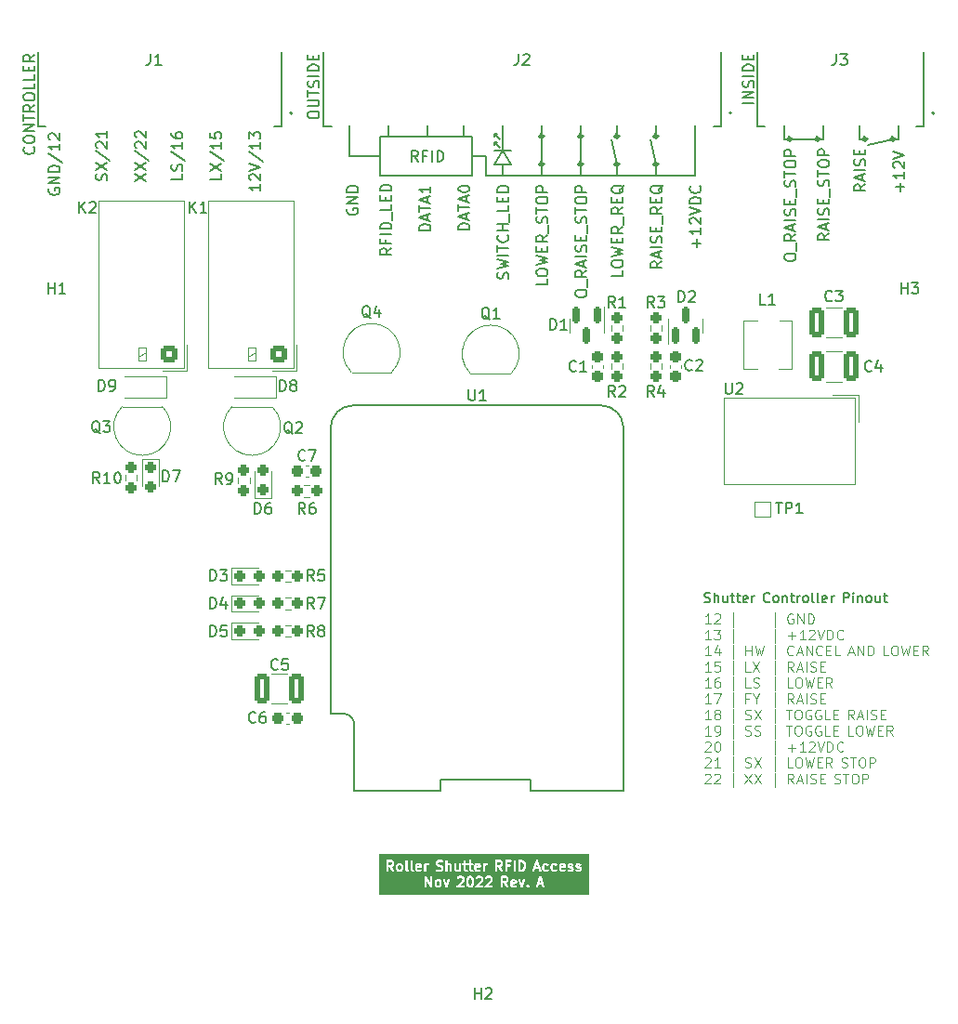
<source format=gto>
%TF.GenerationSoftware,KiCad,Pcbnew,(6.99.0-3810-gd26b59a0bf)*%
%TF.CreationDate,2022-11-09T12:36:04+00:00*%
%TF.ProjectId,roller-shutter-controller,726f6c6c-6572-42d7-9368-75747465722d,-*%
%TF.SameCoordinates,Original*%
%TF.FileFunction,Legend,Top*%
%TF.FilePolarity,Positive*%
%FSLAX46Y46*%
G04 Gerber Fmt 4.6, Leading zero omitted, Abs format (unit mm)*
G04 Created by KiCad (PCBNEW (6.99.0-3810-gd26b59a0bf)) date 2022-11-09 12:36:04*
%MOMM*%
%LPD*%
G01*
G04 APERTURE LIST*
G04 Aperture macros list*
%AMRoundRect*
0 Rectangle with rounded corners*
0 $1 Rounding radius*
0 $2 $3 $4 $5 $6 $7 $8 $9 X,Y pos of 4 corners*
0 Add a 4 corners polygon primitive as box body*
4,1,4,$2,$3,$4,$5,$6,$7,$8,$9,$2,$3,0*
0 Add four circle primitives for the rounded corners*
1,1,$1+$1,$2,$3*
1,1,$1+$1,$4,$5*
1,1,$1+$1,$6,$7*
1,1,$1+$1,$8,$9*
0 Add four rect primitives between the rounded corners*
20,1,$1+$1,$2,$3,$4,$5,0*
20,1,$1+$1,$4,$5,$6,$7,0*
20,1,$1+$1,$6,$7,$8,$9,0*
20,1,$1+$1,$8,$9,$2,$3,0*%
G04 Aperture macros list end*
%ADD10C,0.120000*%
%ADD11C,0.180000*%
%ADD12C,0.150000*%
%ADD13C,0.329000*%
%ADD14C,0.200000*%
%ADD15C,0.127000*%
%ADD16C,5.000000*%
%ADD17C,6.400000*%
%ADD18RoundRect,0.150000X-0.150000X0.587500X-0.150000X-0.587500X0.150000X-0.587500X0.150000X0.587500X0*%
%ADD19RoundRect,0.237500X-0.250000X-0.237500X0.250000X-0.237500X0.250000X0.237500X-0.250000X0.237500X0*%
%ADD20R,1.050000X1.500000*%
%ADD21O,1.050000X1.500000*%
%ADD22RoundRect,0.237500X-0.237500X0.250000X-0.237500X-0.250000X0.237500X-0.250000X0.237500X0.250000X0*%
%ADD23RoundRect,0.250500X0.499500X0.499500X-0.499500X0.499500X-0.499500X-0.499500X0.499500X-0.499500X0*%
%ADD24C,1.500000*%
%ADD25RoundRect,0.237500X-0.287500X-0.237500X0.287500X-0.237500X0.287500X0.237500X-0.287500X0.237500X0*%
%ADD26R,1.100000X1.100000*%
%ADD27RoundRect,0.237500X0.300000X0.237500X-0.300000X0.237500X-0.300000X-0.237500X0.300000X-0.237500X0*%
%ADD28RoundRect,0.237500X-0.237500X0.287500X-0.237500X-0.287500X0.237500X-0.287500X0.237500X0.287500X0*%
%ADD29RoundRect,0.237500X-0.237500X0.300000X-0.237500X-0.300000X0.237500X-0.300000X0.237500X0.300000X0*%
%ADD30RoundRect,0.150000X0.150000X-0.587500X0.150000X0.587500X-0.150000X0.587500X-0.150000X-0.587500X0*%
%ADD31RoundRect,0.237500X0.237500X-0.287500X0.237500X0.287500X-0.237500X0.287500X-0.237500X-0.287500X0*%
%ADD32C,2.100000*%
%ADD33R,2.100000X2.100000*%
%ADD34R,1.500000X2.500000*%
%ADD35O,1.500000X2.500000*%
%ADD36R,1.000000X1.000000*%
%ADD37RoundRect,0.250000X0.412500X1.100000X-0.412500X1.100000X-0.412500X-1.100000X0.412500X-1.100000X0*%
%ADD38RoundRect,0.237500X0.237500X-0.250000X0.237500X0.250000X-0.237500X0.250000X-0.237500X-0.250000X0*%
%ADD39R,1.500000X1.900000*%
%ADD40RoundRect,0.250000X-0.412500X-1.100000X0.412500X-1.100000X0.412500X1.100000X-0.412500X1.100000X0*%
%ADD41C,1.800000*%
G04 APERTURE END LIST*
D10*
X177466571Y-109984142D02*
X177466571Y-108698428D01*
X179120857Y-108827000D02*
X179035143Y-108784142D01*
X179035143Y-108784142D02*
X178906571Y-108784142D01*
X178906571Y-108784142D02*
X178778000Y-108827000D01*
X178778000Y-108827000D02*
X178692285Y-108912714D01*
X178692285Y-108912714D02*
X178649428Y-108998428D01*
X178649428Y-108998428D02*
X178606571Y-109169857D01*
X178606571Y-109169857D02*
X178606571Y-109298428D01*
X178606571Y-109298428D02*
X178649428Y-109469857D01*
X178649428Y-109469857D02*
X178692285Y-109555571D01*
X178692285Y-109555571D02*
X178778000Y-109641285D01*
X178778000Y-109641285D02*
X178906571Y-109684142D01*
X178906571Y-109684142D02*
X178992285Y-109684142D01*
X178992285Y-109684142D02*
X179120857Y-109641285D01*
X179120857Y-109641285D02*
X179163714Y-109598428D01*
X179163714Y-109598428D02*
X179163714Y-109298428D01*
X179163714Y-109298428D02*
X178992285Y-109298428D01*
X179549428Y-109684142D02*
X179549428Y-108784142D01*
X179549428Y-108784142D02*
X180063714Y-109684142D01*
X180063714Y-109684142D02*
X180063714Y-108784142D01*
X180492285Y-109684142D02*
X180492285Y-108784142D01*
X180492285Y-108784142D02*
X180706571Y-108784142D01*
X180706571Y-108784142D02*
X180835142Y-108827000D01*
X180835142Y-108827000D02*
X180920857Y-108912714D01*
X180920857Y-108912714D02*
X180963714Y-108998428D01*
X180963714Y-108998428D02*
X181006571Y-109169857D01*
X181006571Y-109169857D02*
X181006571Y-109298428D01*
X181006571Y-109298428D02*
X180963714Y-109469857D01*
X180963714Y-109469857D02*
X180920857Y-109555571D01*
X180920857Y-109555571D02*
X180835142Y-109641285D01*
X180835142Y-109641285D02*
X180706571Y-109684142D01*
X180706571Y-109684142D02*
X180492285Y-109684142D01*
X177466571Y-111442142D02*
X177466571Y-110156428D01*
X178649428Y-110799285D02*
X179335143Y-110799285D01*
X178992285Y-111142142D02*
X178992285Y-110456428D01*
X180235143Y-111142142D02*
X179720857Y-111142142D01*
X179978000Y-111142142D02*
X179978000Y-110242142D01*
X179978000Y-110242142D02*
X179892286Y-110370714D01*
X179892286Y-110370714D02*
X179806571Y-110456428D01*
X179806571Y-110456428D02*
X179720857Y-110499285D01*
X180578000Y-110327857D02*
X180620857Y-110285000D01*
X180620857Y-110285000D02*
X180706572Y-110242142D01*
X180706572Y-110242142D02*
X180920857Y-110242142D01*
X180920857Y-110242142D02*
X181006572Y-110285000D01*
X181006572Y-110285000D02*
X181049429Y-110327857D01*
X181049429Y-110327857D02*
X181092286Y-110413571D01*
X181092286Y-110413571D02*
X181092286Y-110499285D01*
X181092286Y-110499285D02*
X181049429Y-110627857D01*
X181049429Y-110627857D02*
X180535143Y-111142142D01*
X180535143Y-111142142D02*
X181092286Y-111142142D01*
X181349429Y-110242142D02*
X181649429Y-111142142D01*
X181649429Y-111142142D02*
X181949429Y-110242142D01*
X182249429Y-111142142D02*
X182249429Y-110242142D01*
X182249429Y-110242142D02*
X182463715Y-110242142D01*
X182463715Y-110242142D02*
X182592286Y-110285000D01*
X182592286Y-110285000D02*
X182678001Y-110370714D01*
X182678001Y-110370714D02*
X182720858Y-110456428D01*
X182720858Y-110456428D02*
X182763715Y-110627857D01*
X182763715Y-110627857D02*
X182763715Y-110756428D01*
X182763715Y-110756428D02*
X182720858Y-110927857D01*
X182720858Y-110927857D02*
X182678001Y-111013571D01*
X182678001Y-111013571D02*
X182592286Y-111099285D01*
X182592286Y-111099285D02*
X182463715Y-111142142D01*
X182463715Y-111142142D02*
X182249429Y-111142142D01*
X183663715Y-111056428D02*
X183620858Y-111099285D01*
X183620858Y-111099285D02*
X183492286Y-111142142D01*
X183492286Y-111142142D02*
X183406572Y-111142142D01*
X183406572Y-111142142D02*
X183278001Y-111099285D01*
X183278001Y-111099285D02*
X183192286Y-111013571D01*
X183192286Y-111013571D02*
X183149429Y-110927857D01*
X183149429Y-110927857D02*
X183106572Y-110756428D01*
X183106572Y-110756428D02*
X183106572Y-110627857D01*
X183106572Y-110627857D02*
X183149429Y-110456428D01*
X183149429Y-110456428D02*
X183192286Y-110370714D01*
X183192286Y-110370714D02*
X183278001Y-110285000D01*
X183278001Y-110285000D02*
X183406572Y-110242142D01*
X183406572Y-110242142D02*
X183492286Y-110242142D01*
X183492286Y-110242142D02*
X183620858Y-110285000D01*
X183620858Y-110285000D02*
X183663715Y-110327857D01*
X177466571Y-112900142D02*
X177466571Y-111614428D01*
X179163714Y-112514428D02*
X179120857Y-112557285D01*
X179120857Y-112557285D02*
X178992285Y-112600142D01*
X178992285Y-112600142D02*
X178906571Y-112600142D01*
X178906571Y-112600142D02*
X178778000Y-112557285D01*
X178778000Y-112557285D02*
X178692285Y-112471571D01*
X178692285Y-112471571D02*
X178649428Y-112385857D01*
X178649428Y-112385857D02*
X178606571Y-112214428D01*
X178606571Y-112214428D02*
X178606571Y-112085857D01*
X178606571Y-112085857D02*
X178649428Y-111914428D01*
X178649428Y-111914428D02*
X178692285Y-111828714D01*
X178692285Y-111828714D02*
X178778000Y-111743000D01*
X178778000Y-111743000D02*
X178906571Y-111700142D01*
X178906571Y-111700142D02*
X178992285Y-111700142D01*
X178992285Y-111700142D02*
X179120857Y-111743000D01*
X179120857Y-111743000D02*
X179163714Y-111785857D01*
X179506571Y-112343000D02*
X179935143Y-112343000D01*
X179420857Y-112600142D02*
X179720857Y-111700142D01*
X179720857Y-111700142D02*
X180020857Y-112600142D01*
X180320857Y-112600142D02*
X180320857Y-111700142D01*
X180320857Y-111700142D02*
X180835143Y-112600142D01*
X180835143Y-112600142D02*
X180835143Y-111700142D01*
X181778000Y-112514428D02*
X181735143Y-112557285D01*
X181735143Y-112557285D02*
X181606571Y-112600142D01*
X181606571Y-112600142D02*
X181520857Y-112600142D01*
X181520857Y-112600142D02*
X181392286Y-112557285D01*
X181392286Y-112557285D02*
X181306571Y-112471571D01*
X181306571Y-112471571D02*
X181263714Y-112385857D01*
X181263714Y-112385857D02*
X181220857Y-112214428D01*
X181220857Y-112214428D02*
X181220857Y-112085857D01*
X181220857Y-112085857D02*
X181263714Y-111914428D01*
X181263714Y-111914428D02*
X181306571Y-111828714D01*
X181306571Y-111828714D02*
X181392286Y-111743000D01*
X181392286Y-111743000D02*
X181520857Y-111700142D01*
X181520857Y-111700142D02*
X181606571Y-111700142D01*
X181606571Y-111700142D02*
X181735143Y-111743000D01*
X181735143Y-111743000D02*
X181778000Y-111785857D01*
X182163714Y-112128714D02*
X182463714Y-112128714D01*
X182592286Y-112600142D02*
X182163714Y-112600142D01*
X182163714Y-112600142D02*
X182163714Y-111700142D01*
X182163714Y-111700142D02*
X182592286Y-111700142D01*
X183406572Y-112600142D02*
X182978000Y-112600142D01*
X182978000Y-112600142D02*
X182978000Y-111700142D01*
X184203714Y-112343000D02*
X184632286Y-112343000D01*
X184118000Y-112600142D02*
X184418000Y-111700142D01*
X184418000Y-111700142D02*
X184718000Y-112600142D01*
X185018000Y-112600142D02*
X185018000Y-111700142D01*
X185018000Y-111700142D02*
X185532286Y-112600142D01*
X185532286Y-112600142D02*
X185532286Y-111700142D01*
X185960857Y-112600142D02*
X185960857Y-111700142D01*
X185960857Y-111700142D02*
X186175143Y-111700142D01*
X186175143Y-111700142D02*
X186303714Y-111743000D01*
X186303714Y-111743000D02*
X186389429Y-111828714D01*
X186389429Y-111828714D02*
X186432286Y-111914428D01*
X186432286Y-111914428D02*
X186475143Y-112085857D01*
X186475143Y-112085857D02*
X186475143Y-112214428D01*
X186475143Y-112214428D02*
X186432286Y-112385857D01*
X186432286Y-112385857D02*
X186389429Y-112471571D01*
X186389429Y-112471571D02*
X186303714Y-112557285D01*
X186303714Y-112557285D02*
X186175143Y-112600142D01*
X186175143Y-112600142D02*
X185960857Y-112600142D01*
X187829429Y-112600142D02*
X187400857Y-112600142D01*
X187400857Y-112600142D02*
X187400857Y-111700142D01*
X188300857Y-111700142D02*
X188472285Y-111700142D01*
X188472285Y-111700142D02*
X188558000Y-111743000D01*
X188558000Y-111743000D02*
X188643714Y-111828714D01*
X188643714Y-111828714D02*
X188686571Y-112000142D01*
X188686571Y-112000142D02*
X188686571Y-112300142D01*
X188686571Y-112300142D02*
X188643714Y-112471571D01*
X188643714Y-112471571D02*
X188558000Y-112557285D01*
X188558000Y-112557285D02*
X188472285Y-112600142D01*
X188472285Y-112600142D02*
X188300857Y-112600142D01*
X188300857Y-112600142D02*
X188215143Y-112557285D01*
X188215143Y-112557285D02*
X188129428Y-112471571D01*
X188129428Y-112471571D02*
X188086571Y-112300142D01*
X188086571Y-112300142D02*
X188086571Y-112000142D01*
X188086571Y-112000142D02*
X188129428Y-111828714D01*
X188129428Y-111828714D02*
X188215143Y-111743000D01*
X188215143Y-111743000D02*
X188300857Y-111700142D01*
X188986571Y-111700142D02*
X189200857Y-112600142D01*
X189200857Y-112600142D02*
X189372285Y-111957285D01*
X189372285Y-111957285D02*
X189543714Y-112600142D01*
X189543714Y-112600142D02*
X189758000Y-111700142D01*
X190100856Y-112128714D02*
X190400856Y-112128714D01*
X190529428Y-112600142D02*
X190100856Y-112600142D01*
X190100856Y-112600142D02*
X190100856Y-111700142D01*
X190100856Y-111700142D02*
X190529428Y-111700142D01*
X191429428Y-112600142D02*
X191129428Y-112171571D01*
X190915142Y-112600142D02*
X190915142Y-111700142D01*
X190915142Y-111700142D02*
X191257999Y-111700142D01*
X191257999Y-111700142D02*
X191343714Y-111743000D01*
X191343714Y-111743000D02*
X191386571Y-111785857D01*
X191386571Y-111785857D02*
X191429428Y-111871571D01*
X191429428Y-111871571D02*
X191429428Y-112000142D01*
X191429428Y-112000142D02*
X191386571Y-112085857D01*
X191386571Y-112085857D02*
X191343714Y-112128714D01*
X191343714Y-112128714D02*
X191257999Y-112171571D01*
X191257999Y-112171571D02*
X190915142Y-112171571D01*
X177466571Y-114358142D02*
X177466571Y-113072428D01*
X179163714Y-114058142D02*
X178863714Y-113629571D01*
X178649428Y-114058142D02*
X178649428Y-113158142D01*
X178649428Y-113158142D02*
X178992285Y-113158142D01*
X178992285Y-113158142D02*
X179078000Y-113201000D01*
X179078000Y-113201000D02*
X179120857Y-113243857D01*
X179120857Y-113243857D02*
X179163714Y-113329571D01*
X179163714Y-113329571D02*
X179163714Y-113458142D01*
X179163714Y-113458142D02*
X179120857Y-113543857D01*
X179120857Y-113543857D02*
X179078000Y-113586714D01*
X179078000Y-113586714D02*
X178992285Y-113629571D01*
X178992285Y-113629571D02*
X178649428Y-113629571D01*
X179506571Y-113801000D02*
X179935143Y-113801000D01*
X179420857Y-114058142D02*
X179720857Y-113158142D01*
X179720857Y-113158142D02*
X180020857Y-114058142D01*
X180320857Y-114058142D02*
X180320857Y-113158142D01*
X180706571Y-114015285D02*
X180835143Y-114058142D01*
X180835143Y-114058142D02*
X181049428Y-114058142D01*
X181049428Y-114058142D02*
X181135143Y-114015285D01*
X181135143Y-114015285D02*
X181178000Y-113972428D01*
X181178000Y-113972428D02*
X181220857Y-113886714D01*
X181220857Y-113886714D02*
X181220857Y-113801000D01*
X181220857Y-113801000D02*
X181178000Y-113715285D01*
X181178000Y-113715285D02*
X181135143Y-113672428D01*
X181135143Y-113672428D02*
X181049428Y-113629571D01*
X181049428Y-113629571D02*
X180878000Y-113586714D01*
X180878000Y-113586714D02*
X180792285Y-113543857D01*
X180792285Y-113543857D02*
X180749428Y-113501000D01*
X180749428Y-113501000D02*
X180706571Y-113415285D01*
X180706571Y-113415285D02*
X180706571Y-113329571D01*
X180706571Y-113329571D02*
X180749428Y-113243857D01*
X180749428Y-113243857D02*
X180792285Y-113201000D01*
X180792285Y-113201000D02*
X180878000Y-113158142D01*
X180878000Y-113158142D02*
X181092285Y-113158142D01*
X181092285Y-113158142D02*
X181220857Y-113201000D01*
X181606571Y-113586714D02*
X181906571Y-113586714D01*
X182035143Y-114058142D02*
X181606571Y-114058142D01*
X181606571Y-114058142D02*
X181606571Y-113158142D01*
X181606571Y-113158142D02*
X182035143Y-113158142D01*
X177466571Y-115816142D02*
X177466571Y-114530428D01*
X179078000Y-115516142D02*
X178649428Y-115516142D01*
X178649428Y-115516142D02*
X178649428Y-114616142D01*
X179549428Y-114616142D02*
X179720856Y-114616142D01*
X179720856Y-114616142D02*
X179806571Y-114659000D01*
X179806571Y-114659000D02*
X179892285Y-114744714D01*
X179892285Y-114744714D02*
X179935142Y-114916142D01*
X179935142Y-114916142D02*
X179935142Y-115216142D01*
X179935142Y-115216142D02*
X179892285Y-115387571D01*
X179892285Y-115387571D02*
X179806571Y-115473285D01*
X179806571Y-115473285D02*
X179720856Y-115516142D01*
X179720856Y-115516142D02*
X179549428Y-115516142D01*
X179549428Y-115516142D02*
X179463714Y-115473285D01*
X179463714Y-115473285D02*
X179377999Y-115387571D01*
X179377999Y-115387571D02*
X179335142Y-115216142D01*
X179335142Y-115216142D02*
X179335142Y-114916142D01*
X179335142Y-114916142D02*
X179377999Y-114744714D01*
X179377999Y-114744714D02*
X179463714Y-114659000D01*
X179463714Y-114659000D02*
X179549428Y-114616142D01*
X180235142Y-114616142D02*
X180449428Y-115516142D01*
X180449428Y-115516142D02*
X180620856Y-114873285D01*
X180620856Y-114873285D02*
X180792285Y-115516142D01*
X180792285Y-115516142D02*
X181006571Y-114616142D01*
X181349427Y-115044714D02*
X181649427Y-115044714D01*
X181777999Y-115516142D02*
X181349427Y-115516142D01*
X181349427Y-115516142D02*
X181349427Y-114616142D01*
X181349427Y-114616142D02*
X181777999Y-114616142D01*
X182677999Y-115516142D02*
X182377999Y-115087571D01*
X182163713Y-115516142D02*
X182163713Y-114616142D01*
X182163713Y-114616142D02*
X182506570Y-114616142D01*
X182506570Y-114616142D02*
X182592285Y-114659000D01*
X182592285Y-114659000D02*
X182635142Y-114701857D01*
X182635142Y-114701857D02*
X182677999Y-114787571D01*
X182677999Y-114787571D02*
X182677999Y-114916142D01*
X182677999Y-114916142D02*
X182635142Y-115001857D01*
X182635142Y-115001857D02*
X182592285Y-115044714D01*
X182592285Y-115044714D02*
X182506570Y-115087571D01*
X182506570Y-115087571D02*
X182163713Y-115087571D01*
X177466571Y-117274142D02*
X177466571Y-115988428D01*
X179163714Y-116974142D02*
X178863714Y-116545571D01*
X178649428Y-116974142D02*
X178649428Y-116074142D01*
X178649428Y-116074142D02*
X178992285Y-116074142D01*
X178992285Y-116074142D02*
X179078000Y-116117000D01*
X179078000Y-116117000D02*
X179120857Y-116159857D01*
X179120857Y-116159857D02*
X179163714Y-116245571D01*
X179163714Y-116245571D02*
X179163714Y-116374142D01*
X179163714Y-116374142D02*
X179120857Y-116459857D01*
X179120857Y-116459857D02*
X179078000Y-116502714D01*
X179078000Y-116502714D02*
X178992285Y-116545571D01*
X178992285Y-116545571D02*
X178649428Y-116545571D01*
X179506571Y-116717000D02*
X179935143Y-116717000D01*
X179420857Y-116974142D02*
X179720857Y-116074142D01*
X179720857Y-116074142D02*
X180020857Y-116974142D01*
X180320857Y-116974142D02*
X180320857Y-116074142D01*
X180706571Y-116931285D02*
X180835143Y-116974142D01*
X180835143Y-116974142D02*
X181049428Y-116974142D01*
X181049428Y-116974142D02*
X181135143Y-116931285D01*
X181135143Y-116931285D02*
X181178000Y-116888428D01*
X181178000Y-116888428D02*
X181220857Y-116802714D01*
X181220857Y-116802714D02*
X181220857Y-116717000D01*
X181220857Y-116717000D02*
X181178000Y-116631285D01*
X181178000Y-116631285D02*
X181135143Y-116588428D01*
X181135143Y-116588428D02*
X181049428Y-116545571D01*
X181049428Y-116545571D02*
X180878000Y-116502714D01*
X180878000Y-116502714D02*
X180792285Y-116459857D01*
X180792285Y-116459857D02*
X180749428Y-116417000D01*
X180749428Y-116417000D02*
X180706571Y-116331285D01*
X180706571Y-116331285D02*
X180706571Y-116245571D01*
X180706571Y-116245571D02*
X180749428Y-116159857D01*
X180749428Y-116159857D02*
X180792285Y-116117000D01*
X180792285Y-116117000D02*
X180878000Y-116074142D01*
X180878000Y-116074142D02*
X181092285Y-116074142D01*
X181092285Y-116074142D02*
X181220857Y-116117000D01*
X181606571Y-116502714D02*
X181906571Y-116502714D01*
X182035143Y-116974142D02*
X181606571Y-116974142D01*
X181606571Y-116974142D02*
X181606571Y-116074142D01*
X181606571Y-116074142D02*
X182035143Y-116074142D01*
X177466571Y-118732142D02*
X177466571Y-117446428D01*
X178520857Y-117532142D02*
X179035143Y-117532142D01*
X178778000Y-118432142D02*
X178778000Y-117532142D01*
X179506571Y-117532142D02*
X179677999Y-117532142D01*
X179677999Y-117532142D02*
X179763714Y-117575000D01*
X179763714Y-117575000D02*
X179849428Y-117660714D01*
X179849428Y-117660714D02*
X179892285Y-117832142D01*
X179892285Y-117832142D02*
X179892285Y-118132142D01*
X179892285Y-118132142D02*
X179849428Y-118303571D01*
X179849428Y-118303571D02*
X179763714Y-118389285D01*
X179763714Y-118389285D02*
X179677999Y-118432142D01*
X179677999Y-118432142D02*
X179506571Y-118432142D01*
X179506571Y-118432142D02*
X179420857Y-118389285D01*
X179420857Y-118389285D02*
X179335142Y-118303571D01*
X179335142Y-118303571D02*
X179292285Y-118132142D01*
X179292285Y-118132142D02*
X179292285Y-117832142D01*
X179292285Y-117832142D02*
X179335142Y-117660714D01*
X179335142Y-117660714D02*
X179420857Y-117575000D01*
X179420857Y-117575000D02*
X179506571Y-117532142D01*
X180749428Y-117575000D02*
X180663714Y-117532142D01*
X180663714Y-117532142D02*
X180535142Y-117532142D01*
X180535142Y-117532142D02*
X180406571Y-117575000D01*
X180406571Y-117575000D02*
X180320856Y-117660714D01*
X180320856Y-117660714D02*
X180277999Y-117746428D01*
X180277999Y-117746428D02*
X180235142Y-117917857D01*
X180235142Y-117917857D02*
X180235142Y-118046428D01*
X180235142Y-118046428D02*
X180277999Y-118217857D01*
X180277999Y-118217857D02*
X180320856Y-118303571D01*
X180320856Y-118303571D02*
X180406571Y-118389285D01*
X180406571Y-118389285D02*
X180535142Y-118432142D01*
X180535142Y-118432142D02*
X180620856Y-118432142D01*
X180620856Y-118432142D02*
X180749428Y-118389285D01*
X180749428Y-118389285D02*
X180792285Y-118346428D01*
X180792285Y-118346428D02*
X180792285Y-118046428D01*
X180792285Y-118046428D02*
X180620856Y-118046428D01*
X181649428Y-117575000D02*
X181563714Y-117532142D01*
X181563714Y-117532142D02*
X181435142Y-117532142D01*
X181435142Y-117532142D02*
X181306571Y-117575000D01*
X181306571Y-117575000D02*
X181220856Y-117660714D01*
X181220856Y-117660714D02*
X181177999Y-117746428D01*
X181177999Y-117746428D02*
X181135142Y-117917857D01*
X181135142Y-117917857D02*
X181135142Y-118046428D01*
X181135142Y-118046428D02*
X181177999Y-118217857D01*
X181177999Y-118217857D02*
X181220856Y-118303571D01*
X181220856Y-118303571D02*
X181306571Y-118389285D01*
X181306571Y-118389285D02*
X181435142Y-118432142D01*
X181435142Y-118432142D02*
X181520856Y-118432142D01*
X181520856Y-118432142D02*
X181649428Y-118389285D01*
X181649428Y-118389285D02*
X181692285Y-118346428D01*
X181692285Y-118346428D02*
X181692285Y-118046428D01*
X181692285Y-118046428D02*
X181520856Y-118046428D01*
X182506571Y-118432142D02*
X182077999Y-118432142D01*
X182077999Y-118432142D02*
X182077999Y-117532142D01*
X182806570Y-117960714D02*
X183106570Y-117960714D01*
X183235142Y-118432142D02*
X182806570Y-118432142D01*
X182806570Y-118432142D02*
X182806570Y-117532142D01*
X182806570Y-117532142D02*
X183235142Y-117532142D01*
X184675142Y-118432142D02*
X184375142Y-118003571D01*
X184160856Y-118432142D02*
X184160856Y-117532142D01*
X184160856Y-117532142D02*
X184503713Y-117532142D01*
X184503713Y-117532142D02*
X184589428Y-117575000D01*
X184589428Y-117575000D02*
X184632285Y-117617857D01*
X184632285Y-117617857D02*
X184675142Y-117703571D01*
X184675142Y-117703571D02*
X184675142Y-117832142D01*
X184675142Y-117832142D02*
X184632285Y-117917857D01*
X184632285Y-117917857D02*
X184589428Y-117960714D01*
X184589428Y-117960714D02*
X184503713Y-118003571D01*
X184503713Y-118003571D02*
X184160856Y-118003571D01*
X185017999Y-118175000D02*
X185446571Y-118175000D01*
X184932285Y-118432142D02*
X185232285Y-117532142D01*
X185232285Y-117532142D02*
X185532285Y-118432142D01*
X185832285Y-118432142D02*
X185832285Y-117532142D01*
X186217999Y-118389285D02*
X186346571Y-118432142D01*
X186346571Y-118432142D02*
X186560856Y-118432142D01*
X186560856Y-118432142D02*
X186646571Y-118389285D01*
X186646571Y-118389285D02*
X186689428Y-118346428D01*
X186689428Y-118346428D02*
X186732285Y-118260714D01*
X186732285Y-118260714D02*
X186732285Y-118175000D01*
X186732285Y-118175000D02*
X186689428Y-118089285D01*
X186689428Y-118089285D02*
X186646571Y-118046428D01*
X186646571Y-118046428D02*
X186560856Y-118003571D01*
X186560856Y-118003571D02*
X186389428Y-117960714D01*
X186389428Y-117960714D02*
X186303713Y-117917857D01*
X186303713Y-117917857D02*
X186260856Y-117875000D01*
X186260856Y-117875000D02*
X186217999Y-117789285D01*
X186217999Y-117789285D02*
X186217999Y-117703571D01*
X186217999Y-117703571D02*
X186260856Y-117617857D01*
X186260856Y-117617857D02*
X186303713Y-117575000D01*
X186303713Y-117575000D02*
X186389428Y-117532142D01*
X186389428Y-117532142D02*
X186603713Y-117532142D01*
X186603713Y-117532142D02*
X186732285Y-117575000D01*
X187117999Y-117960714D02*
X187417999Y-117960714D01*
X187546571Y-118432142D02*
X187117999Y-118432142D01*
X187117999Y-118432142D02*
X187117999Y-117532142D01*
X187117999Y-117532142D02*
X187546571Y-117532142D01*
X177466571Y-120190142D02*
X177466571Y-118904428D01*
X178520857Y-118990142D02*
X179035143Y-118990142D01*
X178778000Y-119890142D02*
X178778000Y-118990142D01*
X179506571Y-118990142D02*
X179677999Y-118990142D01*
X179677999Y-118990142D02*
X179763714Y-119033000D01*
X179763714Y-119033000D02*
X179849428Y-119118714D01*
X179849428Y-119118714D02*
X179892285Y-119290142D01*
X179892285Y-119290142D02*
X179892285Y-119590142D01*
X179892285Y-119590142D02*
X179849428Y-119761571D01*
X179849428Y-119761571D02*
X179763714Y-119847285D01*
X179763714Y-119847285D02*
X179677999Y-119890142D01*
X179677999Y-119890142D02*
X179506571Y-119890142D01*
X179506571Y-119890142D02*
X179420857Y-119847285D01*
X179420857Y-119847285D02*
X179335142Y-119761571D01*
X179335142Y-119761571D02*
X179292285Y-119590142D01*
X179292285Y-119590142D02*
X179292285Y-119290142D01*
X179292285Y-119290142D02*
X179335142Y-119118714D01*
X179335142Y-119118714D02*
X179420857Y-119033000D01*
X179420857Y-119033000D02*
X179506571Y-118990142D01*
X180749428Y-119033000D02*
X180663714Y-118990142D01*
X180663714Y-118990142D02*
X180535142Y-118990142D01*
X180535142Y-118990142D02*
X180406571Y-119033000D01*
X180406571Y-119033000D02*
X180320856Y-119118714D01*
X180320856Y-119118714D02*
X180277999Y-119204428D01*
X180277999Y-119204428D02*
X180235142Y-119375857D01*
X180235142Y-119375857D02*
X180235142Y-119504428D01*
X180235142Y-119504428D02*
X180277999Y-119675857D01*
X180277999Y-119675857D02*
X180320856Y-119761571D01*
X180320856Y-119761571D02*
X180406571Y-119847285D01*
X180406571Y-119847285D02*
X180535142Y-119890142D01*
X180535142Y-119890142D02*
X180620856Y-119890142D01*
X180620856Y-119890142D02*
X180749428Y-119847285D01*
X180749428Y-119847285D02*
X180792285Y-119804428D01*
X180792285Y-119804428D02*
X180792285Y-119504428D01*
X180792285Y-119504428D02*
X180620856Y-119504428D01*
X181649428Y-119033000D02*
X181563714Y-118990142D01*
X181563714Y-118990142D02*
X181435142Y-118990142D01*
X181435142Y-118990142D02*
X181306571Y-119033000D01*
X181306571Y-119033000D02*
X181220856Y-119118714D01*
X181220856Y-119118714D02*
X181177999Y-119204428D01*
X181177999Y-119204428D02*
X181135142Y-119375857D01*
X181135142Y-119375857D02*
X181135142Y-119504428D01*
X181135142Y-119504428D02*
X181177999Y-119675857D01*
X181177999Y-119675857D02*
X181220856Y-119761571D01*
X181220856Y-119761571D02*
X181306571Y-119847285D01*
X181306571Y-119847285D02*
X181435142Y-119890142D01*
X181435142Y-119890142D02*
X181520856Y-119890142D01*
X181520856Y-119890142D02*
X181649428Y-119847285D01*
X181649428Y-119847285D02*
X181692285Y-119804428D01*
X181692285Y-119804428D02*
X181692285Y-119504428D01*
X181692285Y-119504428D02*
X181520856Y-119504428D01*
X182506571Y-119890142D02*
X182077999Y-119890142D01*
X182077999Y-119890142D02*
X182077999Y-118990142D01*
X182806570Y-119418714D02*
X183106570Y-119418714D01*
X183235142Y-119890142D02*
X182806570Y-119890142D01*
X182806570Y-119890142D02*
X182806570Y-118990142D01*
X182806570Y-118990142D02*
X183235142Y-118990142D01*
X184589428Y-119890142D02*
X184160856Y-119890142D01*
X184160856Y-119890142D02*
X184160856Y-118990142D01*
X185060856Y-118990142D02*
X185232284Y-118990142D01*
X185232284Y-118990142D02*
X185317999Y-119033000D01*
X185317999Y-119033000D02*
X185403713Y-119118714D01*
X185403713Y-119118714D02*
X185446570Y-119290142D01*
X185446570Y-119290142D02*
X185446570Y-119590142D01*
X185446570Y-119590142D02*
X185403713Y-119761571D01*
X185403713Y-119761571D02*
X185317999Y-119847285D01*
X185317999Y-119847285D02*
X185232284Y-119890142D01*
X185232284Y-119890142D02*
X185060856Y-119890142D01*
X185060856Y-119890142D02*
X184975142Y-119847285D01*
X184975142Y-119847285D02*
X184889427Y-119761571D01*
X184889427Y-119761571D02*
X184846570Y-119590142D01*
X184846570Y-119590142D02*
X184846570Y-119290142D01*
X184846570Y-119290142D02*
X184889427Y-119118714D01*
X184889427Y-119118714D02*
X184975142Y-119033000D01*
X184975142Y-119033000D02*
X185060856Y-118990142D01*
X185746570Y-118990142D02*
X185960856Y-119890142D01*
X185960856Y-119890142D02*
X186132284Y-119247285D01*
X186132284Y-119247285D02*
X186303713Y-119890142D01*
X186303713Y-119890142D02*
X186517999Y-118990142D01*
X186860855Y-119418714D02*
X187160855Y-119418714D01*
X187289427Y-119890142D02*
X186860855Y-119890142D01*
X186860855Y-119890142D02*
X186860855Y-118990142D01*
X186860855Y-118990142D02*
X187289427Y-118990142D01*
X188189427Y-119890142D02*
X187889427Y-119461571D01*
X187675141Y-119890142D02*
X187675141Y-118990142D01*
X187675141Y-118990142D02*
X188017998Y-118990142D01*
X188017998Y-118990142D02*
X188103713Y-119033000D01*
X188103713Y-119033000D02*
X188146570Y-119075857D01*
X188146570Y-119075857D02*
X188189427Y-119161571D01*
X188189427Y-119161571D02*
X188189427Y-119290142D01*
X188189427Y-119290142D02*
X188146570Y-119375857D01*
X188146570Y-119375857D02*
X188103713Y-119418714D01*
X188103713Y-119418714D02*
X188017998Y-119461571D01*
X188017998Y-119461571D02*
X187675141Y-119461571D01*
X177466571Y-121648142D02*
X177466571Y-120362428D01*
X178649428Y-121005285D02*
X179335143Y-121005285D01*
X178992285Y-121348142D02*
X178992285Y-120662428D01*
X180235143Y-121348142D02*
X179720857Y-121348142D01*
X179978000Y-121348142D02*
X179978000Y-120448142D01*
X179978000Y-120448142D02*
X179892286Y-120576714D01*
X179892286Y-120576714D02*
X179806571Y-120662428D01*
X179806571Y-120662428D02*
X179720857Y-120705285D01*
X180578000Y-120533857D02*
X180620857Y-120491000D01*
X180620857Y-120491000D02*
X180706572Y-120448142D01*
X180706572Y-120448142D02*
X180920857Y-120448142D01*
X180920857Y-120448142D02*
X181006572Y-120491000D01*
X181006572Y-120491000D02*
X181049429Y-120533857D01*
X181049429Y-120533857D02*
X181092286Y-120619571D01*
X181092286Y-120619571D02*
X181092286Y-120705285D01*
X181092286Y-120705285D02*
X181049429Y-120833857D01*
X181049429Y-120833857D02*
X180535143Y-121348142D01*
X180535143Y-121348142D02*
X181092286Y-121348142D01*
X181349429Y-120448142D02*
X181649429Y-121348142D01*
X181649429Y-121348142D02*
X181949429Y-120448142D01*
X182249429Y-121348142D02*
X182249429Y-120448142D01*
X182249429Y-120448142D02*
X182463715Y-120448142D01*
X182463715Y-120448142D02*
X182592286Y-120491000D01*
X182592286Y-120491000D02*
X182678001Y-120576714D01*
X182678001Y-120576714D02*
X182720858Y-120662428D01*
X182720858Y-120662428D02*
X182763715Y-120833857D01*
X182763715Y-120833857D02*
X182763715Y-120962428D01*
X182763715Y-120962428D02*
X182720858Y-121133857D01*
X182720858Y-121133857D02*
X182678001Y-121219571D01*
X182678001Y-121219571D02*
X182592286Y-121305285D01*
X182592286Y-121305285D02*
X182463715Y-121348142D01*
X182463715Y-121348142D02*
X182249429Y-121348142D01*
X183663715Y-121262428D02*
X183620858Y-121305285D01*
X183620858Y-121305285D02*
X183492286Y-121348142D01*
X183492286Y-121348142D02*
X183406572Y-121348142D01*
X183406572Y-121348142D02*
X183278001Y-121305285D01*
X183278001Y-121305285D02*
X183192286Y-121219571D01*
X183192286Y-121219571D02*
X183149429Y-121133857D01*
X183149429Y-121133857D02*
X183106572Y-120962428D01*
X183106572Y-120962428D02*
X183106572Y-120833857D01*
X183106572Y-120833857D02*
X183149429Y-120662428D01*
X183149429Y-120662428D02*
X183192286Y-120576714D01*
X183192286Y-120576714D02*
X183278001Y-120491000D01*
X183278001Y-120491000D02*
X183406572Y-120448142D01*
X183406572Y-120448142D02*
X183492286Y-120448142D01*
X183492286Y-120448142D02*
X183620858Y-120491000D01*
X183620858Y-120491000D02*
X183663715Y-120533857D01*
X177466571Y-123106142D02*
X177466571Y-121820428D01*
X179078000Y-122806142D02*
X178649428Y-122806142D01*
X178649428Y-122806142D02*
X178649428Y-121906142D01*
X179549428Y-121906142D02*
X179720856Y-121906142D01*
X179720856Y-121906142D02*
X179806571Y-121949000D01*
X179806571Y-121949000D02*
X179892285Y-122034714D01*
X179892285Y-122034714D02*
X179935142Y-122206142D01*
X179935142Y-122206142D02*
X179935142Y-122506142D01*
X179935142Y-122506142D02*
X179892285Y-122677571D01*
X179892285Y-122677571D02*
X179806571Y-122763285D01*
X179806571Y-122763285D02*
X179720856Y-122806142D01*
X179720856Y-122806142D02*
X179549428Y-122806142D01*
X179549428Y-122806142D02*
X179463714Y-122763285D01*
X179463714Y-122763285D02*
X179377999Y-122677571D01*
X179377999Y-122677571D02*
X179335142Y-122506142D01*
X179335142Y-122506142D02*
X179335142Y-122206142D01*
X179335142Y-122206142D02*
X179377999Y-122034714D01*
X179377999Y-122034714D02*
X179463714Y-121949000D01*
X179463714Y-121949000D02*
X179549428Y-121906142D01*
X180235142Y-121906142D02*
X180449428Y-122806142D01*
X180449428Y-122806142D02*
X180620856Y-122163285D01*
X180620856Y-122163285D02*
X180792285Y-122806142D01*
X180792285Y-122806142D02*
X181006571Y-121906142D01*
X181349427Y-122334714D02*
X181649427Y-122334714D01*
X181777999Y-122806142D02*
X181349427Y-122806142D01*
X181349427Y-122806142D02*
X181349427Y-121906142D01*
X181349427Y-121906142D02*
X181777999Y-121906142D01*
X182677999Y-122806142D02*
X182377999Y-122377571D01*
X182163713Y-122806142D02*
X182163713Y-121906142D01*
X182163713Y-121906142D02*
X182506570Y-121906142D01*
X182506570Y-121906142D02*
X182592285Y-121949000D01*
X182592285Y-121949000D02*
X182635142Y-121991857D01*
X182635142Y-121991857D02*
X182677999Y-122077571D01*
X182677999Y-122077571D02*
X182677999Y-122206142D01*
X182677999Y-122206142D02*
X182635142Y-122291857D01*
X182635142Y-122291857D02*
X182592285Y-122334714D01*
X182592285Y-122334714D02*
X182506570Y-122377571D01*
X182506570Y-122377571D02*
X182163713Y-122377571D01*
X183560856Y-122763285D02*
X183689428Y-122806142D01*
X183689428Y-122806142D02*
X183903713Y-122806142D01*
X183903713Y-122806142D02*
X183989428Y-122763285D01*
X183989428Y-122763285D02*
X184032285Y-122720428D01*
X184032285Y-122720428D02*
X184075142Y-122634714D01*
X184075142Y-122634714D02*
X184075142Y-122549000D01*
X184075142Y-122549000D02*
X184032285Y-122463285D01*
X184032285Y-122463285D02*
X183989428Y-122420428D01*
X183989428Y-122420428D02*
X183903713Y-122377571D01*
X183903713Y-122377571D02*
X183732285Y-122334714D01*
X183732285Y-122334714D02*
X183646570Y-122291857D01*
X183646570Y-122291857D02*
X183603713Y-122249000D01*
X183603713Y-122249000D02*
X183560856Y-122163285D01*
X183560856Y-122163285D02*
X183560856Y-122077571D01*
X183560856Y-122077571D02*
X183603713Y-121991857D01*
X183603713Y-121991857D02*
X183646570Y-121949000D01*
X183646570Y-121949000D02*
X183732285Y-121906142D01*
X183732285Y-121906142D02*
X183946570Y-121906142D01*
X183946570Y-121906142D02*
X184075142Y-121949000D01*
X184332285Y-121906142D02*
X184846571Y-121906142D01*
X184589428Y-122806142D02*
X184589428Y-121906142D01*
X185317999Y-121906142D02*
X185489427Y-121906142D01*
X185489427Y-121906142D02*
X185575142Y-121949000D01*
X185575142Y-121949000D02*
X185660856Y-122034714D01*
X185660856Y-122034714D02*
X185703713Y-122206142D01*
X185703713Y-122206142D02*
X185703713Y-122506142D01*
X185703713Y-122506142D02*
X185660856Y-122677571D01*
X185660856Y-122677571D02*
X185575142Y-122763285D01*
X185575142Y-122763285D02*
X185489427Y-122806142D01*
X185489427Y-122806142D02*
X185317999Y-122806142D01*
X185317999Y-122806142D02*
X185232285Y-122763285D01*
X185232285Y-122763285D02*
X185146570Y-122677571D01*
X185146570Y-122677571D02*
X185103713Y-122506142D01*
X185103713Y-122506142D02*
X185103713Y-122206142D01*
X185103713Y-122206142D02*
X185146570Y-122034714D01*
X185146570Y-122034714D02*
X185232285Y-121949000D01*
X185232285Y-121949000D02*
X185317999Y-121906142D01*
X186089427Y-122806142D02*
X186089427Y-121906142D01*
X186089427Y-121906142D02*
X186432284Y-121906142D01*
X186432284Y-121906142D02*
X186517999Y-121949000D01*
X186517999Y-121949000D02*
X186560856Y-121991857D01*
X186560856Y-121991857D02*
X186603713Y-122077571D01*
X186603713Y-122077571D02*
X186603713Y-122206142D01*
X186603713Y-122206142D02*
X186560856Y-122291857D01*
X186560856Y-122291857D02*
X186517999Y-122334714D01*
X186517999Y-122334714D02*
X186432284Y-122377571D01*
X186432284Y-122377571D02*
X186089427Y-122377571D01*
X177466571Y-124564142D02*
X177466571Y-123278428D01*
X179163714Y-124264142D02*
X178863714Y-123835571D01*
X178649428Y-124264142D02*
X178649428Y-123364142D01*
X178649428Y-123364142D02*
X178992285Y-123364142D01*
X178992285Y-123364142D02*
X179078000Y-123407000D01*
X179078000Y-123407000D02*
X179120857Y-123449857D01*
X179120857Y-123449857D02*
X179163714Y-123535571D01*
X179163714Y-123535571D02*
X179163714Y-123664142D01*
X179163714Y-123664142D02*
X179120857Y-123749857D01*
X179120857Y-123749857D02*
X179078000Y-123792714D01*
X179078000Y-123792714D02*
X178992285Y-123835571D01*
X178992285Y-123835571D02*
X178649428Y-123835571D01*
X179506571Y-124007000D02*
X179935143Y-124007000D01*
X179420857Y-124264142D02*
X179720857Y-123364142D01*
X179720857Y-123364142D02*
X180020857Y-124264142D01*
X180320857Y-124264142D02*
X180320857Y-123364142D01*
X180706571Y-124221285D02*
X180835143Y-124264142D01*
X180835143Y-124264142D02*
X181049428Y-124264142D01*
X181049428Y-124264142D02*
X181135143Y-124221285D01*
X181135143Y-124221285D02*
X181178000Y-124178428D01*
X181178000Y-124178428D02*
X181220857Y-124092714D01*
X181220857Y-124092714D02*
X181220857Y-124007000D01*
X181220857Y-124007000D02*
X181178000Y-123921285D01*
X181178000Y-123921285D02*
X181135143Y-123878428D01*
X181135143Y-123878428D02*
X181049428Y-123835571D01*
X181049428Y-123835571D02*
X180878000Y-123792714D01*
X180878000Y-123792714D02*
X180792285Y-123749857D01*
X180792285Y-123749857D02*
X180749428Y-123707000D01*
X180749428Y-123707000D02*
X180706571Y-123621285D01*
X180706571Y-123621285D02*
X180706571Y-123535571D01*
X180706571Y-123535571D02*
X180749428Y-123449857D01*
X180749428Y-123449857D02*
X180792285Y-123407000D01*
X180792285Y-123407000D02*
X180878000Y-123364142D01*
X180878000Y-123364142D02*
X181092285Y-123364142D01*
X181092285Y-123364142D02*
X181220857Y-123407000D01*
X181606571Y-123792714D02*
X181906571Y-123792714D01*
X182035143Y-124264142D02*
X181606571Y-124264142D01*
X181606571Y-124264142D02*
X181606571Y-123364142D01*
X181606571Y-123364142D02*
X182035143Y-123364142D01*
X182918000Y-124221285D02*
X183046572Y-124264142D01*
X183046572Y-124264142D02*
X183260857Y-124264142D01*
X183260857Y-124264142D02*
X183346572Y-124221285D01*
X183346572Y-124221285D02*
X183389429Y-124178428D01*
X183389429Y-124178428D02*
X183432286Y-124092714D01*
X183432286Y-124092714D02*
X183432286Y-124007000D01*
X183432286Y-124007000D02*
X183389429Y-123921285D01*
X183389429Y-123921285D02*
X183346572Y-123878428D01*
X183346572Y-123878428D02*
X183260857Y-123835571D01*
X183260857Y-123835571D02*
X183089429Y-123792714D01*
X183089429Y-123792714D02*
X183003714Y-123749857D01*
X183003714Y-123749857D02*
X182960857Y-123707000D01*
X182960857Y-123707000D02*
X182918000Y-123621285D01*
X182918000Y-123621285D02*
X182918000Y-123535571D01*
X182918000Y-123535571D02*
X182960857Y-123449857D01*
X182960857Y-123449857D02*
X183003714Y-123407000D01*
X183003714Y-123407000D02*
X183089429Y-123364142D01*
X183089429Y-123364142D02*
X183303714Y-123364142D01*
X183303714Y-123364142D02*
X183432286Y-123407000D01*
X183689429Y-123364142D02*
X184203715Y-123364142D01*
X183946572Y-124264142D02*
X183946572Y-123364142D01*
X184675143Y-123364142D02*
X184846571Y-123364142D01*
X184846571Y-123364142D02*
X184932286Y-123407000D01*
X184932286Y-123407000D02*
X185018000Y-123492714D01*
X185018000Y-123492714D02*
X185060857Y-123664142D01*
X185060857Y-123664142D02*
X185060857Y-123964142D01*
X185060857Y-123964142D02*
X185018000Y-124135571D01*
X185018000Y-124135571D02*
X184932286Y-124221285D01*
X184932286Y-124221285D02*
X184846571Y-124264142D01*
X184846571Y-124264142D02*
X184675143Y-124264142D01*
X184675143Y-124264142D02*
X184589429Y-124221285D01*
X184589429Y-124221285D02*
X184503714Y-124135571D01*
X184503714Y-124135571D02*
X184460857Y-123964142D01*
X184460857Y-123964142D02*
X184460857Y-123664142D01*
X184460857Y-123664142D02*
X184503714Y-123492714D01*
X184503714Y-123492714D02*
X184589429Y-123407000D01*
X184589429Y-123407000D02*
X184675143Y-123364142D01*
X185446571Y-124264142D02*
X185446571Y-123364142D01*
X185446571Y-123364142D02*
X185789428Y-123364142D01*
X185789428Y-123364142D02*
X185875143Y-123407000D01*
X185875143Y-123407000D02*
X185918000Y-123449857D01*
X185918000Y-123449857D02*
X185960857Y-123535571D01*
X185960857Y-123535571D02*
X185960857Y-123664142D01*
X185960857Y-123664142D02*
X185918000Y-123749857D01*
X185918000Y-123749857D02*
X185875143Y-123792714D01*
X185875143Y-123792714D02*
X185789428Y-123835571D01*
X185789428Y-123835571D02*
X185446571Y-123835571D01*
D11*
X171048283Y-107711285D02*
X171176855Y-107754142D01*
X171176855Y-107754142D02*
X171391140Y-107754142D01*
X171391140Y-107754142D02*
X171476855Y-107711285D01*
X171476855Y-107711285D02*
X171519712Y-107668428D01*
X171519712Y-107668428D02*
X171562569Y-107582714D01*
X171562569Y-107582714D02*
X171562569Y-107497000D01*
X171562569Y-107497000D02*
X171519712Y-107411285D01*
X171519712Y-107411285D02*
X171476855Y-107368428D01*
X171476855Y-107368428D02*
X171391140Y-107325571D01*
X171391140Y-107325571D02*
X171219712Y-107282714D01*
X171219712Y-107282714D02*
X171133997Y-107239857D01*
X171133997Y-107239857D02*
X171091140Y-107197000D01*
X171091140Y-107197000D02*
X171048283Y-107111285D01*
X171048283Y-107111285D02*
X171048283Y-107025571D01*
X171048283Y-107025571D02*
X171091140Y-106939857D01*
X171091140Y-106939857D02*
X171133997Y-106897000D01*
X171133997Y-106897000D02*
X171219712Y-106854142D01*
X171219712Y-106854142D02*
X171433997Y-106854142D01*
X171433997Y-106854142D02*
X171562569Y-106897000D01*
X171948283Y-107754142D02*
X171948283Y-106854142D01*
X172333998Y-107754142D02*
X172333998Y-107282714D01*
X172333998Y-107282714D02*
X172291140Y-107197000D01*
X172291140Y-107197000D02*
X172205426Y-107154142D01*
X172205426Y-107154142D02*
X172076855Y-107154142D01*
X172076855Y-107154142D02*
X171991140Y-107197000D01*
X171991140Y-107197000D02*
X171948283Y-107239857D01*
X173148284Y-107154142D02*
X173148284Y-107754142D01*
X172762569Y-107154142D02*
X172762569Y-107625571D01*
X172762569Y-107625571D02*
X172805426Y-107711285D01*
X172805426Y-107711285D02*
X172891141Y-107754142D01*
X172891141Y-107754142D02*
X173019712Y-107754142D01*
X173019712Y-107754142D02*
X173105426Y-107711285D01*
X173105426Y-107711285D02*
X173148284Y-107668428D01*
X173448284Y-107154142D02*
X173791141Y-107154142D01*
X173576855Y-106854142D02*
X173576855Y-107625571D01*
X173576855Y-107625571D02*
X173619712Y-107711285D01*
X173619712Y-107711285D02*
X173705427Y-107754142D01*
X173705427Y-107754142D02*
X173791141Y-107754142D01*
X173962570Y-107154142D02*
X174305427Y-107154142D01*
X174091141Y-106854142D02*
X174091141Y-107625571D01*
X174091141Y-107625571D02*
X174133998Y-107711285D01*
X174133998Y-107711285D02*
X174219713Y-107754142D01*
X174219713Y-107754142D02*
X174305427Y-107754142D01*
X174948284Y-107711285D02*
X174862570Y-107754142D01*
X174862570Y-107754142D02*
X174691142Y-107754142D01*
X174691142Y-107754142D02*
X174605427Y-107711285D01*
X174605427Y-107711285D02*
X174562570Y-107625571D01*
X174562570Y-107625571D02*
X174562570Y-107282714D01*
X174562570Y-107282714D02*
X174605427Y-107197000D01*
X174605427Y-107197000D02*
X174691142Y-107154142D01*
X174691142Y-107154142D02*
X174862570Y-107154142D01*
X174862570Y-107154142D02*
X174948284Y-107197000D01*
X174948284Y-107197000D02*
X174991142Y-107282714D01*
X174991142Y-107282714D02*
X174991142Y-107368428D01*
X174991142Y-107368428D02*
X174562570Y-107454142D01*
X175376856Y-107754142D02*
X175376856Y-107154142D01*
X175376856Y-107325571D02*
X175419713Y-107239857D01*
X175419713Y-107239857D02*
X175462571Y-107197000D01*
X175462571Y-107197000D02*
X175548285Y-107154142D01*
X175548285Y-107154142D02*
X175633999Y-107154142D01*
X176988285Y-107668428D02*
X176945428Y-107711285D01*
X176945428Y-107711285D02*
X176816856Y-107754142D01*
X176816856Y-107754142D02*
X176731142Y-107754142D01*
X176731142Y-107754142D02*
X176602571Y-107711285D01*
X176602571Y-107711285D02*
X176516856Y-107625571D01*
X176516856Y-107625571D02*
X176473999Y-107539857D01*
X176473999Y-107539857D02*
X176431142Y-107368428D01*
X176431142Y-107368428D02*
X176431142Y-107239857D01*
X176431142Y-107239857D02*
X176473999Y-107068428D01*
X176473999Y-107068428D02*
X176516856Y-106982714D01*
X176516856Y-106982714D02*
X176602571Y-106897000D01*
X176602571Y-106897000D02*
X176731142Y-106854142D01*
X176731142Y-106854142D02*
X176816856Y-106854142D01*
X176816856Y-106854142D02*
X176945428Y-106897000D01*
X176945428Y-106897000D02*
X176988285Y-106939857D01*
X177502571Y-107754142D02*
X177416856Y-107711285D01*
X177416856Y-107711285D02*
X177373999Y-107668428D01*
X177373999Y-107668428D02*
X177331142Y-107582714D01*
X177331142Y-107582714D02*
X177331142Y-107325571D01*
X177331142Y-107325571D02*
X177373999Y-107239857D01*
X177373999Y-107239857D02*
X177416856Y-107197000D01*
X177416856Y-107197000D02*
X177502571Y-107154142D01*
X177502571Y-107154142D02*
X177631142Y-107154142D01*
X177631142Y-107154142D02*
X177716856Y-107197000D01*
X177716856Y-107197000D02*
X177759714Y-107239857D01*
X177759714Y-107239857D02*
X177802571Y-107325571D01*
X177802571Y-107325571D02*
X177802571Y-107582714D01*
X177802571Y-107582714D02*
X177759714Y-107668428D01*
X177759714Y-107668428D02*
X177716856Y-107711285D01*
X177716856Y-107711285D02*
X177631142Y-107754142D01*
X177631142Y-107754142D02*
X177502571Y-107754142D01*
X178188285Y-107154142D02*
X178188285Y-107754142D01*
X178188285Y-107239857D02*
X178231142Y-107197000D01*
X178231142Y-107197000D02*
X178316857Y-107154142D01*
X178316857Y-107154142D02*
X178445428Y-107154142D01*
X178445428Y-107154142D02*
X178531142Y-107197000D01*
X178531142Y-107197000D02*
X178574000Y-107282714D01*
X178574000Y-107282714D02*
X178574000Y-107754142D01*
X178874000Y-107154142D02*
X179216857Y-107154142D01*
X179002571Y-106854142D02*
X179002571Y-107625571D01*
X179002571Y-107625571D02*
X179045428Y-107711285D01*
X179045428Y-107711285D02*
X179131143Y-107754142D01*
X179131143Y-107754142D02*
X179216857Y-107754142D01*
X179516857Y-107754142D02*
X179516857Y-107154142D01*
X179516857Y-107325571D02*
X179559714Y-107239857D01*
X179559714Y-107239857D02*
X179602572Y-107197000D01*
X179602572Y-107197000D02*
X179688286Y-107154142D01*
X179688286Y-107154142D02*
X179774000Y-107154142D01*
X180202572Y-107754142D02*
X180116857Y-107711285D01*
X180116857Y-107711285D02*
X180074000Y-107668428D01*
X180074000Y-107668428D02*
X180031143Y-107582714D01*
X180031143Y-107582714D02*
X180031143Y-107325571D01*
X180031143Y-107325571D02*
X180074000Y-107239857D01*
X180074000Y-107239857D02*
X180116857Y-107197000D01*
X180116857Y-107197000D02*
X180202572Y-107154142D01*
X180202572Y-107154142D02*
X180331143Y-107154142D01*
X180331143Y-107154142D02*
X180416857Y-107197000D01*
X180416857Y-107197000D02*
X180459715Y-107239857D01*
X180459715Y-107239857D02*
X180502572Y-107325571D01*
X180502572Y-107325571D02*
X180502572Y-107582714D01*
X180502572Y-107582714D02*
X180459715Y-107668428D01*
X180459715Y-107668428D02*
X180416857Y-107711285D01*
X180416857Y-107711285D02*
X180331143Y-107754142D01*
X180331143Y-107754142D02*
X180202572Y-107754142D01*
X181016858Y-107754142D02*
X180931143Y-107711285D01*
X180931143Y-107711285D02*
X180888286Y-107625571D01*
X180888286Y-107625571D02*
X180888286Y-106854142D01*
X181488287Y-107754142D02*
X181402572Y-107711285D01*
X181402572Y-107711285D02*
X181359715Y-107625571D01*
X181359715Y-107625571D02*
X181359715Y-106854142D01*
X182174001Y-107711285D02*
X182088287Y-107754142D01*
X182088287Y-107754142D02*
X181916859Y-107754142D01*
X181916859Y-107754142D02*
X181831144Y-107711285D01*
X181831144Y-107711285D02*
X181788287Y-107625571D01*
X181788287Y-107625571D02*
X181788287Y-107282714D01*
X181788287Y-107282714D02*
X181831144Y-107197000D01*
X181831144Y-107197000D02*
X181916859Y-107154142D01*
X181916859Y-107154142D02*
X182088287Y-107154142D01*
X182088287Y-107154142D02*
X182174001Y-107197000D01*
X182174001Y-107197000D02*
X182216859Y-107282714D01*
X182216859Y-107282714D02*
X182216859Y-107368428D01*
X182216859Y-107368428D02*
X181788287Y-107454142D01*
X182602573Y-107754142D02*
X182602573Y-107154142D01*
X182602573Y-107325571D02*
X182645430Y-107239857D01*
X182645430Y-107239857D02*
X182688288Y-107197000D01*
X182688288Y-107197000D02*
X182774002Y-107154142D01*
X182774002Y-107154142D02*
X182859716Y-107154142D01*
X183699716Y-107754142D02*
X183699716Y-106854142D01*
X183699716Y-106854142D02*
X184042573Y-106854142D01*
X184042573Y-106854142D02*
X184128288Y-106897000D01*
X184128288Y-106897000D02*
X184171145Y-106939857D01*
X184171145Y-106939857D02*
X184214002Y-107025571D01*
X184214002Y-107025571D02*
X184214002Y-107154142D01*
X184214002Y-107154142D02*
X184171145Y-107239857D01*
X184171145Y-107239857D02*
X184128288Y-107282714D01*
X184128288Y-107282714D02*
X184042573Y-107325571D01*
X184042573Y-107325571D02*
X183699716Y-107325571D01*
X184599716Y-107754142D02*
X184599716Y-107154142D01*
X184599716Y-106854142D02*
X184556859Y-106897000D01*
X184556859Y-106897000D02*
X184599716Y-106939857D01*
X184599716Y-106939857D02*
X184642573Y-106897000D01*
X184642573Y-106897000D02*
X184599716Y-106854142D01*
X184599716Y-106854142D02*
X184599716Y-106939857D01*
X185028287Y-107154142D02*
X185028287Y-107754142D01*
X185028287Y-107239857D02*
X185071144Y-107197000D01*
X185071144Y-107197000D02*
X185156859Y-107154142D01*
X185156859Y-107154142D02*
X185285430Y-107154142D01*
X185285430Y-107154142D02*
X185371144Y-107197000D01*
X185371144Y-107197000D02*
X185414002Y-107282714D01*
X185414002Y-107282714D02*
X185414002Y-107754142D01*
X185971145Y-107754142D02*
X185885430Y-107711285D01*
X185885430Y-107711285D02*
X185842573Y-107668428D01*
X185842573Y-107668428D02*
X185799716Y-107582714D01*
X185799716Y-107582714D02*
X185799716Y-107325571D01*
X185799716Y-107325571D02*
X185842573Y-107239857D01*
X185842573Y-107239857D02*
X185885430Y-107197000D01*
X185885430Y-107197000D02*
X185971145Y-107154142D01*
X185971145Y-107154142D02*
X186099716Y-107154142D01*
X186099716Y-107154142D02*
X186185430Y-107197000D01*
X186185430Y-107197000D02*
X186228288Y-107239857D01*
X186228288Y-107239857D02*
X186271145Y-107325571D01*
X186271145Y-107325571D02*
X186271145Y-107582714D01*
X186271145Y-107582714D02*
X186228288Y-107668428D01*
X186228288Y-107668428D02*
X186185430Y-107711285D01*
X186185430Y-107711285D02*
X186099716Y-107754142D01*
X186099716Y-107754142D02*
X185971145Y-107754142D01*
X187042574Y-107154142D02*
X187042574Y-107754142D01*
X186656859Y-107154142D02*
X186656859Y-107625571D01*
X186656859Y-107625571D02*
X186699716Y-107711285D01*
X186699716Y-107711285D02*
X186785431Y-107754142D01*
X186785431Y-107754142D02*
X186914002Y-107754142D01*
X186914002Y-107754142D02*
X186999716Y-107711285D01*
X186999716Y-107711285D02*
X187042574Y-107668428D01*
X187342574Y-107154142D02*
X187685431Y-107154142D01*
X187471145Y-106854142D02*
X187471145Y-107625571D01*
X187471145Y-107625571D02*
X187514002Y-107711285D01*
X187514002Y-107711285D02*
X187599717Y-107754142D01*
X187599717Y-107754142D02*
X187685431Y-107754142D01*
D10*
X171627714Y-109684142D02*
X171113428Y-109684142D01*
X171370571Y-109684142D02*
X171370571Y-108784142D01*
X171370571Y-108784142D02*
X171284857Y-108912714D01*
X171284857Y-108912714D02*
X171199142Y-108998428D01*
X171199142Y-108998428D02*
X171113428Y-109041285D01*
X171970571Y-108869857D02*
X172013428Y-108827000D01*
X172013428Y-108827000D02*
X172099143Y-108784142D01*
X172099143Y-108784142D02*
X172313428Y-108784142D01*
X172313428Y-108784142D02*
X172399143Y-108827000D01*
X172399143Y-108827000D02*
X172442000Y-108869857D01*
X172442000Y-108869857D02*
X172484857Y-108955571D01*
X172484857Y-108955571D02*
X172484857Y-109041285D01*
X172484857Y-109041285D02*
X172442000Y-109169857D01*
X172442000Y-109169857D02*
X171927714Y-109684142D01*
X171927714Y-109684142D02*
X172484857Y-109684142D01*
X173624857Y-109984142D02*
X173624857Y-108698428D01*
X171627714Y-111142142D02*
X171113428Y-111142142D01*
X171370571Y-111142142D02*
X171370571Y-110242142D01*
X171370571Y-110242142D02*
X171284857Y-110370714D01*
X171284857Y-110370714D02*
X171199142Y-110456428D01*
X171199142Y-110456428D02*
X171113428Y-110499285D01*
X171927714Y-110242142D02*
X172484857Y-110242142D01*
X172484857Y-110242142D02*
X172184857Y-110585000D01*
X172184857Y-110585000D02*
X172313428Y-110585000D01*
X172313428Y-110585000D02*
X172399143Y-110627857D01*
X172399143Y-110627857D02*
X172442000Y-110670714D01*
X172442000Y-110670714D02*
X172484857Y-110756428D01*
X172484857Y-110756428D02*
X172484857Y-110970714D01*
X172484857Y-110970714D02*
X172442000Y-111056428D01*
X172442000Y-111056428D02*
X172399143Y-111099285D01*
X172399143Y-111099285D02*
X172313428Y-111142142D01*
X172313428Y-111142142D02*
X172056285Y-111142142D01*
X172056285Y-111142142D02*
X171970571Y-111099285D01*
X171970571Y-111099285D02*
X171927714Y-111056428D01*
X173624857Y-111442142D02*
X173624857Y-110156428D01*
X171627714Y-112600142D02*
X171113428Y-112600142D01*
X171370571Y-112600142D02*
X171370571Y-111700142D01*
X171370571Y-111700142D02*
X171284857Y-111828714D01*
X171284857Y-111828714D02*
X171199142Y-111914428D01*
X171199142Y-111914428D02*
X171113428Y-111957285D01*
X172399143Y-112000142D02*
X172399143Y-112600142D01*
X172184857Y-111657285D02*
X171970571Y-112300142D01*
X171970571Y-112300142D02*
X172527714Y-112300142D01*
X173624857Y-112900142D02*
X173624857Y-111614428D01*
X174807714Y-112600142D02*
X174807714Y-111700142D01*
X174807714Y-112128714D02*
X175322000Y-112128714D01*
X175322000Y-112600142D02*
X175322000Y-111700142D01*
X175664857Y-111700142D02*
X175879143Y-112600142D01*
X175879143Y-112600142D02*
X176050571Y-111957285D01*
X176050571Y-111957285D02*
X176222000Y-112600142D01*
X176222000Y-112600142D02*
X176436286Y-111700142D01*
X171627714Y-114058142D02*
X171113428Y-114058142D01*
X171370571Y-114058142D02*
X171370571Y-113158142D01*
X171370571Y-113158142D02*
X171284857Y-113286714D01*
X171284857Y-113286714D02*
X171199142Y-113372428D01*
X171199142Y-113372428D02*
X171113428Y-113415285D01*
X172442000Y-113158142D02*
X172013428Y-113158142D01*
X172013428Y-113158142D02*
X171970571Y-113586714D01*
X171970571Y-113586714D02*
X172013428Y-113543857D01*
X172013428Y-113543857D02*
X172099143Y-113501000D01*
X172099143Y-113501000D02*
X172313428Y-113501000D01*
X172313428Y-113501000D02*
X172399143Y-113543857D01*
X172399143Y-113543857D02*
X172442000Y-113586714D01*
X172442000Y-113586714D02*
X172484857Y-113672428D01*
X172484857Y-113672428D02*
X172484857Y-113886714D01*
X172484857Y-113886714D02*
X172442000Y-113972428D01*
X172442000Y-113972428D02*
X172399143Y-114015285D01*
X172399143Y-114015285D02*
X172313428Y-114058142D01*
X172313428Y-114058142D02*
X172099143Y-114058142D01*
X172099143Y-114058142D02*
X172013428Y-114015285D01*
X172013428Y-114015285D02*
X171970571Y-113972428D01*
X173624857Y-114358142D02*
X173624857Y-113072428D01*
X175236286Y-114058142D02*
X174807714Y-114058142D01*
X174807714Y-114058142D02*
X174807714Y-113158142D01*
X175450571Y-113158142D02*
X176050571Y-114058142D01*
X176050571Y-113158142D02*
X175450571Y-114058142D01*
X171627714Y-115516142D02*
X171113428Y-115516142D01*
X171370571Y-115516142D02*
X171370571Y-114616142D01*
X171370571Y-114616142D02*
X171284857Y-114744714D01*
X171284857Y-114744714D02*
X171199142Y-114830428D01*
X171199142Y-114830428D02*
X171113428Y-114873285D01*
X172399143Y-114616142D02*
X172227714Y-114616142D01*
X172227714Y-114616142D02*
X172142000Y-114659000D01*
X172142000Y-114659000D02*
X172099143Y-114701857D01*
X172099143Y-114701857D02*
X172013428Y-114830428D01*
X172013428Y-114830428D02*
X171970571Y-115001857D01*
X171970571Y-115001857D02*
X171970571Y-115344714D01*
X171970571Y-115344714D02*
X172013428Y-115430428D01*
X172013428Y-115430428D02*
X172056285Y-115473285D01*
X172056285Y-115473285D02*
X172142000Y-115516142D01*
X172142000Y-115516142D02*
X172313428Y-115516142D01*
X172313428Y-115516142D02*
X172399143Y-115473285D01*
X172399143Y-115473285D02*
X172442000Y-115430428D01*
X172442000Y-115430428D02*
X172484857Y-115344714D01*
X172484857Y-115344714D02*
X172484857Y-115130428D01*
X172484857Y-115130428D02*
X172442000Y-115044714D01*
X172442000Y-115044714D02*
X172399143Y-115001857D01*
X172399143Y-115001857D02*
X172313428Y-114959000D01*
X172313428Y-114959000D02*
X172142000Y-114959000D01*
X172142000Y-114959000D02*
X172056285Y-115001857D01*
X172056285Y-115001857D02*
X172013428Y-115044714D01*
X172013428Y-115044714D02*
X171970571Y-115130428D01*
X173624857Y-115816142D02*
X173624857Y-114530428D01*
X175236286Y-115516142D02*
X174807714Y-115516142D01*
X174807714Y-115516142D02*
X174807714Y-114616142D01*
X175493428Y-115473285D02*
X175622000Y-115516142D01*
X175622000Y-115516142D02*
X175836285Y-115516142D01*
X175836285Y-115516142D02*
X175922000Y-115473285D01*
X175922000Y-115473285D02*
X175964857Y-115430428D01*
X175964857Y-115430428D02*
X176007714Y-115344714D01*
X176007714Y-115344714D02*
X176007714Y-115259000D01*
X176007714Y-115259000D02*
X175964857Y-115173285D01*
X175964857Y-115173285D02*
X175922000Y-115130428D01*
X175922000Y-115130428D02*
X175836285Y-115087571D01*
X175836285Y-115087571D02*
X175664857Y-115044714D01*
X175664857Y-115044714D02*
X175579142Y-115001857D01*
X175579142Y-115001857D02*
X175536285Y-114959000D01*
X175536285Y-114959000D02*
X175493428Y-114873285D01*
X175493428Y-114873285D02*
X175493428Y-114787571D01*
X175493428Y-114787571D02*
X175536285Y-114701857D01*
X175536285Y-114701857D02*
X175579142Y-114659000D01*
X175579142Y-114659000D02*
X175664857Y-114616142D01*
X175664857Y-114616142D02*
X175879142Y-114616142D01*
X175879142Y-114616142D02*
X176007714Y-114659000D01*
X171627714Y-116974142D02*
X171113428Y-116974142D01*
X171370571Y-116974142D02*
X171370571Y-116074142D01*
X171370571Y-116074142D02*
X171284857Y-116202714D01*
X171284857Y-116202714D02*
X171199142Y-116288428D01*
X171199142Y-116288428D02*
X171113428Y-116331285D01*
X171927714Y-116074142D02*
X172527714Y-116074142D01*
X172527714Y-116074142D02*
X172142000Y-116974142D01*
X173624857Y-117274142D02*
X173624857Y-115988428D01*
X175107714Y-116502714D02*
X174807714Y-116502714D01*
X174807714Y-116974142D02*
X174807714Y-116074142D01*
X174807714Y-116074142D02*
X175236286Y-116074142D01*
X175750572Y-116545571D02*
X175750572Y-116974142D01*
X175450572Y-116074142D02*
X175750572Y-116545571D01*
X175750572Y-116545571D02*
X176050572Y-116074142D01*
X171627714Y-118432142D02*
X171113428Y-118432142D01*
X171370571Y-118432142D02*
X171370571Y-117532142D01*
X171370571Y-117532142D02*
X171284857Y-117660714D01*
X171284857Y-117660714D02*
X171199142Y-117746428D01*
X171199142Y-117746428D02*
X171113428Y-117789285D01*
X172142000Y-117917857D02*
X172056285Y-117875000D01*
X172056285Y-117875000D02*
X172013428Y-117832142D01*
X172013428Y-117832142D02*
X171970571Y-117746428D01*
X171970571Y-117746428D02*
X171970571Y-117703571D01*
X171970571Y-117703571D02*
X172013428Y-117617857D01*
X172013428Y-117617857D02*
X172056285Y-117575000D01*
X172056285Y-117575000D02*
X172142000Y-117532142D01*
X172142000Y-117532142D02*
X172313428Y-117532142D01*
X172313428Y-117532142D02*
X172399143Y-117575000D01*
X172399143Y-117575000D02*
X172442000Y-117617857D01*
X172442000Y-117617857D02*
X172484857Y-117703571D01*
X172484857Y-117703571D02*
X172484857Y-117746428D01*
X172484857Y-117746428D02*
X172442000Y-117832142D01*
X172442000Y-117832142D02*
X172399143Y-117875000D01*
X172399143Y-117875000D02*
X172313428Y-117917857D01*
X172313428Y-117917857D02*
X172142000Y-117917857D01*
X172142000Y-117917857D02*
X172056285Y-117960714D01*
X172056285Y-117960714D02*
X172013428Y-118003571D01*
X172013428Y-118003571D02*
X171970571Y-118089285D01*
X171970571Y-118089285D02*
X171970571Y-118260714D01*
X171970571Y-118260714D02*
X172013428Y-118346428D01*
X172013428Y-118346428D02*
X172056285Y-118389285D01*
X172056285Y-118389285D02*
X172142000Y-118432142D01*
X172142000Y-118432142D02*
X172313428Y-118432142D01*
X172313428Y-118432142D02*
X172399143Y-118389285D01*
X172399143Y-118389285D02*
X172442000Y-118346428D01*
X172442000Y-118346428D02*
X172484857Y-118260714D01*
X172484857Y-118260714D02*
X172484857Y-118089285D01*
X172484857Y-118089285D02*
X172442000Y-118003571D01*
X172442000Y-118003571D02*
X172399143Y-117960714D01*
X172399143Y-117960714D02*
X172313428Y-117917857D01*
X173624857Y-118732142D02*
X173624857Y-117446428D01*
X174764857Y-118389285D02*
X174893429Y-118432142D01*
X174893429Y-118432142D02*
X175107714Y-118432142D01*
X175107714Y-118432142D02*
X175193429Y-118389285D01*
X175193429Y-118389285D02*
X175236286Y-118346428D01*
X175236286Y-118346428D02*
X175279143Y-118260714D01*
X175279143Y-118260714D02*
X175279143Y-118175000D01*
X175279143Y-118175000D02*
X175236286Y-118089285D01*
X175236286Y-118089285D02*
X175193429Y-118046428D01*
X175193429Y-118046428D02*
X175107714Y-118003571D01*
X175107714Y-118003571D02*
X174936286Y-117960714D01*
X174936286Y-117960714D02*
X174850571Y-117917857D01*
X174850571Y-117917857D02*
X174807714Y-117875000D01*
X174807714Y-117875000D02*
X174764857Y-117789285D01*
X174764857Y-117789285D02*
X174764857Y-117703571D01*
X174764857Y-117703571D02*
X174807714Y-117617857D01*
X174807714Y-117617857D02*
X174850571Y-117575000D01*
X174850571Y-117575000D02*
X174936286Y-117532142D01*
X174936286Y-117532142D02*
X175150571Y-117532142D01*
X175150571Y-117532142D02*
X175279143Y-117575000D01*
X175579143Y-117532142D02*
X176179143Y-118432142D01*
X176179143Y-117532142D02*
X175579143Y-118432142D01*
X171627714Y-119890142D02*
X171113428Y-119890142D01*
X171370571Y-119890142D02*
X171370571Y-118990142D01*
X171370571Y-118990142D02*
X171284857Y-119118714D01*
X171284857Y-119118714D02*
X171199142Y-119204428D01*
X171199142Y-119204428D02*
X171113428Y-119247285D01*
X172056285Y-119890142D02*
X172227714Y-119890142D01*
X172227714Y-119890142D02*
X172313428Y-119847285D01*
X172313428Y-119847285D02*
X172356285Y-119804428D01*
X172356285Y-119804428D02*
X172442000Y-119675857D01*
X172442000Y-119675857D02*
X172484857Y-119504428D01*
X172484857Y-119504428D02*
X172484857Y-119161571D01*
X172484857Y-119161571D02*
X172442000Y-119075857D01*
X172442000Y-119075857D02*
X172399143Y-119033000D01*
X172399143Y-119033000D02*
X172313428Y-118990142D01*
X172313428Y-118990142D02*
X172142000Y-118990142D01*
X172142000Y-118990142D02*
X172056285Y-119033000D01*
X172056285Y-119033000D02*
X172013428Y-119075857D01*
X172013428Y-119075857D02*
X171970571Y-119161571D01*
X171970571Y-119161571D02*
X171970571Y-119375857D01*
X171970571Y-119375857D02*
X172013428Y-119461571D01*
X172013428Y-119461571D02*
X172056285Y-119504428D01*
X172056285Y-119504428D02*
X172142000Y-119547285D01*
X172142000Y-119547285D02*
X172313428Y-119547285D01*
X172313428Y-119547285D02*
X172399143Y-119504428D01*
X172399143Y-119504428D02*
X172442000Y-119461571D01*
X172442000Y-119461571D02*
X172484857Y-119375857D01*
X173624857Y-120190142D02*
X173624857Y-118904428D01*
X174764857Y-119847285D02*
X174893429Y-119890142D01*
X174893429Y-119890142D02*
X175107714Y-119890142D01*
X175107714Y-119890142D02*
X175193429Y-119847285D01*
X175193429Y-119847285D02*
X175236286Y-119804428D01*
X175236286Y-119804428D02*
X175279143Y-119718714D01*
X175279143Y-119718714D02*
X175279143Y-119633000D01*
X175279143Y-119633000D02*
X175236286Y-119547285D01*
X175236286Y-119547285D02*
X175193429Y-119504428D01*
X175193429Y-119504428D02*
X175107714Y-119461571D01*
X175107714Y-119461571D02*
X174936286Y-119418714D01*
X174936286Y-119418714D02*
X174850571Y-119375857D01*
X174850571Y-119375857D02*
X174807714Y-119333000D01*
X174807714Y-119333000D02*
X174764857Y-119247285D01*
X174764857Y-119247285D02*
X174764857Y-119161571D01*
X174764857Y-119161571D02*
X174807714Y-119075857D01*
X174807714Y-119075857D02*
X174850571Y-119033000D01*
X174850571Y-119033000D02*
X174936286Y-118990142D01*
X174936286Y-118990142D02*
X175150571Y-118990142D01*
X175150571Y-118990142D02*
X175279143Y-119033000D01*
X175622000Y-119847285D02*
X175750572Y-119890142D01*
X175750572Y-119890142D02*
X175964857Y-119890142D01*
X175964857Y-119890142D02*
X176050572Y-119847285D01*
X176050572Y-119847285D02*
X176093429Y-119804428D01*
X176093429Y-119804428D02*
X176136286Y-119718714D01*
X176136286Y-119718714D02*
X176136286Y-119633000D01*
X176136286Y-119633000D02*
X176093429Y-119547285D01*
X176093429Y-119547285D02*
X176050572Y-119504428D01*
X176050572Y-119504428D02*
X175964857Y-119461571D01*
X175964857Y-119461571D02*
X175793429Y-119418714D01*
X175793429Y-119418714D02*
X175707714Y-119375857D01*
X175707714Y-119375857D02*
X175664857Y-119333000D01*
X175664857Y-119333000D02*
X175622000Y-119247285D01*
X175622000Y-119247285D02*
X175622000Y-119161571D01*
X175622000Y-119161571D02*
X175664857Y-119075857D01*
X175664857Y-119075857D02*
X175707714Y-119033000D01*
X175707714Y-119033000D02*
X175793429Y-118990142D01*
X175793429Y-118990142D02*
X176007714Y-118990142D01*
X176007714Y-118990142D02*
X176136286Y-119033000D01*
X171113428Y-120533857D02*
X171156285Y-120491000D01*
X171156285Y-120491000D02*
X171242000Y-120448142D01*
X171242000Y-120448142D02*
X171456285Y-120448142D01*
X171456285Y-120448142D02*
X171542000Y-120491000D01*
X171542000Y-120491000D02*
X171584857Y-120533857D01*
X171584857Y-120533857D02*
X171627714Y-120619571D01*
X171627714Y-120619571D02*
X171627714Y-120705285D01*
X171627714Y-120705285D02*
X171584857Y-120833857D01*
X171584857Y-120833857D02*
X171070571Y-121348142D01*
X171070571Y-121348142D02*
X171627714Y-121348142D01*
X172184857Y-120448142D02*
X172270571Y-120448142D01*
X172270571Y-120448142D02*
X172356285Y-120491000D01*
X172356285Y-120491000D02*
X172399143Y-120533857D01*
X172399143Y-120533857D02*
X172442000Y-120619571D01*
X172442000Y-120619571D02*
X172484857Y-120791000D01*
X172484857Y-120791000D02*
X172484857Y-121005285D01*
X172484857Y-121005285D02*
X172442000Y-121176714D01*
X172442000Y-121176714D02*
X172399143Y-121262428D01*
X172399143Y-121262428D02*
X172356285Y-121305285D01*
X172356285Y-121305285D02*
X172270571Y-121348142D01*
X172270571Y-121348142D02*
X172184857Y-121348142D01*
X172184857Y-121348142D02*
X172099143Y-121305285D01*
X172099143Y-121305285D02*
X172056285Y-121262428D01*
X172056285Y-121262428D02*
X172013428Y-121176714D01*
X172013428Y-121176714D02*
X171970571Y-121005285D01*
X171970571Y-121005285D02*
X171970571Y-120791000D01*
X171970571Y-120791000D02*
X172013428Y-120619571D01*
X172013428Y-120619571D02*
X172056285Y-120533857D01*
X172056285Y-120533857D02*
X172099143Y-120491000D01*
X172099143Y-120491000D02*
X172184857Y-120448142D01*
X173624857Y-121648142D02*
X173624857Y-120362428D01*
X171113428Y-121991857D02*
X171156285Y-121949000D01*
X171156285Y-121949000D02*
X171242000Y-121906142D01*
X171242000Y-121906142D02*
X171456285Y-121906142D01*
X171456285Y-121906142D02*
X171542000Y-121949000D01*
X171542000Y-121949000D02*
X171584857Y-121991857D01*
X171584857Y-121991857D02*
X171627714Y-122077571D01*
X171627714Y-122077571D02*
X171627714Y-122163285D01*
X171627714Y-122163285D02*
X171584857Y-122291857D01*
X171584857Y-122291857D02*
X171070571Y-122806142D01*
X171070571Y-122806142D02*
X171627714Y-122806142D01*
X172484857Y-122806142D02*
X171970571Y-122806142D01*
X172227714Y-122806142D02*
X172227714Y-121906142D01*
X172227714Y-121906142D02*
X172142000Y-122034714D01*
X172142000Y-122034714D02*
X172056285Y-122120428D01*
X172056285Y-122120428D02*
X171970571Y-122163285D01*
X173624857Y-123106142D02*
X173624857Y-121820428D01*
X174764857Y-122763285D02*
X174893429Y-122806142D01*
X174893429Y-122806142D02*
X175107714Y-122806142D01*
X175107714Y-122806142D02*
X175193429Y-122763285D01*
X175193429Y-122763285D02*
X175236286Y-122720428D01*
X175236286Y-122720428D02*
X175279143Y-122634714D01*
X175279143Y-122634714D02*
X175279143Y-122549000D01*
X175279143Y-122549000D02*
X175236286Y-122463285D01*
X175236286Y-122463285D02*
X175193429Y-122420428D01*
X175193429Y-122420428D02*
X175107714Y-122377571D01*
X175107714Y-122377571D02*
X174936286Y-122334714D01*
X174936286Y-122334714D02*
X174850571Y-122291857D01*
X174850571Y-122291857D02*
X174807714Y-122249000D01*
X174807714Y-122249000D02*
X174764857Y-122163285D01*
X174764857Y-122163285D02*
X174764857Y-122077571D01*
X174764857Y-122077571D02*
X174807714Y-121991857D01*
X174807714Y-121991857D02*
X174850571Y-121949000D01*
X174850571Y-121949000D02*
X174936286Y-121906142D01*
X174936286Y-121906142D02*
X175150571Y-121906142D01*
X175150571Y-121906142D02*
X175279143Y-121949000D01*
X175579143Y-121906142D02*
X176179143Y-122806142D01*
X176179143Y-121906142D02*
X175579143Y-122806142D01*
X171113428Y-123449857D02*
X171156285Y-123407000D01*
X171156285Y-123407000D02*
X171242000Y-123364142D01*
X171242000Y-123364142D02*
X171456285Y-123364142D01*
X171456285Y-123364142D02*
X171542000Y-123407000D01*
X171542000Y-123407000D02*
X171584857Y-123449857D01*
X171584857Y-123449857D02*
X171627714Y-123535571D01*
X171627714Y-123535571D02*
X171627714Y-123621285D01*
X171627714Y-123621285D02*
X171584857Y-123749857D01*
X171584857Y-123749857D02*
X171070571Y-124264142D01*
X171070571Y-124264142D02*
X171627714Y-124264142D01*
X171970571Y-123449857D02*
X172013428Y-123407000D01*
X172013428Y-123407000D02*
X172099143Y-123364142D01*
X172099143Y-123364142D02*
X172313428Y-123364142D01*
X172313428Y-123364142D02*
X172399143Y-123407000D01*
X172399143Y-123407000D02*
X172442000Y-123449857D01*
X172442000Y-123449857D02*
X172484857Y-123535571D01*
X172484857Y-123535571D02*
X172484857Y-123621285D01*
X172484857Y-123621285D02*
X172442000Y-123749857D01*
X172442000Y-123749857D02*
X171927714Y-124264142D01*
X171927714Y-124264142D02*
X172484857Y-124264142D01*
X173624857Y-124564142D02*
X173624857Y-123278428D01*
X174722000Y-123364142D02*
X175322000Y-124264142D01*
X175322000Y-123364142D02*
X174722000Y-124264142D01*
X175579143Y-123364142D02*
X176179143Y-124264142D01*
X176179143Y-123364142D02*
X175579143Y-124264142D01*
D12*
X142240000Y-64262000D02*
X142240000Y-65278000D01*
X145796000Y-64262000D02*
X145796000Y-65278000D01*
X149098000Y-64262000D02*
X149098000Y-65278000D01*
X151130000Y-67056000D02*
X151130000Y-68834000D01*
X149860000Y-67056000D02*
X151130000Y-67056000D01*
X141478000Y-67056000D02*
X138684000Y-67056000D01*
X144938857Y-67600380D02*
X144605524Y-67124190D01*
X144367429Y-67600380D02*
X144367429Y-66600380D01*
X144367429Y-66600380D02*
X144748381Y-66600380D01*
X144748381Y-66600380D02*
X144843619Y-66648000D01*
X144843619Y-66648000D02*
X144891238Y-66695619D01*
X144891238Y-66695619D02*
X144938857Y-66790857D01*
X144938857Y-66790857D02*
X144938857Y-66933714D01*
X144938857Y-66933714D02*
X144891238Y-67028952D01*
X144891238Y-67028952D02*
X144843619Y-67076571D01*
X144843619Y-67076571D02*
X144748381Y-67124190D01*
X144748381Y-67124190D02*
X144367429Y-67124190D01*
X145700762Y-67076571D02*
X145367429Y-67076571D01*
X145367429Y-67600380D02*
X145367429Y-66600380D01*
X145367429Y-66600380D02*
X145843619Y-66600380D01*
X146224572Y-67600380D02*
X146224572Y-66600380D01*
X146700762Y-67600380D02*
X146700762Y-66600380D01*
X146700762Y-66600380D02*
X146938857Y-66600380D01*
X146938857Y-66600380D02*
X147081714Y-66648000D01*
X147081714Y-66648000D02*
X147176952Y-66743238D01*
X147176952Y-66743238D02*
X147224571Y-66838476D01*
X147224571Y-66838476D02*
X147272190Y-67028952D01*
X147272190Y-67028952D02*
X147272190Y-67171809D01*
X147272190Y-67171809D02*
X147224571Y-67362285D01*
X147224571Y-67362285D02*
X147176952Y-67457523D01*
X147176952Y-67457523D02*
X147081714Y-67552761D01*
X147081714Y-67552761D02*
X146938857Y-67600380D01*
X146938857Y-67600380D02*
X146700762Y-67600380D01*
X141478000Y-65278000D02*
X149860000Y-65278000D01*
X149860000Y-65278000D02*
X149860000Y-68834000D01*
X149860000Y-68834000D02*
X141478000Y-68834000D01*
X141478000Y-68834000D02*
X141478000Y-65278000D01*
X138684000Y-64262000D02*
X138684000Y-67056000D01*
X151892000Y-65024000D02*
X152146000Y-65024000D01*
X151892000Y-65278000D02*
X152146000Y-65024000D01*
X151892000Y-65024000D02*
X151892000Y-65278000D01*
X152400000Y-65532000D02*
X151892000Y-65024000D01*
X151892000Y-65786000D02*
X152146000Y-65786000D01*
X152146000Y-65786000D02*
X151892000Y-66040000D01*
X151892000Y-65786000D02*
X151892000Y-66040000D01*
X152400000Y-66294000D02*
X151892000Y-65786000D01*
X152654000Y-66548000D02*
X152654000Y-65278000D01*
X151892000Y-66548000D02*
X153416000Y-66548000D01*
X152654000Y-66548000D02*
X151892000Y-67818000D01*
X153416000Y-67818000D02*
X152654000Y-66548000D01*
X151892000Y-67818000D02*
X152654000Y-67818000D01*
X152654000Y-67818000D02*
X153416000Y-67818000D01*
X152654000Y-64262000D02*
X152654000Y-65278000D01*
X152654000Y-68834000D02*
X152654000Y-67818000D01*
X156210000Y-64262000D02*
X156210000Y-65278000D01*
X156210000Y-67818000D02*
X156210000Y-65278000D01*
D13*
X156374500Y-65278000D02*
G75*
G03*
X156374500Y-65278000I-164500J0D01*
G01*
D12*
X156210000Y-68834000D02*
X156210000Y-67818000D01*
D13*
X156374500Y-67818000D02*
G75*
G03*
X156374500Y-67818000I-164500J0D01*
G01*
D12*
X159766000Y-68834000D02*
X159766000Y-67818000D01*
D13*
X159930500Y-67818000D02*
G75*
G03*
X159930500Y-67818000I-164500J0D01*
G01*
D12*
X159766000Y-67818000D02*
X159766000Y-65278000D01*
X159766000Y-64262000D02*
X159766000Y-65278000D01*
D13*
X159930500Y-65278000D02*
G75*
G03*
X159930500Y-65278000I-164500J0D01*
G01*
D12*
X163068000Y-68834000D02*
X163068000Y-67818000D01*
D13*
X163232500Y-65278000D02*
G75*
G03*
X163232500Y-65278000I-164500J0D01*
G01*
D12*
X163068000Y-67818000D02*
X162560000Y-65532000D01*
D13*
X163232500Y-67818000D02*
G75*
G03*
X163232500Y-67818000I-164500J0D01*
G01*
D12*
X163068000Y-64262000D02*
X163068000Y-65278000D01*
X170180000Y-68834000D02*
X151130000Y-68834000D01*
X170180000Y-64262000D02*
X170180000Y-68834000D01*
X166624000Y-68834000D02*
X166624000Y-67818000D01*
X166624000Y-67818000D02*
X166116000Y-65532000D01*
D13*
X166788500Y-65278000D02*
G75*
G03*
X166788500Y-65278000I-164500J0D01*
G01*
X166788500Y-67818000D02*
G75*
G03*
X166788500Y-67818000I-164500J0D01*
G01*
D12*
X166624000Y-64262000D02*
X166624000Y-65278000D01*
X181864000Y-64262000D02*
X181864000Y-65532000D01*
X181864000Y-65532000D02*
X181356000Y-65532000D01*
X181356000Y-65532000D02*
X178816000Y-65532000D01*
D13*
X178980500Y-65532000D02*
G75*
G03*
X178980500Y-65532000I-164500J0D01*
G01*
D12*
X178308000Y-64262000D02*
X178308000Y-65532000D01*
D13*
X181520500Y-65532000D02*
G75*
G03*
X181520500Y-65532000I-164500J0D01*
G01*
D12*
X178308000Y-65532000D02*
X178816000Y-65532000D01*
X188214000Y-65532000D02*
X185928000Y-66040000D01*
D13*
X185838500Y-65532000D02*
G75*
G03*
X185838500Y-65532000I-164500J0D01*
G01*
X188378500Y-65532000D02*
G75*
G03*
X188378500Y-65532000I-164500J0D01*
G01*
D12*
X185166000Y-65532000D02*
X185674000Y-65532000D01*
X185166000Y-64262000D02*
X185166000Y-65532000D01*
X188722000Y-65532000D02*
X188214000Y-65532000D01*
X188722000Y-64262000D02*
X188722000Y-65532000D01*
X109923142Y-66277048D02*
X109970761Y-66324667D01*
X109970761Y-66324667D02*
X110018380Y-66467524D01*
X110018380Y-66467524D02*
X110018380Y-66562762D01*
X110018380Y-66562762D02*
X109970761Y-66705619D01*
X109970761Y-66705619D02*
X109875523Y-66800857D01*
X109875523Y-66800857D02*
X109780285Y-66848476D01*
X109780285Y-66848476D02*
X109589809Y-66896095D01*
X109589809Y-66896095D02*
X109446952Y-66896095D01*
X109446952Y-66896095D02*
X109256476Y-66848476D01*
X109256476Y-66848476D02*
X109161238Y-66800857D01*
X109161238Y-66800857D02*
X109066000Y-66705619D01*
X109066000Y-66705619D02*
X109018380Y-66562762D01*
X109018380Y-66562762D02*
X109018380Y-66467524D01*
X109018380Y-66467524D02*
X109066000Y-66324667D01*
X109066000Y-66324667D02*
X109113619Y-66277048D01*
X109018380Y-65658000D02*
X109018380Y-65467524D01*
X109018380Y-65467524D02*
X109066000Y-65372286D01*
X109066000Y-65372286D02*
X109161238Y-65277048D01*
X109161238Y-65277048D02*
X109351714Y-65229429D01*
X109351714Y-65229429D02*
X109685047Y-65229429D01*
X109685047Y-65229429D02*
X109875523Y-65277048D01*
X109875523Y-65277048D02*
X109970761Y-65372286D01*
X109970761Y-65372286D02*
X110018380Y-65467524D01*
X110018380Y-65467524D02*
X110018380Y-65658000D01*
X110018380Y-65658000D02*
X109970761Y-65753238D01*
X109970761Y-65753238D02*
X109875523Y-65848476D01*
X109875523Y-65848476D02*
X109685047Y-65896095D01*
X109685047Y-65896095D02*
X109351714Y-65896095D01*
X109351714Y-65896095D02*
X109161238Y-65848476D01*
X109161238Y-65848476D02*
X109066000Y-65753238D01*
X109066000Y-65753238D02*
X109018380Y-65658000D01*
X110018380Y-64800857D02*
X109018380Y-64800857D01*
X109018380Y-64800857D02*
X110018380Y-64229429D01*
X110018380Y-64229429D02*
X109018380Y-64229429D01*
X109018380Y-63896095D02*
X109018380Y-63324667D01*
X110018380Y-63610381D02*
X109018380Y-63610381D01*
X110018380Y-62419905D02*
X109542190Y-62753238D01*
X110018380Y-62991333D02*
X109018380Y-62991333D01*
X109018380Y-62991333D02*
X109018380Y-62610381D01*
X109018380Y-62610381D02*
X109066000Y-62515143D01*
X109066000Y-62515143D02*
X109113619Y-62467524D01*
X109113619Y-62467524D02*
X109208857Y-62419905D01*
X109208857Y-62419905D02*
X109351714Y-62419905D01*
X109351714Y-62419905D02*
X109446952Y-62467524D01*
X109446952Y-62467524D02*
X109494571Y-62515143D01*
X109494571Y-62515143D02*
X109542190Y-62610381D01*
X109542190Y-62610381D02*
X109542190Y-62991333D01*
X109018380Y-61800857D02*
X109018380Y-61610381D01*
X109018380Y-61610381D02*
X109066000Y-61515143D01*
X109066000Y-61515143D02*
X109161238Y-61419905D01*
X109161238Y-61419905D02*
X109351714Y-61372286D01*
X109351714Y-61372286D02*
X109685047Y-61372286D01*
X109685047Y-61372286D02*
X109875523Y-61419905D01*
X109875523Y-61419905D02*
X109970761Y-61515143D01*
X109970761Y-61515143D02*
X110018380Y-61610381D01*
X110018380Y-61610381D02*
X110018380Y-61800857D01*
X110018380Y-61800857D02*
X109970761Y-61896095D01*
X109970761Y-61896095D02*
X109875523Y-61991333D01*
X109875523Y-61991333D02*
X109685047Y-62038952D01*
X109685047Y-62038952D02*
X109351714Y-62038952D01*
X109351714Y-62038952D02*
X109161238Y-61991333D01*
X109161238Y-61991333D02*
X109066000Y-61896095D01*
X109066000Y-61896095D02*
X109018380Y-61800857D01*
X110018380Y-60467524D02*
X110018380Y-60943714D01*
X110018380Y-60943714D02*
X109018380Y-60943714D01*
X110018380Y-59658000D02*
X110018380Y-60134190D01*
X110018380Y-60134190D02*
X109018380Y-60134190D01*
X109494571Y-59324666D02*
X109494571Y-58991333D01*
X110018380Y-58848476D02*
X110018380Y-59324666D01*
X110018380Y-59324666D02*
X109018380Y-59324666D01*
X109018380Y-59324666D02*
X109018380Y-58848476D01*
X110018380Y-57848476D02*
X109542190Y-58181809D01*
X110018380Y-58419904D02*
X109018380Y-58419904D01*
X109018380Y-58419904D02*
X109018380Y-58038952D01*
X109018380Y-58038952D02*
X109066000Y-57943714D01*
X109066000Y-57943714D02*
X109113619Y-57896095D01*
X109113619Y-57896095D02*
X109208857Y-57848476D01*
X109208857Y-57848476D02*
X109351714Y-57848476D01*
X109351714Y-57848476D02*
X109446952Y-57896095D01*
X109446952Y-57896095D02*
X109494571Y-57943714D01*
X109494571Y-57943714D02*
X109542190Y-58038952D01*
X109542190Y-58038952D02*
X109542190Y-58419904D01*
X134926380Y-63419904D02*
X134926380Y-63229428D01*
X134926380Y-63229428D02*
X134974000Y-63134190D01*
X134974000Y-63134190D02*
X135069238Y-63038952D01*
X135069238Y-63038952D02*
X135259714Y-62991333D01*
X135259714Y-62991333D02*
X135593047Y-62991333D01*
X135593047Y-62991333D02*
X135783523Y-63038952D01*
X135783523Y-63038952D02*
X135878761Y-63134190D01*
X135878761Y-63134190D02*
X135926380Y-63229428D01*
X135926380Y-63229428D02*
X135926380Y-63419904D01*
X135926380Y-63419904D02*
X135878761Y-63515142D01*
X135878761Y-63515142D02*
X135783523Y-63610380D01*
X135783523Y-63610380D02*
X135593047Y-63657999D01*
X135593047Y-63657999D02*
X135259714Y-63657999D01*
X135259714Y-63657999D02*
X135069238Y-63610380D01*
X135069238Y-63610380D02*
X134974000Y-63515142D01*
X134974000Y-63515142D02*
X134926380Y-63419904D01*
X134926380Y-62562761D02*
X135735904Y-62562761D01*
X135735904Y-62562761D02*
X135831142Y-62515142D01*
X135831142Y-62515142D02*
X135878761Y-62467523D01*
X135878761Y-62467523D02*
X135926380Y-62372285D01*
X135926380Y-62372285D02*
X135926380Y-62181809D01*
X135926380Y-62181809D02*
X135878761Y-62086571D01*
X135878761Y-62086571D02*
X135831142Y-62038952D01*
X135831142Y-62038952D02*
X135735904Y-61991333D01*
X135735904Y-61991333D02*
X134926380Y-61991333D01*
X134926380Y-61657999D02*
X134926380Y-61086571D01*
X135926380Y-61372285D02*
X134926380Y-61372285D01*
X135878761Y-60800856D02*
X135926380Y-60657999D01*
X135926380Y-60657999D02*
X135926380Y-60419904D01*
X135926380Y-60419904D02*
X135878761Y-60324666D01*
X135878761Y-60324666D02*
X135831142Y-60277047D01*
X135831142Y-60277047D02*
X135735904Y-60229428D01*
X135735904Y-60229428D02*
X135640666Y-60229428D01*
X135640666Y-60229428D02*
X135545428Y-60277047D01*
X135545428Y-60277047D02*
X135497809Y-60324666D01*
X135497809Y-60324666D02*
X135450190Y-60419904D01*
X135450190Y-60419904D02*
X135402571Y-60610380D01*
X135402571Y-60610380D02*
X135354952Y-60705618D01*
X135354952Y-60705618D02*
X135307333Y-60753237D01*
X135307333Y-60753237D02*
X135212095Y-60800856D01*
X135212095Y-60800856D02*
X135116857Y-60800856D01*
X135116857Y-60800856D02*
X135021619Y-60753237D01*
X135021619Y-60753237D02*
X134974000Y-60705618D01*
X134974000Y-60705618D02*
X134926380Y-60610380D01*
X134926380Y-60610380D02*
X134926380Y-60372285D01*
X134926380Y-60372285D02*
X134974000Y-60229428D01*
X135926380Y-59800856D02*
X134926380Y-59800856D01*
X135926380Y-59324666D02*
X134926380Y-59324666D01*
X134926380Y-59324666D02*
X134926380Y-59086571D01*
X134926380Y-59086571D02*
X134974000Y-58943714D01*
X134974000Y-58943714D02*
X135069238Y-58848476D01*
X135069238Y-58848476D02*
X135164476Y-58800857D01*
X135164476Y-58800857D02*
X135354952Y-58753238D01*
X135354952Y-58753238D02*
X135497809Y-58753238D01*
X135497809Y-58753238D02*
X135688285Y-58800857D01*
X135688285Y-58800857D02*
X135783523Y-58848476D01*
X135783523Y-58848476D02*
X135878761Y-58943714D01*
X135878761Y-58943714D02*
X135926380Y-59086571D01*
X135926380Y-59086571D02*
X135926380Y-59324666D01*
X135402571Y-58324666D02*
X135402571Y-57991333D01*
X135926380Y-57848476D02*
X135926380Y-58324666D01*
X135926380Y-58324666D02*
X134926380Y-58324666D01*
X134926380Y-58324666D02*
X134926380Y-57848476D01*
X175550380Y-62277046D02*
X174550380Y-62277046D01*
X175550380Y-61800856D02*
X174550380Y-61800856D01*
X174550380Y-61800856D02*
X175550380Y-61229428D01*
X175550380Y-61229428D02*
X174550380Y-61229428D01*
X175502761Y-60800856D02*
X175550380Y-60657999D01*
X175550380Y-60657999D02*
X175550380Y-60419904D01*
X175550380Y-60419904D02*
X175502761Y-60324666D01*
X175502761Y-60324666D02*
X175455142Y-60277047D01*
X175455142Y-60277047D02*
X175359904Y-60229428D01*
X175359904Y-60229428D02*
X175264666Y-60229428D01*
X175264666Y-60229428D02*
X175169428Y-60277047D01*
X175169428Y-60277047D02*
X175121809Y-60324666D01*
X175121809Y-60324666D02*
X175074190Y-60419904D01*
X175074190Y-60419904D02*
X175026571Y-60610380D01*
X175026571Y-60610380D02*
X174978952Y-60705618D01*
X174978952Y-60705618D02*
X174931333Y-60753237D01*
X174931333Y-60753237D02*
X174836095Y-60800856D01*
X174836095Y-60800856D02*
X174740857Y-60800856D01*
X174740857Y-60800856D02*
X174645619Y-60753237D01*
X174645619Y-60753237D02*
X174598000Y-60705618D01*
X174598000Y-60705618D02*
X174550380Y-60610380D01*
X174550380Y-60610380D02*
X174550380Y-60372285D01*
X174550380Y-60372285D02*
X174598000Y-60229428D01*
X175550380Y-59800856D02*
X174550380Y-59800856D01*
X175550380Y-59324666D02*
X174550380Y-59324666D01*
X174550380Y-59324666D02*
X174550380Y-59086571D01*
X174550380Y-59086571D02*
X174598000Y-58943714D01*
X174598000Y-58943714D02*
X174693238Y-58848476D01*
X174693238Y-58848476D02*
X174788476Y-58800857D01*
X174788476Y-58800857D02*
X174978952Y-58753238D01*
X174978952Y-58753238D02*
X175121809Y-58753238D01*
X175121809Y-58753238D02*
X175312285Y-58800857D01*
X175312285Y-58800857D02*
X175407523Y-58848476D01*
X175407523Y-58848476D02*
X175502761Y-58943714D01*
X175502761Y-58943714D02*
X175550380Y-59086571D01*
X175550380Y-59086571D02*
X175550380Y-59324666D01*
X175026571Y-58324666D02*
X175026571Y-57991333D01*
X175550380Y-57848476D02*
X175550380Y-58324666D01*
X175550380Y-58324666D02*
X174550380Y-58324666D01*
X174550380Y-58324666D02*
X174550380Y-57848476D01*
X188885428Y-70309904D02*
X188885428Y-69548000D01*
X189266380Y-69928952D02*
X188504476Y-69928952D01*
X189266380Y-68548000D02*
X189266380Y-69119428D01*
X189266380Y-68833714D02*
X188266380Y-68833714D01*
X188266380Y-68833714D02*
X188409238Y-68928952D01*
X188409238Y-68928952D02*
X188504476Y-69024190D01*
X188504476Y-69024190D02*
X188552095Y-69119428D01*
X188361619Y-68167047D02*
X188314000Y-68119428D01*
X188314000Y-68119428D02*
X188266380Y-68024190D01*
X188266380Y-68024190D02*
X188266380Y-67786095D01*
X188266380Y-67786095D02*
X188314000Y-67690857D01*
X188314000Y-67690857D02*
X188361619Y-67643238D01*
X188361619Y-67643238D02*
X188456857Y-67595619D01*
X188456857Y-67595619D02*
X188552095Y-67595619D01*
X188552095Y-67595619D02*
X188694952Y-67643238D01*
X188694952Y-67643238D02*
X189266380Y-68214666D01*
X189266380Y-68214666D02*
X189266380Y-67595619D01*
X188266380Y-67309904D02*
X189266380Y-66976571D01*
X189266380Y-66976571D02*
X188266380Y-66643238D01*
X185710380Y-69674952D02*
X185234190Y-70008285D01*
X185710380Y-70246380D02*
X184710380Y-70246380D01*
X184710380Y-70246380D02*
X184710380Y-69865428D01*
X184710380Y-69865428D02*
X184758000Y-69770190D01*
X184758000Y-69770190D02*
X184805619Y-69722571D01*
X184805619Y-69722571D02*
X184900857Y-69674952D01*
X184900857Y-69674952D02*
X185043714Y-69674952D01*
X185043714Y-69674952D02*
X185138952Y-69722571D01*
X185138952Y-69722571D02*
X185186571Y-69770190D01*
X185186571Y-69770190D02*
X185234190Y-69865428D01*
X185234190Y-69865428D02*
X185234190Y-70246380D01*
X185424666Y-69293999D02*
X185424666Y-68817809D01*
X185710380Y-69389237D02*
X184710380Y-69055904D01*
X184710380Y-69055904D02*
X185710380Y-68722571D01*
X185710380Y-68389237D02*
X184710380Y-68389237D01*
X185662761Y-67960666D02*
X185710380Y-67817809D01*
X185710380Y-67817809D02*
X185710380Y-67579714D01*
X185710380Y-67579714D02*
X185662761Y-67484476D01*
X185662761Y-67484476D02*
X185615142Y-67436857D01*
X185615142Y-67436857D02*
X185519904Y-67389238D01*
X185519904Y-67389238D02*
X185424666Y-67389238D01*
X185424666Y-67389238D02*
X185329428Y-67436857D01*
X185329428Y-67436857D02*
X185281809Y-67484476D01*
X185281809Y-67484476D02*
X185234190Y-67579714D01*
X185234190Y-67579714D02*
X185186571Y-67770190D01*
X185186571Y-67770190D02*
X185138952Y-67865428D01*
X185138952Y-67865428D02*
X185091333Y-67913047D01*
X185091333Y-67913047D02*
X184996095Y-67960666D01*
X184996095Y-67960666D02*
X184900857Y-67960666D01*
X184900857Y-67960666D02*
X184805619Y-67913047D01*
X184805619Y-67913047D02*
X184758000Y-67865428D01*
X184758000Y-67865428D02*
X184710380Y-67770190D01*
X184710380Y-67770190D02*
X184710380Y-67532095D01*
X184710380Y-67532095D02*
X184758000Y-67389238D01*
X185186571Y-66960666D02*
X185186571Y-66627333D01*
X185710380Y-66484476D02*
X185710380Y-66960666D01*
X185710380Y-66960666D02*
X184710380Y-66960666D01*
X184710380Y-66960666D02*
X184710380Y-66484476D01*
X182408380Y-74159619D02*
X181932190Y-74492952D01*
X182408380Y-74731047D02*
X181408380Y-74731047D01*
X181408380Y-74731047D02*
X181408380Y-74350095D01*
X181408380Y-74350095D02*
X181456000Y-74254857D01*
X181456000Y-74254857D02*
X181503619Y-74207238D01*
X181503619Y-74207238D02*
X181598857Y-74159619D01*
X181598857Y-74159619D02*
X181741714Y-74159619D01*
X181741714Y-74159619D02*
X181836952Y-74207238D01*
X181836952Y-74207238D02*
X181884571Y-74254857D01*
X181884571Y-74254857D02*
X181932190Y-74350095D01*
X181932190Y-74350095D02*
X181932190Y-74731047D01*
X182122666Y-73778666D02*
X182122666Y-73302476D01*
X182408380Y-73873904D02*
X181408380Y-73540571D01*
X181408380Y-73540571D02*
X182408380Y-73207238D01*
X182408380Y-72873904D02*
X181408380Y-72873904D01*
X182360761Y-72445333D02*
X182408380Y-72302476D01*
X182408380Y-72302476D02*
X182408380Y-72064381D01*
X182408380Y-72064381D02*
X182360761Y-71969143D01*
X182360761Y-71969143D02*
X182313142Y-71921524D01*
X182313142Y-71921524D02*
X182217904Y-71873905D01*
X182217904Y-71873905D02*
X182122666Y-71873905D01*
X182122666Y-71873905D02*
X182027428Y-71921524D01*
X182027428Y-71921524D02*
X181979809Y-71969143D01*
X181979809Y-71969143D02*
X181932190Y-72064381D01*
X181932190Y-72064381D02*
X181884571Y-72254857D01*
X181884571Y-72254857D02*
X181836952Y-72350095D01*
X181836952Y-72350095D02*
X181789333Y-72397714D01*
X181789333Y-72397714D02*
X181694095Y-72445333D01*
X181694095Y-72445333D02*
X181598857Y-72445333D01*
X181598857Y-72445333D02*
X181503619Y-72397714D01*
X181503619Y-72397714D02*
X181456000Y-72350095D01*
X181456000Y-72350095D02*
X181408380Y-72254857D01*
X181408380Y-72254857D02*
X181408380Y-72016762D01*
X181408380Y-72016762D02*
X181456000Y-71873905D01*
X181884571Y-71445333D02*
X181884571Y-71112000D01*
X182408380Y-70969143D02*
X182408380Y-71445333D01*
X182408380Y-71445333D02*
X181408380Y-71445333D01*
X181408380Y-71445333D02*
X181408380Y-70969143D01*
X182503619Y-70778667D02*
X182503619Y-70016762D01*
X182360761Y-69826285D02*
X182408380Y-69683428D01*
X182408380Y-69683428D02*
X182408380Y-69445333D01*
X182408380Y-69445333D02*
X182360761Y-69350095D01*
X182360761Y-69350095D02*
X182313142Y-69302476D01*
X182313142Y-69302476D02*
X182217904Y-69254857D01*
X182217904Y-69254857D02*
X182122666Y-69254857D01*
X182122666Y-69254857D02*
X182027428Y-69302476D01*
X182027428Y-69302476D02*
X181979809Y-69350095D01*
X181979809Y-69350095D02*
X181932190Y-69445333D01*
X181932190Y-69445333D02*
X181884571Y-69635809D01*
X181884571Y-69635809D02*
X181836952Y-69731047D01*
X181836952Y-69731047D02*
X181789333Y-69778666D01*
X181789333Y-69778666D02*
X181694095Y-69826285D01*
X181694095Y-69826285D02*
X181598857Y-69826285D01*
X181598857Y-69826285D02*
X181503619Y-69778666D01*
X181503619Y-69778666D02*
X181456000Y-69731047D01*
X181456000Y-69731047D02*
X181408380Y-69635809D01*
X181408380Y-69635809D02*
X181408380Y-69397714D01*
X181408380Y-69397714D02*
X181456000Y-69254857D01*
X181408380Y-68969142D02*
X181408380Y-68397714D01*
X182408380Y-68683428D02*
X181408380Y-68683428D01*
X181408380Y-67873904D02*
X181408380Y-67683428D01*
X181408380Y-67683428D02*
X181456000Y-67588190D01*
X181456000Y-67588190D02*
X181551238Y-67492952D01*
X181551238Y-67492952D02*
X181741714Y-67445333D01*
X181741714Y-67445333D02*
X182075047Y-67445333D01*
X182075047Y-67445333D02*
X182265523Y-67492952D01*
X182265523Y-67492952D02*
X182360761Y-67588190D01*
X182360761Y-67588190D02*
X182408380Y-67683428D01*
X182408380Y-67683428D02*
X182408380Y-67873904D01*
X182408380Y-67873904D02*
X182360761Y-67969142D01*
X182360761Y-67969142D02*
X182265523Y-68064380D01*
X182265523Y-68064380D02*
X182075047Y-68111999D01*
X182075047Y-68111999D02*
X181741714Y-68111999D01*
X181741714Y-68111999D02*
X181551238Y-68064380D01*
X181551238Y-68064380D02*
X181456000Y-67969142D01*
X181456000Y-67969142D02*
X181408380Y-67873904D01*
X182408380Y-67016761D02*
X181408380Y-67016761D01*
X181408380Y-67016761D02*
X181408380Y-66635809D01*
X181408380Y-66635809D02*
X181456000Y-66540571D01*
X181456000Y-66540571D02*
X181503619Y-66492952D01*
X181503619Y-66492952D02*
X181598857Y-66445333D01*
X181598857Y-66445333D02*
X181741714Y-66445333D01*
X181741714Y-66445333D02*
X181836952Y-66492952D01*
X181836952Y-66492952D02*
X181884571Y-66540571D01*
X181884571Y-66540571D02*
X181932190Y-66635809D01*
X181932190Y-66635809D02*
X181932190Y-67016761D01*
X178360380Y-76389238D02*
X178360380Y-76198762D01*
X178360380Y-76198762D02*
X178408000Y-76103524D01*
X178408000Y-76103524D02*
X178503238Y-76008286D01*
X178503238Y-76008286D02*
X178693714Y-75960667D01*
X178693714Y-75960667D02*
X179027047Y-75960667D01*
X179027047Y-75960667D02*
X179217523Y-76008286D01*
X179217523Y-76008286D02*
X179312761Y-76103524D01*
X179312761Y-76103524D02*
X179360380Y-76198762D01*
X179360380Y-76198762D02*
X179360380Y-76389238D01*
X179360380Y-76389238D02*
X179312761Y-76484476D01*
X179312761Y-76484476D02*
X179217523Y-76579714D01*
X179217523Y-76579714D02*
X179027047Y-76627333D01*
X179027047Y-76627333D02*
X178693714Y-76627333D01*
X178693714Y-76627333D02*
X178503238Y-76579714D01*
X178503238Y-76579714D02*
X178408000Y-76484476D01*
X178408000Y-76484476D02*
X178360380Y-76389238D01*
X179455619Y-75770191D02*
X179455619Y-75008286D01*
X179360380Y-74198762D02*
X178884190Y-74532095D01*
X179360380Y-74770190D02*
X178360380Y-74770190D01*
X178360380Y-74770190D02*
X178360380Y-74389238D01*
X178360380Y-74389238D02*
X178408000Y-74294000D01*
X178408000Y-74294000D02*
X178455619Y-74246381D01*
X178455619Y-74246381D02*
X178550857Y-74198762D01*
X178550857Y-74198762D02*
X178693714Y-74198762D01*
X178693714Y-74198762D02*
X178788952Y-74246381D01*
X178788952Y-74246381D02*
X178836571Y-74294000D01*
X178836571Y-74294000D02*
X178884190Y-74389238D01*
X178884190Y-74389238D02*
X178884190Y-74770190D01*
X179074666Y-73817809D02*
X179074666Y-73341619D01*
X179360380Y-73913047D02*
X178360380Y-73579714D01*
X178360380Y-73579714D02*
X179360380Y-73246381D01*
X179360380Y-72913047D02*
X178360380Y-72913047D01*
X179312761Y-72484476D02*
X179360380Y-72341619D01*
X179360380Y-72341619D02*
X179360380Y-72103524D01*
X179360380Y-72103524D02*
X179312761Y-72008286D01*
X179312761Y-72008286D02*
X179265142Y-71960667D01*
X179265142Y-71960667D02*
X179169904Y-71913048D01*
X179169904Y-71913048D02*
X179074666Y-71913048D01*
X179074666Y-71913048D02*
X178979428Y-71960667D01*
X178979428Y-71960667D02*
X178931809Y-72008286D01*
X178931809Y-72008286D02*
X178884190Y-72103524D01*
X178884190Y-72103524D02*
X178836571Y-72294000D01*
X178836571Y-72294000D02*
X178788952Y-72389238D01*
X178788952Y-72389238D02*
X178741333Y-72436857D01*
X178741333Y-72436857D02*
X178646095Y-72484476D01*
X178646095Y-72484476D02*
X178550857Y-72484476D01*
X178550857Y-72484476D02*
X178455619Y-72436857D01*
X178455619Y-72436857D02*
X178408000Y-72389238D01*
X178408000Y-72389238D02*
X178360380Y-72294000D01*
X178360380Y-72294000D02*
X178360380Y-72055905D01*
X178360380Y-72055905D02*
X178408000Y-71913048D01*
X178836571Y-71484476D02*
X178836571Y-71151143D01*
X179360380Y-71008286D02*
X179360380Y-71484476D01*
X179360380Y-71484476D02*
X178360380Y-71484476D01*
X178360380Y-71484476D02*
X178360380Y-71008286D01*
X179455619Y-70817810D02*
X179455619Y-70055905D01*
X179312761Y-69865428D02*
X179360380Y-69722571D01*
X179360380Y-69722571D02*
X179360380Y-69484476D01*
X179360380Y-69484476D02*
X179312761Y-69389238D01*
X179312761Y-69389238D02*
X179265142Y-69341619D01*
X179265142Y-69341619D02*
X179169904Y-69294000D01*
X179169904Y-69294000D02*
X179074666Y-69294000D01*
X179074666Y-69294000D02*
X178979428Y-69341619D01*
X178979428Y-69341619D02*
X178931809Y-69389238D01*
X178931809Y-69389238D02*
X178884190Y-69484476D01*
X178884190Y-69484476D02*
X178836571Y-69674952D01*
X178836571Y-69674952D02*
X178788952Y-69770190D01*
X178788952Y-69770190D02*
X178741333Y-69817809D01*
X178741333Y-69817809D02*
X178646095Y-69865428D01*
X178646095Y-69865428D02*
X178550857Y-69865428D01*
X178550857Y-69865428D02*
X178455619Y-69817809D01*
X178455619Y-69817809D02*
X178408000Y-69770190D01*
X178408000Y-69770190D02*
X178360380Y-69674952D01*
X178360380Y-69674952D02*
X178360380Y-69436857D01*
X178360380Y-69436857D02*
X178408000Y-69294000D01*
X178360380Y-69008285D02*
X178360380Y-68436857D01*
X179360380Y-68722571D02*
X178360380Y-68722571D01*
X178360380Y-67913047D02*
X178360380Y-67722571D01*
X178360380Y-67722571D02*
X178408000Y-67627333D01*
X178408000Y-67627333D02*
X178503238Y-67532095D01*
X178503238Y-67532095D02*
X178693714Y-67484476D01*
X178693714Y-67484476D02*
X179027047Y-67484476D01*
X179027047Y-67484476D02*
X179217523Y-67532095D01*
X179217523Y-67532095D02*
X179312761Y-67627333D01*
X179312761Y-67627333D02*
X179360380Y-67722571D01*
X179360380Y-67722571D02*
X179360380Y-67913047D01*
X179360380Y-67913047D02*
X179312761Y-68008285D01*
X179312761Y-68008285D02*
X179217523Y-68103523D01*
X179217523Y-68103523D02*
X179027047Y-68151142D01*
X179027047Y-68151142D02*
X178693714Y-68151142D01*
X178693714Y-68151142D02*
X178503238Y-68103523D01*
X178503238Y-68103523D02*
X178408000Y-68008285D01*
X178408000Y-68008285D02*
X178360380Y-67913047D01*
X179360380Y-67055904D02*
X178360380Y-67055904D01*
X178360380Y-67055904D02*
X178360380Y-66674952D01*
X178360380Y-66674952D02*
X178408000Y-66579714D01*
X178408000Y-66579714D02*
X178455619Y-66532095D01*
X178455619Y-66532095D02*
X178550857Y-66484476D01*
X178550857Y-66484476D02*
X178693714Y-66484476D01*
X178693714Y-66484476D02*
X178788952Y-66532095D01*
X178788952Y-66532095D02*
X178836571Y-66579714D01*
X178836571Y-66579714D02*
X178884190Y-66674952D01*
X178884190Y-66674952D02*
X178884190Y-67055904D01*
X170343428Y-75405904D02*
X170343428Y-74644000D01*
X170724380Y-75024952D02*
X169962476Y-75024952D01*
X170724380Y-73644000D02*
X170724380Y-74215428D01*
X170724380Y-73929714D02*
X169724380Y-73929714D01*
X169724380Y-73929714D02*
X169867238Y-74024952D01*
X169867238Y-74024952D02*
X169962476Y-74120190D01*
X169962476Y-74120190D02*
X170010095Y-74215428D01*
X169819619Y-73263047D02*
X169772000Y-73215428D01*
X169772000Y-73215428D02*
X169724380Y-73120190D01*
X169724380Y-73120190D02*
X169724380Y-72882095D01*
X169724380Y-72882095D02*
X169772000Y-72786857D01*
X169772000Y-72786857D02*
X169819619Y-72739238D01*
X169819619Y-72739238D02*
X169914857Y-72691619D01*
X169914857Y-72691619D02*
X170010095Y-72691619D01*
X170010095Y-72691619D02*
X170152952Y-72739238D01*
X170152952Y-72739238D02*
X170724380Y-73310666D01*
X170724380Y-73310666D02*
X170724380Y-72691619D01*
X169724380Y-72405904D02*
X170724380Y-72072571D01*
X170724380Y-72072571D02*
X169724380Y-71739238D01*
X170724380Y-71405904D02*
X169724380Y-71405904D01*
X169724380Y-71405904D02*
X169724380Y-71167809D01*
X169724380Y-71167809D02*
X169772000Y-71024952D01*
X169772000Y-71024952D02*
X169867238Y-70929714D01*
X169867238Y-70929714D02*
X169962476Y-70882095D01*
X169962476Y-70882095D02*
X170152952Y-70834476D01*
X170152952Y-70834476D02*
X170295809Y-70834476D01*
X170295809Y-70834476D02*
X170486285Y-70882095D01*
X170486285Y-70882095D02*
X170581523Y-70929714D01*
X170581523Y-70929714D02*
X170676761Y-71024952D01*
X170676761Y-71024952D02*
X170724380Y-71167809D01*
X170724380Y-71167809D02*
X170724380Y-71405904D01*
X170629142Y-69834476D02*
X170676761Y-69882095D01*
X170676761Y-69882095D02*
X170724380Y-70024952D01*
X170724380Y-70024952D02*
X170724380Y-70120190D01*
X170724380Y-70120190D02*
X170676761Y-70263047D01*
X170676761Y-70263047D02*
X170581523Y-70358285D01*
X170581523Y-70358285D02*
X170486285Y-70405904D01*
X170486285Y-70405904D02*
X170295809Y-70453523D01*
X170295809Y-70453523D02*
X170152952Y-70453523D01*
X170152952Y-70453523D02*
X169962476Y-70405904D01*
X169962476Y-70405904D02*
X169867238Y-70358285D01*
X169867238Y-70358285D02*
X169772000Y-70263047D01*
X169772000Y-70263047D02*
X169724380Y-70120190D01*
X169724380Y-70120190D02*
X169724380Y-70024952D01*
X169724380Y-70024952D02*
X169772000Y-69882095D01*
X169772000Y-69882095D02*
X169819619Y-69834476D01*
X167168380Y-76691238D02*
X166692190Y-77024571D01*
X167168380Y-77262666D02*
X166168380Y-77262666D01*
X166168380Y-77262666D02*
X166168380Y-76881714D01*
X166168380Y-76881714D02*
X166216000Y-76786476D01*
X166216000Y-76786476D02*
X166263619Y-76738857D01*
X166263619Y-76738857D02*
X166358857Y-76691238D01*
X166358857Y-76691238D02*
X166501714Y-76691238D01*
X166501714Y-76691238D02*
X166596952Y-76738857D01*
X166596952Y-76738857D02*
X166644571Y-76786476D01*
X166644571Y-76786476D02*
X166692190Y-76881714D01*
X166692190Y-76881714D02*
X166692190Y-77262666D01*
X166882666Y-76310285D02*
X166882666Y-75834095D01*
X167168380Y-76405523D02*
X166168380Y-76072190D01*
X166168380Y-76072190D02*
X167168380Y-75738857D01*
X167168380Y-75405523D02*
X166168380Y-75405523D01*
X167120761Y-74976952D02*
X167168380Y-74834095D01*
X167168380Y-74834095D02*
X167168380Y-74596000D01*
X167168380Y-74596000D02*
X167120761Y-74500762D01*
X167120761Y-74500762D02*
X167073142Y-74453143D01*
X167073142Y-74453143D02*
X166977904Y-74405524D01*
X166977904Y-74405524D02*
X166882666Y-74405524D01*
X166882666Y-74405524D02*
X166787428Y-74453143D01*
X166787428Y-74453143D02*
X166739809Y-74500762D01*
X166739809Y-74500762D02*
X166692190Y-74596000D01*
X166692190Y-74596000D02*
X166644571Y-74786476D01*
X166644571Y-74786476D02*
X166596952Y-74881714D01*
X166596952Y-74881714D02*
X166549333Y-74929333D01*
X166549333Y-74929333D02*
X166454095Y-74976952D01*
X166454095Y-74976952D02*
X166358857Y-74976952D01*
X166358857Y-74976952D02*
X166263619Y-74929333D01*
X166263619Y-74929333D02*
X166216000Y-74881714D01*
X166216000Y-74881714D02*
X166168380Y-74786476D01*
X166168380Y-74786476D02*
X166168380Y-74548381D01*
X166168380Y-74548381D02*
X166216000Y-74405524D01*
X166644571Y-73976952D02*
X166644571Y-73643619D01*
X167168380Y-73500762D02*
X167168380Y-73976952D01*
X167168380Y-73976952D02*
X166168380Y-73976952D01*
X166168380Y-73976952D02*
X166168380Y-73500762D01*
X167263619Y-73310286D02*
X167263619Y-72548381D01*
X167168380Y-71738857D02*
X166692190Y-72072190D01*
X167168380Y-72310285D02*
X166168380Y-72310285D01*
X166168380Y-72310285D02*
X166168380Y-71929333D01*
X166168380Y-71929333D02*
X166216000Y-71834095D01*
X166216000Y-71834095D02*
X166263619Y-71786476D01*
X166263619Y-71786476D02*
X166358857Y-71738857D01*
X166358857Y-71738857D02*
X166501714Y-71738857D01*
X166501714Y-71738857D02*
X166596952Y-71786476D01*
X166596952Y-71786476D02*
X166644571Y-71834095D01*
X166644571Y-71834095D02*
X166692190Y-71929333D01*
X166692190Y-71929333D02*
X166692190Y-72310285D01*
X166644571Y-71310285D02*
X166644571Y-70976952D01*
X167168380Y-70834095D02*
X167168380Y-71310285D01*
X167168380Y-71310285D02*
X166168380Y-71310285D01*
X166168380Y-71310285D02*
X166168380Y-70834095D01*
X167263619Y-69738857D02*
X167216000Y-69834095D01*
X167216000Y-69834095D02*
X167120761Y-69929333D01*
X167120761Y-69929333D02*
X166977904Y-70072190D01*
X166977904Y-70072190D02*
X166930285Y-70167428D01*
X166930285Y-70167428D02*
X166930285Y-70262666D01*
X167168380Y-70215047D02*
X167120761Y-70310285D01*
X167120761Y-70310285D02*
X167025523Y-70405523D01*
X167025523Y-70405523D02*
X166835047Y-70453142D01*
X166835047Y-70453142D02*
X166501714Y-70453142D01*
X166501714Y-70453142D02*
X166311238Y-70405523D01*
X166311238Y-70405523D02*
X166216000Y-70310285D01*
X166216000Y-70310285D02*
X166168380Y-70215047D01*
X166168380Y-70215047D02*
X166168380Y-70024571D01*
X166168380Y-70024571D02*
X166216000Y-69929333D01*
X166216000Y-69929333D02*
X166311238Y-69834095D01*
X166311238Y-69834095D02*
X166501714Y-69786476D01*
X166501714Y-69786476D02*
X166835047Y-69786476D01*
X166835047Y-69786476D02*
X167025523Y-69834095D01*
X167025523Y-69834095D02*
X167120761Y-69929333D01*
X167120761Y-69929333D02*
X167168380Y-70024571D01*
X167168380Y-70024571D02*
X167168380Y-70215047D01*
X163612380Y-77509238D02*
X163612380Y-77985428D01*
X163612380Y-77985428D02*
X162612380Y-77985428D01*
X162612380Y-76985428D02*
X162612380Y-76794952D01*
X162612380Y-76794952D02*
X162660000Y-76699714D01*
X162660000Y-76699714D02*
X162755238Y-76604476D01*
X162755238Y-76604476D02*
X162945714Y-76556857D01*
X162945714Y-76556857D02*
X163279047Y-76556857D01*
X163279047Y-76556857D02*
X163469523Y-76604476D01*
X163469523Y-76604476D02*
X163564761Y-76699714D01*
X163564761Y-76699714D02*
X163612380Y-76794952D01*
X163612380Y-76794952D02*
X163612380Y-76985428D01*
X163612380Y-76985428D02*
X163564761Y-77080666D01*
X163564761Y-77080666D02*
X163469523Y-77175904D01*
X163469523Y-77175904D02*
X163279047Y-77223523D01*
X163279047Y-77223523D02*
X162945714Y-77223523D01*
X162945714Y-77223523D02*
X162755238Y-77175904D01*
X162755238Y-77175904D02*
X162660000Y-77080666D01*
X162660000Y-77080666D02*
X162612380Y-76985428D01*
X162612380Y-76223523D02*
X163612380Y-75985428D01*
X163612380Y-75985428D02*
X162898095Y-75794952D01*
X162898095Y-75794952D02*
X163612380Y-75604476D01*
X163612380Y-75604476D02*
X162612380Y-75366381D01*
X163088571Y-74985428D02*
X163088571Y-74652095D01*
X163612380Y-74509238D02*
X163612380Y-74985428D01*
X163612380Y-74985428D02*
X162612380Y-74985428D01*
X162612380Y-74985428D02*
X162612380Y-74509238D01*
X163612380Y-73509238D02*
X163136190Y-73842571D01*
X163612380Y-74080666D02*
X162612380Y-74080666D01*
X162612380Y-74080666D02*
X162612380Y-73699714D01*
X162612380Y-73699714D02*
X162660000Y-73604476D01*
X162660000Y-73604476D02*
X162707619Y-73556857D01*
X162707619Y-73556857D02*
X162802857Y-73509238D01*
X162802857Y-73509238D02*
X162945714Y-73509238D01*
X162945714Y-73509238D02*
X163040952Y-73556857D01*
X163040952Y-73556857D02*
X163088571Y-73604476D01*
X163088571Y-73604476D02*
X163136190Y-73699714D01*
X163136190Y-73699714D02*
X163136190Y-74080666D01*
X163707619Y-73318762D02*
X163707619Y-72556857D01*
X163612380Y-71747333D02*
X163136190Y-72080666D01*
X163612380Y-72318761D02*
X162612380Y-72318761D01*
X162612380Y-72318761D02*
X162612380Y-71937809D01*
X162612380Y-71937809D02*
X162660000Y-71842571D01*
X162660000Y-71842571D02*
X162707619Y-71794952D01*
X162707619Y-71794952D02*
X162802857Y-71747333D01*
X162802857Y-71747333D02*
X162945714Y-71747333D01*
X162945714Y-71747333D02*
X163040952Y-71794952D01*
X163040952Y-71794952D02*
X163088571Y-71842571D01*
X163088571Y-71842571D02*
X163136190Y-71937809D01*
X163136190Y-71937809D02*
X163136190Y-72318761D01*
X163088571Y-71318761D02*
X163088571Y-70985428D01*
X163612380Y-70842571D02*
X163612380Y-71318761D01*
X163612380Y-71318761D02*
X162612380Y-71318761D01*
X162612380Y-71318761D02*
X162612380Y-70842571D01*
X163707619Y-69747333D02*
X163660000Y-69842571D01*
X163660000Y-69842571D02*
X163564761Y-69937809D01*
X163564761Y-69937809D02*
X163421904Y-70080666D01*
X163421904Y-70080666D02*
X163374285Y-70175904D01*
X163374285Y-70175904D02*
X163374285Y-70271142D01*
X163612380Y-70223523D02*
X163564761Y-70318761D01*
X163564761Y-70318761D02*
X163469523Y-70413999D01*
X163469523Y-70413999D02*
X163279047Y-70461618D01*
X163279047Y-70461618D02*
X162945714Y-70461618D01*
X162945714Y-70461618D02*
X162755238Y-70413999D01*
X162755238Y-70413999D02*
X162660000Y-70318761D01*
X162660000Y-70318761D02*
X162612380Y-70223523D01*
X162612380Y-70223523D02*
X162612380Y-70033047D01*
X162612380Y-70033047D02*
X162660000Y-69937809D01*
X162660000Y-69937809D02*
X162755238Y-69842571D01*
X162755238Y-69842571D02*
X162945714Y-69794952D01*
X162945714Y-69794952D02*
X163279047Y-69794952D01*
X163279047Y-69794952D02*
X163469523Y-69842571D01*
X163469523Y-69842571D02*
X163564761Y-69937809D01*
X163564761Y-69937809D02*
X163612380Y-70033047D01*
X163612380Y-70033047D02*
X163612380Y-70223523D01*
X159310380Y-79691238D02*
X159310380Y-79500762D01*
X159310380Y-79500762D02*
X159358000Y-79405524D01*
X159358000Y-79405524D02*
X159453238Y-79310286D01*
X159453238Y-79310286D02*
X159643714Y-79262667D01*
X159643714Y-79262667D02*
X159977047Y-79262667D01*
X159977047Y-79262667D02*
X160167523Y-79310286D01*
X160167523Y-79310286D02*
X160262761Y-79405524D01*
X160262761Y-79405524D02*
X160310380Y-79500762D01*
X160310380Y-79500762D02*
X160310380Y-79691238D01*
X160310380Y-79691238D02*
X160262761Y-79786476D01*
X160262761Y-79786476D02*
X160167523Y-79881714D01*
X160167523Y-79881714D02*
X159977047Y-79929333D01*
X159977047Y-79929333D02*
X159643714Y-79929333D01*
X159643714Y-79929333D02*
X159453238Y-79881714D01*
X159453238Y-79881714D02*
X159358000Y-79786476D01*
X159358000Y-79786476D02*
X159310380Y-79691238D01*
X160405619Y-79072191D02*
X160405619Y-78310286D01*
X160310380Y-77500762D02*
X159834190Y-77834095D01*
X160310380Y-78072190D02*
X159310380Y-78072190D01*
X159310380Y-78072190D02*
X159310380Y-77691238D01*
X159310380Y-77691238D02*
X159358000Y-77596000D01*
X159358000Y-77596000D02*
X159405619Y-77548381D01*
X159405619Y-77548381D02*
X159500857Y-77500762D01*
X159500857Y-77500762D02*
X159643714Y-77500762D01*
X159643714Y-77500762D02*
X159738952Y-77548381D01*
X159738952Y-77548381D02*
X159786571Y-77596000D01*
X159786571Y-77596000D02*
X159834190Y-77691238D01*
X159834190Y-77691238D02*
X159834190Y-78072190D01*
X160024666Y-77119809D02*
X160024666Y-76643619D01*
X160310380Y-77215047D02*
X159310380Y-76881714D01*
X159310380Y-76881714D02*
X160310380Y-76548381D01*
X160310380Y-76215047D02*
X159310380Y-76215047D01*
X160262761Y-75786476D02*
X160310380Y-75643619D01*
X160310380Y-75643619D02*
X160310380Y-75405524D01*
X160310380Y-75405524D02*
X160262761Y-75310286D01*
X160262761Y-75310286D02*
X160215142Y-75262667D01*
X160215142Y-75262667D02*
X160119904Y-75215048D01*
X160119904Y-75215048D02*
X160024666Y-75215048D01*
X160024666Y-75215048D02*
X159929428Y-75262667D01*
X159929428Y-75262667D02*
X159881809Y-75310286D01*
X159881809Y-75310286D02*
X159834190Y-75405524D01*
X159834190Y-75405524D02*
X159786571Y-75596000D01*
X159786571Y-75596000D02*
X159738952Y-75691238D01*
X159738952Y-75691238D02*
X159691333Y-75738857D01*
X159691333Y-75738857D02*
X159596095Y-75786476D01*
X159596095Y-75786476D02*
X159500857Y-75786476D01*
X159500857Y-75786476D02*
X159405619Y-75738857D01*
X159405619Y-75738857D02*
X159358000Y-75691238D01*
X159358000Y-75691238D02*
X159310380Y-75596000D01*
X159310380Y-75596000D02*
X159310380Y-75357905D01*
X159310380Y-75357905D02*
X159358000Y-75215048D01*
X159786571Y-74786476D02*
X159786571Y-74453143D01*
X160310380Y-74310286D02*
X160310380Y-74786476D01*
X160310380Y-74786476D02*
X159310380Y-74786476D01*
X159310380Y-74786476D02*
X159310380Y-74310286D01*
X160405619Y-74119810D02*
X160405619Y-73357905D01*
X160262761Y-73167428D02*
X160310380Y-73024571D01*
X160310380Y-73024571D02*
X160310380Y-72786476D01*
X160310380Y-72786476D02*
X160262761Y-72691238D01*
X160262761Y-72691238D02*
X160215142Y-72643619D01*
X160215142Y-72643619D02*
X160119904Y-72596000D01*
X160119904Y-72596000D02*
X160024666Y-72596000D01*
X160024666Y-72596000D02*
X159929428Y-72643619D01*
X159929428Y-72643619D02*
X159881809Y-72691238D01*
X159881809Y-72691238D02*
X159834190Y-72786476D01*
X159834190Y-72786476D02*
X159786571Y-72976952D01*
X159786571Y-72976952D02*
X159738952Y-73072190D01*
X159738952Y-73072190D02*
X159691333Y-73119809D01*
X159691333Y-73119809D02*
X159596095Y-73167428D01*
X159596095Y-73167428D02*
X159500857Y-73167428D01*
X159500857Y-73167428D02*
X159405619Y-73119809D01*
X159405619Y-73119809D02*
X159358000Y-73072190D01*
X159358000Y-73072190D02*
X159310380Y-72976952D01*
X159310380Y-72976952D02*
X159310380Y-72738857D01*
X159310380Y-72738857D02*
X159358000Y-72596000D01*
X159310380Y-72310285D02*
X159310380Y-71738857D01*
X160310380Y-72024571D02*
X159310380Y-72024571D01*
X159310380Y-71215047D02*
X159310380Y-71024571D01*
X159310380Y-71024571D02*
X159358000Y-70929333D01*
X159358000Y-70929333D02*
X159453238Y-70834095D01*
X159453238Y-70834095D02*
X159643714Y-70786476D01*
X159643714Y-70786476D02*
X159977047Y-70786476D01*
X159977047Y-70786476D02*
X160167523Y-70834095D01*
X160167523Y-70834095D02*
X160262761Y-70929333D01*
X160262761Y-70929333D02*
X160310380Y-71024571D01*
X160310380Y-71024571D02*
X160310380Y-71215047D01*
X160310380Y-71215047D02*
X160262761Y-71310285D01*
X160262761Y-71310285D02*
X160167523Y-71405523D01*
X160167523Y-71405523D02*
X159977047Y-71453142D01*
X159977047Y-71453142D02*
X159643714Y-71453142D01*
X159643714Y-71453142D02*
X159453238Y-71405523D01*
X159453238Y-71405523D02*
X159358000Y-71310285D01*
X159358000Y-71310285D02*
X159310380Y-71215047D01*
X160310380Y-70357904D02*
X159310380Y-70357904D01*
X159310380Y-70357904D02*
X159310380Y-69976952D01*
X159310380Y-69976952D02*
X159358000Y-69881714D01*
X159358000Y-69881714D02*
X159405619Y-69834095D01*
X159405619Y-69834095D02*
X159500857Y-69786476D01*
X159500857Y-69786476D02*
X159643714Y-69786476D01*
X159643714Y-69786476D02*
X159738952Y-69834095D01*
X159738952Y-69834095D02*
X159786571Y-69881714D01*
X159786571Y-69881714D02*
X159834190Y-69976952D01*
X159834190Y-69976952D02*
X159834190Y-70357904D01*
X156754380Y-78310286D02*
X156754380Y-78786476D01*
X156754380Y-78786476D02*
X155754380Y-78786476D01*
X155754380Y-77786476D02*
X155754380Y-77596000D01*
X155754380Y-77596000D02*
X155802000Y-77500762D01*
X155802000Y-77500762D02*
X155897238Y-77405524D01*
X155897238Y-77405524D02*
X156087714Y-77357905D01*
X156087714Y-77357905D02*
X156421047Y-77357905D01*
X156421047Y-77357905D02*
X156611523Y-77405524D01*
X156611523Y-77405524D02*
X156706761Y-77500762D01*
X156706761Y-77500762D02*
X156754380Y-77596000D01*
X156754380Y-77596000D02*
X156754380Y-77786476D01*
X156754380Y-77786476D02*
X156706761Y-77881714D01*
X156706761Y-77881714D02*
X156611523Y-77976952D01*
X156611523Y-77976952D02*
X156421047Y-78024571D01*
X156421047Y-78024571D02*
X156087714Y-78024571D01*
X156087714Y-78024571D02*
X155897238Y-77976952D01*
X155897238Y-77976952D02*
X155802000Y-77881714D01*
X155802000Y-77881714D02*
X155754380Y-77786476D01*
X155754380Y-77024571D02*
X156754380Y-76786476D01*
X156754380Y-76786476D02*
X156040095Y-76596000D01*
X156040095Y-76596000D02*
X156754380Y-76405524D01*
X156754380Y-76405524D02*
X155754380Y-76167429D01*
X156230571Y-75786476D02*
X156230571Y-75453143D01*
X156754380Y-75310286D02*
X156754380Y-75786476D01*
X156754380Y-75786476D02*
X155754380Y-75786476D01*
X155754380Y-75786476D02*
X155754380Y-75310286D01*
X156754380Y-74310286D02*
X156278190Y-74643619D01*
X156754380Y-74881714D02*
X155754380Y-74881714D01*
X155754380Y-74881714D02*
X155754380Y-74500762D01*
X155754380Y-74500762D02*
X155802000Y-74405524D01*
X155802000Y-74405524D02*
X155849619Y-74357905D01*
X155849619Y-74357905D02*
X155944857Y-74310286D01*
X155944857Y-74310286D02*
X156087714Y-74310286D01*
X156087714Y-74310286D02*
X156182952Y-74357905D01*
X156182952Y-74357905D02*
X156230571Y-74405524D01*
X156230571Y-74405524D02*
X156278190Y-74500762D01*
X156278190Y-74500762D02*
X156278190Y-74881714D01*
X156849619Y-74119810D02*
X156849619Y-73357905D01*
X156706761Y-73167428D02*
X156754380Y-73024571D01*
X156754380Y-73024571D02*
X156754380Y-72786476D01*
X156754380Y-72786476D02*
X156706761Y-72691238D01*
X156706761Y-72691238D02*
X156659142Y-72643619D01*
X156659142Y-72643619D02*
X156563904Y-72596000D01*
X156563904Y-72596000D02*
X156468666Y-72596000D01*
X156468666Y-72596000D02*
X156373428Y-72643619D01*
X156373428Y-72643619D02*
X156325809Y-72691238D01*
X156325809Y-72691238D02*
X156278190Y-72786476D01*
X156278190Y-72786476D02*
X156230571Y-72976952D01*
X156230571Y-72976952D02*
X156182952Y-73072190D01*
X156182952Y-73072190D02*
X156135333Y-73119809D01*
X156135333Y-73119809D02*
X156040095Y-73167428D01*
X156040095Y-73167428D02*
X155944857Y-73167428D01*
X155944857Y-73167428D02*
X155849619Y-73119809D01*
X155849619Y-73119809D02*
X155802000Y-73072190D01*
X155802000Y-73072190D02*
X155754380Y-72976952D01*
X155754380Y-72976952D02*
X155754380Y-72738857D01*
X155754380Y-72738857D02*
X155802000Y-72596000D01*
X155754380Y-72310285D02*
X155754380Y-71738857D01*
X156754380Y-72024571D02*
X155754380Y-72024571D01*
X155754380Y-71215047D02*
X155754380Y-71024571D01*
X155754380Y-71024571D02*
X155802000Y-70929333D01*
X155802000Y-70929333D02*
X155897238Y-70834095D01*
X155897238Y-70834095D02*
X156087714Y-70786476D01*
X156087714Y-70786476D02*
X156421047Y-70786476D01*
X156421047Y-70786476D02*
X156611523Y-70834095D01*
X156611523Y-70834095D02*
X156706761Y-70929333D01*
X156706761Y-70929333D02*
X156754380Y-71024571D01*
X156754380Y-71024571D02*
X156754380Y-71215047D01*
X156754380Y-71215047D02*
X156706761Y-71310285D01*
X156706761Y-71310285D02*
X156611523Y-71405523D01*
X156611523Y-71405523D02*
X156421047Y-71453142D01*
X156421047Y-71453142D02*
X156087714Y-71453142D01*
X156087714Y-71453142D02*
X155897238Y-71405523D01*
X155897238Y-71405523D02*
X155802000Y-71310285D01*
X155802000Y-71310285D02*
X155754380Y-71215047D01*
X156754380Y-70357904D02*
X155754380Y-70357904D01*
X155754380Y-70357904D02*
X155754380Y-69976952D01*
X155754380Y-69976952D02*
X155802000Y-69881714D01*
X155802000Y-69881714D02*
X155849619Y-69834095D01*
X155849619Y-69834095D02*
X155944857Y-69786476D01*
X155944857Y-69786476D02*
X156087714Y-69786476D01*
X156087714Y-69786476D02*
X156182952Y-69834095D01*
X156182952Y-69834095D02*
X156230571Y-69881714D01*
X156230571Y-69881714D02*
X156278190Y-69976952D01*
X156278190Y-69976952D02*
X156278190Y-70357904D01*
X153150761Y-78262666D02*
X153198380Y-78119809D01*
X153198380Y-78119809D02*
X153198380Y-77881714D01*
X153198380Y-77881714D02*
X153150761Y-77786476D01*
X153150761Y-77786476D02*
X153103142Y-77738857D01*
X153103142Y-77738857D02*
X153007904Y-77691238D01*
X153007904Y-77691238D02*
X152912666Y-77691238D01*
X152912666Y-77691238D02*
X152817428Y-77738857D01*
X152817428Y-77738857D02*
X152769809Y-77786476D01*
X152769809Y-77786476D02*
X152722190Y-77881714D01*
X152722190Y-77881714D02*
X152674571Y-78072190D01*
X152674571Y-78072190D02*
X152626952Y-78167428D01*
X152626952Y-78167428D02*
X152579333Y-78215047D01*
X152579333Y-78215047D02*
X152484095Y-78262666D01*
X152484095Y-78262666D02*
X152388857Y-78262666D01*
X152388857Y-78262666D02*
X152293619Y-78215047D01*
X152293619Y-78215047D02*
X152246000Y-78167428D01*
X152246000Y-78167428D02*
X152198380Y-78072190D01*
X152198380Y-78072190D02*
X152198380Y-77834095D01*
X152198380Y-77834095D02*
X152246000Y-77691238D01*
X152198380Y-77357904D02*
X153198380Y-77119809D01*
X153198380Y-77119809D02*
X152484095Y-76929333D01*
X152484095Y-76929333D02*
X153198380Y-76738857D01*
X153198380Y-76738857D02*
X152198380Y-76500762D01*
X153198380Y-76119809D02*
X152198380Y-76119809D01*
X152198380Y-75786476D02*
X152198380Y-75215048D01*
X153198380Y-75500762D02*
X152198380Y-75500762D01*
X153103142Y-74310286D02*
X153150761Y-74357905D01*
X153150761Y-74357905D02*
X153198380Y-74500762D01*
X153198380Y-74500762D02*
X153198380Y-74596000D01*
X153198380Y-74596000D02*
X153150761Y-74738857D01*
X153150761Y-74738857D02*
X153055523Y-74834095D01*
X153055523Y-74834095D02*
X152960285Y-74881714D01*
X152960285Y-74881714D02*
X152769809Y-74929333D01*
X152769809Y-74929333D02*
X152626952Y-74929333D01*
X152626952Y-74929333D02*
X152436476Y-74881714D01*
X152436476Y-74881714D02*
X152341238Y-74834095D01*
X152341238Y-74834095D02*
X152246000Y-74738857D01*
X152246000Y-74738857D02*
X152198380Y-74596000D01*
X152198380Y-74596000D02*
X152198380Y-74500762D01*
X152198380Y-74500762D02*
X152246000Y-74357905D01*
X152246000Y-74357905D02*
X152293619Y-74310286D01*
X153198380Y-73881714D02*
X152198380Y-73881714D01*
X152674571Y-73881714D02*
X152674571Y-73310286D01*
X153198380Y-73310286D02*
X152198380Y-73310286D01*
X153293619Y-73072191D02*
X153293619Y-72310286D01*
X153198380Y-71596000D02*
X153198380Y-72072190D01*
X153198380Y-72072190D02*
X152198380Y-72072190D01*
X152674571Y-71262666D02*
X152674571Y-70929333D01*
X153198380Y-70786476D02*
X153198380Y-71262666D01*
X153198380Y-71262666D02*
X152198380Y-71262666D01*
X152198380Y-71262666D02*
X152198380Y-70786476D01*
X153198380Y-70357904D02*
X152198380Y-70357904D01*
X152198380Y-70357904D02*
X152198380Y-70119809D01*
X152198380Y-70119809D02*
X152246000Y-69976952D01*
X152246000Y-69976952D02*
X152341238Y-69881714D01*
X152341238Y-69881714D02*
X152436476Y-69834095D01*
X152436476Y-69834095D02*
X152626952Y-69786476D01*
X152626952Y-69786476D02*
X152769809Y-69786476D01*
X152769809Y-69786476D02*
X152960285Y-69834095D01*
X152960285Y-69834095D02*
X153055523Y-69881714D01*
X153055523Y-69881714D02*
X153150761Y-69976952D01*
X153150761Y-69976952D02*
X153198380Y-70119809D01*
X153198380Y-70119809D02*
X153198380Y-70357904D01*
X149642380Y-73786476D02*
X148642380Y-73786476D01*
X148642380Y-73786476D02*
X148642380Y-73548381D01*
X148642380Y-73548381D02*
X148690000Y-73405524D01*
X148690000Y-73405524D02*
X148785238Y-73310286D01*
X148785238Y-73310286D02*
X148880476Y-73262667D01*
X148880476Y-73262667D02*
X149070952Y-73215048D01*
X149070952Y-73215048D02*
X149213809Y-73215048D01*
X149213809Y-73215048D02*
X149404285Y-73262667D01*
X149404285Y-73262667D02*
X149499523Y-73310286D01*
X149499523Y-73310286D02*
X149594761Y-73405524D01*
X149594761Y-73405524D02*
X149642380Y-73548381D01*
X149642380Y-73548381D02*
X149642380Y-73786476D01*
X149356666Y-72834095D02*
X149356666Y-72357905D01*
X149642380Y-72929333D02*
X148642380Y-72596000D01*
X148642380Y-72596000D02*
X149642380Y-72262667D01*
X148642380Y-72072190D02*
X148642380Y-71500762D01*
X149642380Y-71786476D02*
X148642380Y-71786476D01*
X149356666Y-71215047D02*
X149356666Y-70738857D01*
X149642380Y-71310285D02*
X148642380Y-70976952D01*
X148642380Y-70976952D02*
X149642380Y-70643619D01*
X148642380Y-70119809D02*
X148642380Y-70024571D01*
X148642380Y-70024571D02*
X148690000Y-69929333D01*
X148690000Y-69929333D02*
X148737619Y-69881714D01*
X148737619Y-69881714D02*
X148832857Y-69834095D01*
X148832857Y-69834095D02*
X149023333Y-69786476D01*
X149023333Y-69786476D02*
X149261428Y-69786476D01*
X149261428Y-69786476D02*
X149451904Y-69834095D01*
X149451904Y-69834095D02*
X149547142Y-69881714D01*
X149547142Y-69881714D02*
X149594761Y-69929333D01*
X149594761Y-69929333D02*
X149642380Y-70024571D01*
X149642380Y-70024571D02*
X149642380Y-70119809D01*
X149642380Y-70119809D02*
X149594761Y-70215047D01*
X149594761Y-70215047D02*
X149547142Y-70262666D01*
X149547142Y-70262666D02*
X149451904Y-70310285D01*
X149451904Y-70310285D02*
X149261428Y-70357904D01*
X149261428Y-70357904D02*
X149023333Y-70357904D01*
X149023333Y-70357904D02*
X148832857Y-70310285D01*
X148832857Y-70310285D02*
X148737619Y-70262666D01*
X148737619Y-70262666D02*
X148690000Y-70215047D01*
X148690000Y-70215047D02*
X148642380Y-70119809D01*
X146086380Y-73858190D02*
X145086380Y-73858190D01*
X145086380Y-73858190D02*
X145086380Y-73620095D01*
X145086380Y-73620095D02*
X145134000Y-73477238D01*
X145134000Y-73477238D02*
X145229238Y-73382000D01*
X145229238Y-73382000D02*
X145324476Y-73334381D01*
X145324476Y-73334381D02*
X145514952Y-73286762D01*
X145514952Y-73286762D02*
X145657809Y-73286762D01*
X145657809Y-73286762D02*
X145848285Y-73334381D01*
X145848285Y-73334381D02*
X145943523Y-73382000D01*
X145943523Y-73382000D02*
X146038761Y-73477238D01*
X146038761Y-73477238D02*
X146086380Y-73620095D01*
X146086380Y-73620095D02*
X146086380Y-73858190D01*
X145800666Y-72905809D02*
X145800666Y-72429619D01*
X146086380Y-73001047D02*
X145086380Y-72667714D01*
X145086380Y-72667714D02*
X146086380Y-72334381D01*
X145086380Y-72143904D02*
X145086380Y-71572476D01*
X146086380Y-71858190D02*
X145086380Y-71858190D01*
X145800666Y-71286761D02*
X145800666Y-70810571D01*
X146086380Y-71381999D02*
X145086380Y-71048666D01*
X145086380Y-71048666D02*
X146086380Y-70715333D01*
X146086380Y-69858190D02*
X146086380Y-70429618D01*
X146086380Y-70143904D02*
X145086380Y-70143904D01*
X145086380Y-70143904D02*
X145229238Y-70239142D01*
X145229238Y-70239142D02*
X145324476Y-70334380D01*
X145324476Y-70334380D02*
X145372095Y-70429618D01*
X142530380Y-75493238D02*
X142054190Y-75826571D01*
X142530380Y-76064666D02*
X141530380Y-76064666D01*
X141530380Y-76064666D02*
X141530380Y-75683714D01*
X141530380Y-75683714D02*
X141578000Y-75588476D01*
X141578000Y-75588476D02*
X141625619Y-75540857D01*
X141625619Y-75540857D02*
X141720857Y-75493238D01*
X141720857Y-75493238D02*
X141863714Y-75493238D01*
X141863714Y-75493238D02*
X141958952Y-75540857D01*
X141958952Y-75540857D02*
X142006571Y-75588476D01*
X142006571Y-75588476D02*
X142054190Y-75683714D01*
X142054190Y-75683714D02*
X142054190Y-76064666D01*
X142006571Y-74731333D02*
X142006571Y-75064666D01*
X142530380Y-75064666D02*
X141530380Y-75064666D01*
X141530380Y-75064666D02*
X141530380Y-74588476D01*
X142530380Y-74207523D02*
X141530380Y-74207523D01*
X142530380Y-73731333D02*
X141530380Y-73731333D01*
X141530380Y-73731333D02*
X141530380Y-73493238D01*
X141530380Y-73493238D02*
X141578000Y-73350381D01*
X141578000Y-73350381D02*
X141673238Y-73255143D01*
X141673238Y-73255143D02*
X141768476Y-73207524D01*
X141768476Y-73207524D02*
X141958952Y-73159905D01*
X141958952Y-73159905D02*
X142101809Y-73159905D01*
X142101809Y-73159905D02*
X142292285Y-73207524D01*
X142292285Y-73207524D02*
X142387523Y-73255143D01*
X142387523Y-73255143D02*
X142482761Y-73350381D01*
X142482761Y-73350381D02*
X142530380Y-73493238D01*
X142530380Y-73493238D02*
X142530380Y-73731333D01*
X142625619Y-72969429D02*
X142625619Y-72207524D01*
X142530380Y-71493238D02*
X142530380Y-71969428D01*
X142530380Y-71969428D02*
X141530380Y-71969428D01*
X142006571Y-71159904D02*
X142006571Y-70826571D01*
X142530380Y-70683714D02*
X142530380Y-71159904D01*
X142530380Y-71159904D02*
X141530380Y-71159904D01*
X141530380Y-71159904D02*
X141530380Y-70683714D01*
X142530380Y-70255142D02*
X141530380Y-70255142D01*
X141530380Y-70255142D02*
X141530380Y-70017047D01*
X141530380Y-70017047D02*
X141578000Y-69874190D01*
X141578000Y-69874190D02*
X141673238Y-69778952D01*
X141673238Y-69778952D02*
X141768476Y-69731333D01*
X141768476Y-69731333D02*
X141958952Y-69683714D01*
X141958952Y-69683714D02*
X142101809Y-69683714D01*
X142101809Y-69683714D02*
X142292285Y-69731333D01*
X142292285Y-69731333D02*
X142387523Y-69778952D01*
X142387523Y-69778952D02*
X142482761Y-69874190D01*
X142482761Y-69874190D02*
X142530380Y-70017047D01*
X142530380Y-70017047D02*
X142530380Y-70255142D01*
X138530000Y-71881904D02*
X138482380Y-71977142D01*
X138482380Y-71977142D02*
X138482380Y-72119999D01*
X138482380Y-72119999D02*
X138530000Y-72262856D01*
X138530000Y-72262856D02*
X138625238Y-72358094D01*
X138625238Y-72358094D02*
X138720476Y-72405713D01*
X138720476Y-72405713D02*
X138910952Y-72453332D01*
X138910952Y-72453332D02*
X139053809Y-72453332D01*
X139053809Y-72453332D02*
X139244285Y-72405713D01*
X139244285Y-72405713D02*
X139339523Y-72358094D01*
X139339523Y-72358094D02*
X139434761Y-72262856D01*
X139434761Y-72262856D02*
X139482380Y-72119999D01*
X139482380Y-72119999D02*
X139482380Y-72024761D01*
X139482380Y-72024761D02*
X139434761Y-71881904D01*
X139434761Y-71881904D02*
X139387142Y-71834285D01*
X139387142Y-71834285D02*
X139053809Y-71834285D01*
X139053809Y-71834285D02*
X139053809Y-72024761D01*
X139482380Y-71405713D02*
X138482380Y-71405713D01*
X138482380Y-71405713D02*
X139482380Y-70834285D01*
X139482380Y-70834285D02*
X138482380Y-70834285D01*
X139482380Y-70358094D02*
X138482380Y-70358094D01*
X138482380Y-70358094D02*
X138482380Y-70119999D01*
X138482380Y-70119999D02*
X138530000Y-69977142D01*
X138530000Y-69977142D02*
X138625238Y-69881904D01*
X138625238Y-69881904D02*
X138720476Y-69834285D01*
X138720476Y-69834285D02*
X138910952Y-69786666D01*
X138910952Y-69786666D02*
X139053809Y-69786666D01*
X139053809Y-69786666D02*
X139244285Y-69834285D01*
X139244285Y-69834285D02*
X139339523Y-69881904D01*
X139339523Y-69881904D02*
X139434761Y-69977142D01*
X139434761Y-69977142D02*
X139482380Y-70119999D01*
X139482380Y-70119999D02*
X139482380Y-70358094D01*
X130592380Y-69659238D02*
X130592380Y-70230666D01*
X130592380Y-69944952D02*
X129592380Y-69944952D01*
X129592380Y-69944952D02*
X129735238Y-70040190D01*
X129735238Y-70040190D02*
X129830476Y-70135428D01*
X129830476Y-70135428D02*
X129878095Y-70230666D01*
X129687619Y-69278285D02*
X129640000Y-69230666D01*
X129640000Y-69230666D02*
X129592380Y-69135428D01*
X129592380Y-69135428D02*
X129592380Y-68897333D01*
X129592380Y-68897333D02*
X129640000Y-68802095D01*
X129640000Y-68802095D02*
X129687619Y-68754476D01*
X129687619Y-68754476D02*
X129782857Y-68706857D01*
X129782857Y-68706857D02*
X129878095Y-68706857D01*
X129878095Y-68706857D02*
X130020952Y-68754476D01*
X130020952Y-68754476D02*
X130592380Y-69325904D01*
X130592380Y-69325904D02*
X130592380Y-68706857D01*
X129592380Y-68421142D02*
X130592380Y-68087809D01*
X130592380Y-68087809D02*
X129592380Y-67754476D01*
X129544761Y-66706857D02*
X130830476Y-67563999D01*
X130592380Y-65849714D02*
X130592380Y-66421142D01*
X130592380Y-66135428D02*
X129592380Y-66135428D01*
X129592380Y-66135428D02*
X129735238Y-66230666D01*
X129735238Y-66230666D02*
X129830476Y-66325904D01*
X129830476Y-66325904D02*
X129878095Y-66421142D01*
X129592380Y-65516380D02*
X129592380Y-64897333D01*
X129592380Y-64897333D02*
X129973333Y-65230666D01*
X129973333Y-65230666D02*
X129973333Y-65087809D01*
X129973333Y-65087809D02*
X130020952Y-64992571D01*
X130020952Y-64992571D02*
X130068571Y-64944952D01*
X130068571Y-64944952D02*
X130163809Y-64897333D01*
X130163809Y-64897333D02*
X130401904Y-64897333D01*
X130401904Y-64897333D02*
X130497142Y-64944952D01*
X130497142Y-64944952D02*
X130544761Y-64992571D01*
X130544761Y-64992571D02*
X130592380Y-65087809D01*
X130592380Y-65087809D02*
X130592380Y-65373523D01*
X130592380Y-65373523D02*
X130544761Y-65468761D01*
X130544761Y-65468761D02*
X130497142Y-65516380D01*
X127036380Y-68698857D02*
X127036380Y-69175047D01*
X127036380Y-69175047D02*
X126036380Y-69175047D01*
X126036380Y-68460761D02*
X127036380Y-67794095D01*
X126036380Y-67794095D02*
X127036380Y-68460761D01*
X125988761Y-66698857D02*
X127274476Y-67555999D01*
X127036380Y-65841714D02*
X127036380Y-66413142D01*
X127036380Y-66127428D02*
X126036380Y-66127428D01*
X126036380Y-66127428D02*
X126179238Y-66222666D01*
X126179238Y-66222666D02*
X126274476Y-66317904D01*
X126274476Y-66317904D02*
X126322095Y-66413142D01*
X126036380Y-64936952D02*
X126036380Y-65413142D01*
X126036380Y-65413142D02*
X126512571Y-65460761D01*
X126512571Y-65460761D02*
X126464952Y-65413142D01*
X126464952Y-65413142D02*
X126417333Y-65317904D01*
X126417333Y-65317904D02*
X126417333Y-65079809D01*
X126417333Y-65079809D02*
X126464952Y-64984571D01*
X126464952Y-64984571D02*
X126512571Y-64936952D01*
X126512571Y-64936952D02*
X126607809Y-64889333D01*
X126607809Y-64889333D02*
X126845904Y-64889333D01*
X126845904Y-64889333D02*
X126941142Y-64936952D01*
X126941142Y-64936952D02*
X126988761Y-64984571D01*
X126988761Y-64984571D02*
X127036380Y-65079809D01*
X127036380Y-65079809D02*
X127036380Y-65317904D01*
X127036380Y-65317904D02*
X126988761Y-65413142D01*
X126988761Y-65413142D02*
X126941142Y-65460761D01*
X123480380Y-68698857D02*
X123480380Y-69175047D01*
X123480380Y-69175047D02*
X122480380Y-69175047D01*
X123432761Y-68413142D02*
X123480380Y-68270285D01*
X123480380Y-68270285D02*
X123480380Y-68032190D01*
X123480380Y-68032190D02*
X123432761Y-67936952D01*
X123432761Y-67936952D02*
X123385142Y-67889333D01*
X123385142Y-67889333D02*
X123289904Y-67841714D01*
X123289904Y-67841714D02*
X123194666Y-67841714D01*
X123194666Y-67841714D02*
X123099428Y-67889333D01*
X123099428Y-67889333D02*
X123051809Y-67936952D01*
X123051809Y-67936952D02*
X123004190Y-68032190D01*
X123004190Y-68032190D02*
X122956571Y-68222666D01*
X122956571Y-68222666D02*
X122908952Y-68317904D01*
X122908952Y-68317904D02*
X122861333Y-68365523D01*
X122861333Y-68365523D02*
X122766095Y-68413142D01*
X122766095Y-68413142D02*
X122670857Y-68413142D01*
X122670857Y-68413142D02*
X122575619Y-68365523D01*
X122575619Y-68365523D02*
X122528000Y-68317904D01*
X122528000Y-68317904D02*
X122480380Y-68222666D01*
X122480380Y-68222666D02*
X122480380Y-67984571D01*
X122480380Y-67984571D02*
X122528000Y-67841714D01*
X122432761Y-66698857D02*
X123718476Y-67555999D01*
X123480380Y-65841714D02*
X123480380Y-66413142D01*
X123480380Y-66127428D02*
X122480380Y-66127428D01*
X122480380Y-66127428D02*
X122623238Y-66222666D01*
X122623238Y-66222666D02*
X122718476Y-66317904D01*
X122718476Y-66317904D02*
X122766095Y-66413142D01*
X122480380Y-64984571D02*
X122480380Y-65175047D01*
X122480380Y-65175047D02*
X122528000Y-65270285D01*
X122528000Y-65270285D02*
X122575619Y-65317904D01*
X122575619Y-65317904D02*
X122718476Y-65413142D01*
X122718476Y-65413142D02*
X122908952Y-65460761D01*
X122908952Y-65460761D02*
X123289904Y-65460761D01*
X123289904Y-65460761D02*
X123385142Y-65413142D01*
X123385142Y-65413142D02*
X123432761Y-65365523D01*
X123432761Y-65365523D02*
X123480380Y-65270285D01*
X123480380Y-65270285D02*
X123480380Y-65079809D01*
X123480380Y-65079809D02*
X123432761Y-64984571D01*
X123432761Y-64984571D02*
X123385142Y-64936952D01*
X123385142Y-64936952D02*
X123289904Y-64889333D01*
X123289904Y-64889333D02*
X123051809Y-64889333D01*
X123051809Y-64889333D02*
X122956571Y-64936952D01*
X122956571Y-64936952D02*
X122908952Y-64984571D01*
X122908952Y-64984571D02*
X122861333Y-65079809D01*
X122861333Y-65079809D02*
X122861333Y-65270285D01*
X122861333Y-65270285D02*
X122908952Y-65365523D01*
X122908952Y-65365523D02*
X122956571Y-65413142D01*
X122956571Y-65413142D02*
X123051809Y-65460761D01*
X119178380Y-69341713D02*
X120178380Y-68675047D01*
X119178380Y-68675047D02*
X120178380Y-69341713D01*
X119178380Y-68389332D02*
X120178380Y-67722666D01*
X119178380Y-67722666D02*
X120178380Y-68389332D01*
X119130761Y-66627428D02*
X120416476Y-67484570D01*
X119273619Y-66341713D02*
X119226000Y-66294094D01*
X119226000Y-66294094D02*
X119178380Y-66198856D01*
X119178380Y-66198856D02*
X119178380Y-65960761D01*
X119178380Y-65960761D02*
X119226000Y-65865523D01*
X119226000Y-65865523D02*
X119273619Y-65817904D01*
X119273619Y-65817904D02*
X119368857Y-65770285D01*
X119368857Y-65770285D02*
X119464095Y-65770285D01*
X119464095Y-65770285D02*
X119606952Y-65817904D01*
X119606952Y-65817904D02*
X120178380Y-66389332D01*
X120178380Y-66389332D02*
X120178380Y-65770285D01*
X119273619Y-65389332D02*
X119226000Y-65341713D01*
X119226000Y-65341713D02*
X119178380Y-65246475D01*
X119178380Y-65246475D02*
X119178380Y-65008380D01*
X119178380Y-65008380D02*
X119226000Y-64913142D01*
X119226000Y-64913142D02*
X119273619Y-64865523D01*
X119273619Y-64865523D02*
X119368857Y-64817904D01*
X119368857Y-64817904D02*
X119464095Y-64817904D01*
X119464095Y-64817904D02*
X119606952Y-64865523D01*
X119606952Y-64865523D02*
X120178380Y-65436951D01*
X120178380Y-65436951D02*
X120178380Y-64817904D01*
X116574761Y-69294094D02*
X116622380Y-69151237D01*
X116622380Y-69151237D02*
X116622380Y-68913142D01*
X116622380Y-68913142D02*
X116574761Y-68817904D01*
X116574761Y-68817904D02*
X116527142Y-68770285D01*
X116527142Y-68770285D02*
X116431904Y-68722666D01*
X116431904Y-68722666D02*
X116336666Y-68722666D01*
X116336666Y-68722666D02*
X116241428Y-68770285D01*
X116241428Y-68770285D02*
X116193809Y-68817904D01*
X116193809Y-68817904D02*
X116146190Y-68913142D01*
X116146190Y-68913142D02*
X116098571Y-69103618D01*
X116098571Y-69103618D02*
X116050952Y-69198856D01*
X116050952Y-69198856D02*
X116003333Y-69246475D01*
X116003333Y-69246475D02*
X115908095Y-69294094D01*
X115908095Y-69294094D02*
X115812857Y-69294094D01*
X115812857Y-69294094D02*
X115717619Y-69246475D01*
X115717619Y-69246475D02*
X115670000Y-69198856D01*
X115670000Y-69198856D02*
X115622380Y-69103618D01*
X115622380Y-69103618D02*
X115622380Y-68865523D01*
X115622380Y-68865523D02*
X115670000Y-68722666D01*
X115622380Y-68389332D02*
X116622380Y-67722666D01*
X115622380Y-67722666D02*
X116622380Y-68389332D01*
X115574761Y-66627428D02*
X116860476Y-67484570D01*
X115717619Y-66341713D02*
X115670000Y-66294094D01*
X115670000Y-66294094D02*
X115622380Y-66198856D01*
X115622380Y-66198856D02*
X115622380Y-65960761D01*
X115622380Y-65960761D02*
X115670000Y-65865523D01*
X115670000Y-65865523D02*
X115717619Y-65817904D01*
X115717619Y-65817904D02*
X115812857Y-65770285D01*
X115812857Y-65770285D02*
X115908095Y-65770285D01*
X115908095Y-65770285D02*
X116050952Y-65817904D01*
X116050952Y-65817904D02*
X116622380Y-66389332D01*
X116622380Y-66389332D02*
X116622380Y-65770285D01*
X116622380Y-64817904D02*
X116622380Y-65389332D01*
X116622380Y-65103618D02*
X115622380Y-65103618D01*
X115622380Y-65103618D02*
X115765238Y-65198856D01*
X115765238Y-65198856D02*
X115860476Y-65294094D01*
X115860476Y-65294094D02*
X115908095Y-65389332D01*
X111352000Y-70056095D02*
X111304380Y-70151333D01*
X111304380Y-70151333D02*
X111304380Y-70294190D01*
X111304380Y-70294190D02*
X111352000Y-70437047D01*
X111352000Y-70437047D02*
X111447238Y-70532285D01*
X111447238Y-70532285D02*
X111542476Y-70579904D01*
X111542476Y-70579904D02*
X111732952Y-70627523D01*
X111732952Y-70627523D02*
X111875809Y-70627523D01*
X111875809Y-70627523D02*
X112066285Y-70579904D01*
X112066285Y-70579904D02*
X112161523Y-70532285D01*
X112161523Y-70532285D02*
X112256761Y-70437047D01*
X112256761Y-70437047D02*
X112304380Y-70294190D01*
X112304380Y-70294190D02*
X112304380Y-70198952D01*
X112304380Y-70198952D02*
X112256761Y-70056095D01*
X112256761Y-70056095D02*
X112209142Y-70008476D01*
X112209142Y-70008476D02*
X111875809Y-70008476D01*
X111875809Y-70008476D02*
X111875809Y-70198952D01*
X112304380Y-69579904D02*
X111304380Y-69579904D01*
X111304380Y-69579904D02*
X112304380Y-69008476D01*
X112304380Y-69008476D02*
X111304380Y-69008476D01*
X112304380Y-68532285D02*
X111304380Y-68532285D01*
X111304380Y-68532285D02*
X111304380Y-68294190D01*
X111304380Y-68294190D02*
X111352000Y-68151333D01*
X111352000Y-68151333D02*
X111447238Y-68056095D01*
X111447238Y-68056095D02*
X111542476Y-68008476D01*
X111542476Y-68008476D02*
X111732952Y-67960857D01*
X111732952Y-67960857D02*
X111875809Y-67960857D01*
X111875809Y-67960857D02*
X112066285Y-68008476D01*
X112066285Y-68008476D02*
X112161523Y-68056095D01*
X112161523Y-68056095D02*
X112256761Y-68151333D01*
X112256761Y-68151333D02*
X112304380Y-68294190D01*
X112304380Y-68294190D02*
X112304380Y-68532285D01*
X111256761Y-66818000D02*
X112542476Y-67675142D01*
X112304380Y-65960857D02*
X112304380Y-66532285D01*
X112304380Y-66246571D02*
X111304380Y-66246571D01*
X111304380Y-66246571D02*
X111447238Y-66341809D01*
X111447238Y-66341809D02*
X111542476Y-66437047D01*
X111542476Y-66437047D02*
X111590095Y-66532285D01*
X111399619Y-65579904D02*
X111352000Y-65532285D01*
X111352000Y-65532285D02*
X111304380Y-65437047D01*
X111304380Y-65437047D02*
X111304380Y-65198952D01*
X111304380Y-65198952D02*
X111352000Y-65103714D01*
X111352000Y-65103714D02*
X111399619Y-65056095D01*
X111399619Y-65056095D02*
X111494857Y-65008476D01*
X111494857Y-65008476D02*
X111590095Y-65008476D01*
X111590095Y-65008476D02*
X111732952Y-65056095D01*
X111732952Y-65056095D02*
X112304380Y-65627523D01*
X112304380Y-65627523D02*
X112304380Y-65008476D01*
D14*
G36*
X160540717Y-134383000D02*
G01*
X141379284Y-134383000D01*
X141379284Y-132786262D01*
X145548607Y-132786262D01*
X145549999Y-132788698D01*
X145549999Y-133676521D01*
X145562322Y-133718489D01*
X145606704Y-133756946D01*
X145664831Y-133765303D01*
X145718250Y-133740908D01*
X145749999Y-133691505D01*
X145749999Y-133138698D01*
X146071639Y-133701568D01*
X146076608Y-133718489D01*
X146096836Y-133736017D01*
X146116116Y-133754565D01*
X146118869Y-133755108D01*
X146120990Y-133756946D01*
X146147478Y-133760754D01*
X146173730Y-133765935D01*
X146176340Y-133764904D01*
X146179117Y-133765303D01*
X146203461Y-133754186D01*
X146228345Y-133744352D01*
X146229982Y-133742074D01*
X146232536Y-133740908D01*
X146247006Y-133718392D01*
X146262622Y-133696668D01*
X146262768Y-133693866D01*
X146264285Y-133691505D01*
X146264285Y-133664744D01*
X146265677Y-133638022D01*
X146264285Y-133635586D01*
X146264285Y-133244759D01*
X146446379Y-133244759D01*
X146449999Y-133253487D01*
X146449999Y-133485329D01*
X146447425Y-133509172D01*
X146456563Y-133527448D01*
X146462322Y-133547061D01*
X146469464Y-133553249D01*
X146497806Y-133609934D01*
X146501383Y-133626376D01*
X146520862Y-133645855D01*
X146539634Y-133666036D01*
X146541527Y-133666520D01*
X146556135Y-133681128D01*
X146564729Y-133695597D01*
X146589379Y-133707922D01*
X146613559Y-133721125D01*
X146615508Y-133720986D01*
X146671888Y-133749175D01*
X146692065Y-133762142D01*
X146712501Y-133762142D01*
X146732616Y-133765762D01*
X146741344Y-133762142D01*
X146844614Y-133762142D01*
X146868457Y-133764716D01*
X146886733Y-133755578D01*
X146906346Y-133749819D01*
X146912534Y-133742677D01*
X146969217Y-133714336D01*
X146985660Y-133710759D01*
X147005148Y-133691272D01*
X147025321Y-133672507D01*
X147025805Y-133670615D01*
X147040417Y-133656003D01*
X147054882Y-133647412D01*
X147067195Y-133622787D01*
X147080411Y-133598583D01*
X147080272Y-133596633D01*
X147108462Y-133540252D01*
X147121428Y-133520077D01*
X147121428Y-133499642D01*
X147125048Y-133479526D01*
X147121428Y-133470798D01*
X147121428Y-133238956D01*
X147124002Y-133215113D01*
X147114864Y-133196837D01*
X147109105Y-133177224D01*
X147101963Y-133171036D01*
X147073621Y-133114352D01*
X147070044Y-133097908D01*
X147050564Y-133078428D01*
X147040979Y-133068123D01*
X147217378Y-133068123D01*
X147434714Y-133676662D01*
X147434193Y-133685717D01*
X147444419Y-133703838D01*
X147446376Y-133709317D01*
X147451449Y-133716295D01*
X147463055Y-133736861D01*
X147468485Y-133739728D01*
X147472096Y-133744695D01*
X147494101Y-133753254D01*
X147514985Y-133764282D01*
X147521105Y-133763758D01*
X147526827Y-133765984D01*
X147549966Y-133761288D01*
X147573497Y-133759274D01*
X147578362Y-133755525D01*
X147584379Y-133754304D01*
X147601310Y-133737841D01*
X147620012Y-133723428D01*
X147622077Y-133717647D01*
X147626481Y-133713364D01*
X147631824Y-133690355D01*
X147636603Y-133676974D01*
X148443981Y-133676974D01*
X148448683Y-133687271D01*
X148449491Y-133698564D01*
X148460645Y-133713464D01*
X148468376Y-133730393D01*
X148477900Y-133736514D01*
X148484684Y-133745576D01*
X148502123Y-133752080D01*
X148517779Y-133762142D01*
X148529098Y-133762142D01*
X148539707Y-133766099D01*
X148557897Y-133762142D01*
X149118664Y-133762142D01*
X149160632Y-133749819D01*
X149199089Y-133705437D01*
X149207446Y-133647310D01*
X149183051Y-133593891D01*
X149133648Y-133562142D01*
X148788564Y-133562142D01*
X149035654Y-133315052D01*
X149343006Y-133315052D01*
X149347142Y-133331596D01*
X149347142Y-133333664D01*
X149350621Y-133345513D01*
X149388665Y-133497688D01*
X149387425Y-133509172D01*
X149395647Y-133525615D01*
X149396472Y-133528917D01*
X149402058Y-133538438D01*
X149437806Y-133609933D01*
X149441383Y-133626377D01*
X149460868Y-133645862D01*
X149479634Y-133666036D01*
X149481527Y-133666520D01*
X149496139Y-133681131D01*
X149504730Y-133695596D01*
X149529361Y-133707912D01*
X149553562Y-133721126D01*
X149555511Y-133720987D01*
X149611890Y-133749176D01*
X149632065Y-133762142D01*
X149652500Y-133762142D01*
X149672616Y-133765762D01*
X149681344Y-133762142D01*
X149741757Y-133762142D01*
X149765600Y-133764716D01*
X149783876Y-133755578D01*
X149803489Y-133749819D01*
X149809677Y-133742677D01*
X149866360Y-133714336D01*
X149882803Y-133710759D01*
X149902291Y-133691272D01*
X149917662Y-133676974D01*
X150158267Y-133676974D01*
X150162969Y-133687271D01*
X150163777Y-133698564D01*
X150174931Y-133713464D01*
X150182662Y-133730393D01*
X150192186Y-133736514D01*
X150198970Y-133745576D01*
X150216409Y-133752080D01*
X150232065Y-133762142D01*
X150243384Y-133762142D01*
X150253993Y-133766099D01*
X150272183Y-133762142D01*
X150832950Y-133762142D01*
X150874918Y-133749819D01*
X150913375Y-133705437D01*
X150917467Y-133676974D01*
X151015410Y-133676974D01*
X151020112Y-133687271D01*
X151020920Y-133698564D01*
X151032074Y-133713464D01*
X151039805Y-133730393D01*
X151049329Y-133736514D01*
X151056113Y-133745576D01*
X151073552Y-133752080D01*
X151089208Y-133762142D01*
X151100527Y-133762142D01*
X151111136Y-133766099D01*
X151129326Y-133762142D01*
X151690093Y-133762142D01*
X151732061Y-133749819D01*
X151770518Y-133705437D01*
X151778875Y-133647310D01*
X151754480Y-133593891D01*
X151705077Y-133562142D01*
X151359993Y-133562142D01*
X151673732Y-133248403D01*
X152498267Y-133248403D01*
X152501428Y-133255325D01*
X152501428Y-133676521D01*
X152513751Y-133718489D01*
X152558133Y-133756946D01*
X152616260Y-133765303D01*
X152669679Y-133740908D01*
X152701428Y-133691505D01*
X152701428Y-133333571D01*
X152763648Y-133333571D01*
X153042037Y-133731268D01*
X153076199Y-133758583D01*
X153134612Y-133764637D01*
X153187024Y-133738149D01*
X153216797Y-133687530D01*
X153214476Y-133628851D01*
X152999405Y-133321608D01*
X153000632Y-133321248D01*
X153006819Y-133314107D01*
X153063508Y-133285764D01*
X153079948Y-133282187D01*
X153099418Y-133262717D01*
X153119608Y-133243936D01*
X153120092Y-133242043D01*
X153134700Y-133227435D01*
X153149169Y-133218841D01*
X153157639Y-133201902D01*
X153354951Y-133201902D01*
X153358571Y-133210630D01*
X153358571Y-133335720D01*
X153357117Y-133338280D01*
X153358571Y-133364882D01*
X153358571Y-133528186D01*
X153355997Y-133552029D01*
X153365135Y-133570305D01*
X153370894Y-133589918D01*
X153378036Y-133596106D01*
X153400592Y-133641219D01*
X153400455Y-133645106D01*
X153413608Y-133667251D01*
X153418416Y-133676867D01*
X153420915Y-133679554D01*
X153430444Y-133695597D01*
X153440528Y-133700639D01*
X153448206Y-133708893D01*
X153466281Y-133713515D01*
X153537603Y-133749175D01*
X153557780Y-133762142D01*
X153578216Y-133762142D01*
X153598331Y-133765762D01*
X153607059Y-133762142D01*
X153753186Y-133762142D01*
X153777029Y-133764716D01*
X153795305Y-133755578D01*
X153814918Y-133749819D01*
X153821106Y-133742677D01*
X153901867Y-133702297D01*
X153933893Y-133672507D01*
X153948442Y-133615612D01*
X153929922Y-133559884D01*
X153884213Y-133523014D01*
X153825827Y-133516711D01*
X153734965Y-133562142D01*
X153610750Y-133562142D01*
X153575963Y-133544749D01*
X153558571Y-133509965D01*
X153558571Y-133444123D01*
X153889911Y-133377855D01*
X153901975Y-133379589D01*
X153918133Y-133372210D01*
X153920854Y-133371666D01*
X153931164Y-133366259D01*
X153955394Y-133355194D01*
X153956985Y-133352718D01*
X153959590Y-133351352D01*
X153972740Y-133328202D01*
X153987143Y-133305791D01*
X153987143Y-133302848D01*
X153988596Y-133300290D01*
X153987143Y-133273698D01*
X153987143Y-133196098D01*
X153989717Y-133172255D01*
X153980578Y-133153978D01*
X153974820Y-133134367D01*
X153967679Y-133128179D01*
X153945122Y-133083066D01*
X153945259Y-133079181D01*
X153938691Y-133068123D01*
X154083093Y-133068123D01*
X154300429Y-133676662D01*
X154299908Y-133685717D01*
X154310134Y-133703838D01*
X154312091Y-133709317D01*
X154317164Y-133716295D01*
X154328770Y-133736861D01*
X154334200Y-133739728D01*
X154337811Y-133744695D01*
X154359816Y-133753254D01*
X154380700Y-133764282D01*
X154386820Y-133763758D01*
X154392542Y-133765984D01*
X154415681Y-133761288D01*
X154439212Y-133759274D01*
X154444077Y-133755525D01*
X154450094Y-133754304D01*
X154467025Y-133737841D01*
X154485727Y-133723428D01*
X154487792Y-133717647D01*
X154492196Y-133713364D01*
X154497539Y-133690355D01*
X154525576Y-133611850D01*
X154811757Y-133611850D01*
X154816479Y-133633553D01*
X154818063Y-133655707D01*
X154822624Y-133661799D01*
X154824241Y-133669233D01*
X154839943Y-133684935D01*
X154853256Y-133702719D01*
X154860387Y-133705379D01*
X154869812Y-133714804D01*
X154870894Y-133718489D01*
X154884959Y-133730677D01*
X154896113Y-133745576D01*
X154906720Y-133749532D01*
X154915276Y-133756946D01*
X154926482Y-133758557D01*
X154936417Y-133763982D01*
X154944005Y-133763439D01*
X154951136Y-133766099D01*
X154962199Y-133763692D01*
X154973403Y-133765303D01*
X154983700Y-133760601D01*
X154994993Y-133759793D01*
X155001085Y-133755232D01*
X155008519Y-133753615D01*
X155016522Y-133745612D01*
X155026822Y-133740908D01*
X155032943Y-133731384D01*
X155042005Y-133724600D01*
X155044665Y-133717469D01*
X155067078Y-133695056D01*
X155076675Y-133687872D01*
X155697575Y-133687872D01*
X155727518Y-133738390D01*
X155780019Y-133764699D01*
X155838412Y-133758449D01*
X155884154Y-133721621D01*
X155956361Y-133505000D01*
X156240781Y-133505000D01*
X156308250Y-133707406D01*
X156333212Y-133743323D01*
X156387477Y-133765772D01*
X156445264Y-133755319D01*
X156488227Y-133715283D01*
X156502725Y-133658375D01*
X156415206Y-133395818D01*
X156416018Y-133390168D01*
X156406038Y-133368313D01*
X156199159Y-132747680D01*
X156199567Y-132736413D01*
X156190053Y-132720362D01*
X156188892Y-132716878D01*
X156182753Y-132708044D01*
X156169624Y-132685894D01*
X156166148Y-132684152D01*
X156163930Y-132680961D01*
X156140138Y-132671118D01*
X156117122Y-132659585D01*
X156113258Y-132659999D01*
X156109665Y-132658512D01*
X156084329Y-132663095D01*
X156058730Y-132665835D01*
X156055701Y-132668273D01*
X156051878Y-132668965D01*
X156033044Y-132686515D01*
X156012988Y-132702663D01*
X156011759Y-132706350D01*
X156008914Y-132709001D01*
X156002556Y-132733958D01*
X155795700Y-133354528D01*
X155789481Y-133361705D01*
X155786579Y-133381891D01*
X155699156Y-133644160D01*
X155697575Y-133687872D01*
X155076675Y-133687872D01*
X155084862Y-133681743D01*
X155092625Y-133660930D01*
X155103268Y-133641439D01*
X155102725Y-133633851D01*
X155105385Y-133626720D01*
X155100663Y-133605017D01*
X155099079Y-133582863D01*
X155094518Y-133576771D01*
X155092901Y-133569337D01*
X155077199Y-133553635D01*
X155063886Y-133535851D01*
X155056755Y-133533191D01*
X155047330Y-133523766D01*
X155046248Y-133520081D01*
X155032183Y-133507893D01*
X155021029Y-133492994D01*
X155010422Y-133489038D01*
X155001866Y-133481624D01*
X154990660Y-133480013D01*
X154980725Y-133474588D01*
X154973137Y-133475131D01*
X154966006Y-133472471D01*
X154954943Y-133474878D01*
X154943739Y-133473267D01*
X154933442Y-133477969D01*
X154922149Y-133478777D01*
X154916057Y-133483338D01*
X154908623Y-133484955D01*
X154900620Y-133492958D01*
X154890320Y-133497662D01*
X154884199Y-133507186D01*
X154875137Y-133513970D01*
X154872477Y-133521101D01*
X154850064Y-133543514D01*
X154832280Y-133556827D01*
X154824517Y-133577640D01*
X154813874Y-133597131D01*
X154814417Y-133604719D01*
X154811757Y-133611850D01*
X154525576Y-133611850D01*
X154714724Y-133082234D01*
X154717235Y-133038567D01*
X154688373Y-132987423D01*
X154636443Y-132960002D01*
X154577931Y-132965009D01*
X154531416Y-133000856D01*
X154401429Y-133364821D01*
X154276481Y-133014967D01*
X154250761Y-132979589D01*
X154196030Y-132958299D01*
X154138478Y-132969980D01*
X154096376Y-133010920D01*
X154083093Y-133068123D01*
X153938691Y-133068123D01*
X153932109Y-133057042D01*
X153927297Y-133047417D01*
X153924796Y-133044728D01*
X153915270Y-133028690D01*
X153905187Y-133023648D01*
X153897506Y-133015391D01*
X153879428Y-133010769D01*
X153808111Y-132975109D01*
X153787934Y-132962142D01*
X153767499Y-132962142D01*
X153747384Y-132958522D01*
X153738656Y-132962142D01*
X153592528Y-132962142D01*
X153568685Y-132959568D01*
X153550409Y-132968706D01*
X153530796Y-132974465D01*
X153524608Y-132981607D01*
X153479493Y-133004164D01*
X153475608Y-133004027D01*
X153453473Y-133017174D01*
X153443845Y-133021988D01*
X153441155Y-133024490D01*
X153425117Y-133034016D01*
X153420076Y-133044098D01*
X153411819Y-133051779D01*
X153407196Y-133069857D01*
X153371539Y-133141173D01*
X153358571Y-133161351D01*
X153358571Y-133181787D01*
X153354951Y-133201902D01*
X153157639Y-133201902D01*
X153161494Y-133194191D01*
X153174697Y-133170011D01*
X153174558Y-133168062D01*
X153202747Y-133111682D01*
X153215714Y-133091505D01*
X153215714Y-133071069D01*
X153219334Y-133050954D01*
X153215714Y-133042226D01*
X153215714Y-132938956D01*
X153218288Y-132915113D01*
X153209150Y-132896837D01*
X153203391Y-132877224D01*
X153196249Y-132871036D01*
X153167907Y-132814351D01*
X153164330Y-132797909D01*
X153144856Y-132778435D01*
X153126079Y-132758248D01*
X153124185Y-132757764D01*
X153109579Y-132743158D01*
X153100985Y-132728689D01*
X153076336Y-132716365D01*
X153052154Y-132703160D01*
X153050206Y-132703299D01*
X152993823Y-132675108D01*
X152973648Y-132662142D01*
X152953213Y-132662142D01*
X152933098Y-132658522D01*
X152924370Y-132662142D01*
X152608582Y-132662142D01*
X152586596Y-132658981D01*
X152566393Y-132668207D01*
X152545081Y-132674465D01*
X152540099Y-132680215D01*
X152533177Y-132683376D01*
X152521169Y-132702061D01*
X152506624Y-132718847D01*
X152505541Y-132726379D01*
X152501428Y-132732779D01*
X152501428Y-132754988D01*
X152498267Y-132776974D01*
X152501428Y-132783896D01*
X152501428Y-133226417D01*
X152498267Y-133248403D01*
X151673732Y-133248403D01*
X151699756Y-133222379D01*
X151718440Y-133207336D01*
X151724902Y-133187949D01*
X151734698Y-133170010D01*
X151734024Y-133160585D01*
X151766618Y-133062802D01*
X151775714Y-133048648D01*
X151775714Y-133021110D01*
X151776710Y-132993555D01*
X151775714Y-132991875D01*
X151775714Y-132938956D01*
X151778288Y-132915113D01*
X151769150Y-132896837D01*
X151763391Y-132877224D01*
X151756249Y-132871036D01*
X151727907Y-132814351D01*
X151724330Y-132797909D01*
X151704856Y-132778435D01*
X151686079Y-132758248D01*
X151684185Y-132757764D01*
X151669579Y-132743158D01*
X151660985Y-132728689D01*
X151636336Y-132716365D01*
X151612154Y-132703160D01*
X151610206Y-132703299D01*
X151553823Y-132675108D01*
X151533648Y-132662142D01*
X151513213Y-132662142D01*
X151493098Y-132658522D01*
X151484370Y-132662142D01*
X151295385Y-132662142D01*
X151271542Y-132659568D01*
X151253266Y-132668706D01*
X151233653Y-132674465D01*
X151227465Y-132681607D01*
X151170777Y-132709950D01*
X151154337Y-132713527D01*
X151134866Y-132732998D01*
X151114676Y-132751779D01*
X151114192Y-132753672D01*
X151080550Y-132787314D01*
X151059588Y-132825703D01*
X151063777Y-132884279D01*
X151098970Y-132931291D01*
X151153993Y-132951814D01*
X151211376Y-132939330D01*
X151263520Y-132887186D01*
X151313607Y-132862142D01*
X151480678Y-132862142D01*
X151530764Y-132887185D01*
X151550672Y-132907093D01*
X151575714Y-132957177D01*
X151575714Y-133003058D01*
X151545454Y-133093839D01*
X151065909Y-133573383D01*
X151062224Y-133574465D01*
X151045329Y-133593963D01*
X151037693Y-133601599D01*
X151035956Y-133604780D01*
X151023767Y-133618847D01*
X151022156Y-133630053D01*
X151016731Y-133639988D01*
X151018059Y-133658552D01*
X151015410Y-133676974D01*
X150917467Y-133676974D01*
X150921732Y-133647310D01*
X150897337Y-133593891D01*
X150847934Y-133562142D01*
X150502850Y-133562142D01*
X150842613Y-133222379D01*
X150861297Y-133207336D01*
X150867759Y-133187949D01*
X150877555Y-133170010D01*
X150876881Y-133160585D01*
X150909475Y-133062802D01*
X150918571Y-133048648D01*
X150918571Y-133021110D01*
X150919567Y-132993555D01*
X150918571Y-132991875D01*
X150918571Y-132938956D01*
X150921145Y-132915113D01*
X150912007Y-132896837D01*
X150906248Y-132877224D01*
X150899106Y-132871036D01*
X150870764Y-132814351D01*
X150867187Y-132797909D01*
X150847713Y-132778435D01*
X150828936Y-132758248D01*
X150827042Y-132757764D01*
X150812436Y-132743158D01*
X150803842Y-132728689D01*
X150779193Y-132716365D01*
X150755011Y-132703160D01*
X150753063Y-132703299D01*
X150696680Y-132675108D01*
X150676505Y-132662142D01*
X150656070Y-132662142D01*
X150635955Y-132658522D01*
X150627227Y-132662142D01*
X150438242Y-132662142D01*
X150414399Y-132659568D01*
X150396123Y-132668706D01*
X150376510Y-132674465D01*
X150370322Y-132681607D01*
X150313634Y-132709950D01*
X150297194Y-132713527D01*
X150277723Y-132732998D01*
X150257533Y-132751779D01*
X150257049Y-132753672D01*
X150223407Y-132787314D01*
X150202445Y-132825703D01*
X150206634Y-132884279D01*
X150241827Y-132931291D01*
X150296850Y-132951814D01*
X150354233Y-132939330D01*
X150406377Y-132887186D01*
X150456464Y-132862142D01*
X150623535Y-132862142D01*
X150673621Y-132887185D01*
X150693529Y-132907093D01*
X150718571Y-132957177D01*
X150718571Y-133003058D01*
X150688311Y-133093839D01*
X150208766Y-133573383D01*
X150205081Y-133574465D01*
X150188186Y-133593963D01*
X150180550Y-133601599D01*
X150178813Y-133604780D01*
X150166624Y-133618847D01*
X150165013Y-133630053D01*
X150159588Y-133639988D01*
X150160916Y-133658552D01*
X150158267Y-133676974D01*
X149917662Y-133676974D01*
X149922464Y-133672507D01*
X149922948Y-133670615D01*
X149937560Y-133656003D01*
X149952025Y-133647412D01*
X149964338Y-133622787D01*
X149977554Y-133598583D01*
X149977415Y-133596633D01*
X150000048Y-133551368D01*
X150008464Y-133543454D01*
X150012923Y-133525616D01*
X150014444Y-133522575D01*
X150016397Y-133511720D01*
X150054451Y-133359504D01*
X150061428Y-133348648D01*
X150061428Y-133331597D01*
X150061930Y-133329589D01*
X150061428Y-133317243D01*
X150061428Y-133121459D01*
X150065564Y-133109233D01*
X150061428Y-133092689D01*
X150061428Y-133090621D01*
X150057949Y-133078772D01*
X150019905Y-132926597D01*
X150021145Y-132915113D01*
X150012923Y-132898670D01*
X150012098Y-132895368D01*
X150006512Y-132885847D01*
X149970764Y-132814352D01*
X149967187Y-132797908D01*
X149947707Y-132778428D01*
X149928936Y-132758248D01*
X149927041Y-132757764D01*
X149912432Y-132743155D01*
X149903841Y-132728690D01*
X149879213Y-132716376D01*
X149855008Y-132703159D01*
X149853059Y-132703298D01*
X149796682Y-132675109D01*
X149776505Y-132662142D01*
X149756070Y-132662142D01*
X149735955Y-132658522D01*
X149727227Y-132662142D01*
X149666812Y-132662142D01*
X149642969Y-132659568D01*
X149624692Y-132668707D01*
X149605081Y-132674465D01*
X149598893Y-132681606D01*
X149542207Y-132709950D01*
X149525767Y-132713526D01*
X149506291Y-132733002D01*
X149486105Y-132751779D01*
X149485621Y-132753671D01*
X149471012Y-132768281D01*
X149456545Y-132776873D01*
X149444227Y-132801509D01*
X149431016Y-132825702D01*
X149431155Y-132827652D01*
X149408523Y-132872916D01*
X149400106Y-132880831D01*
X149395646Y-132898671D01*
X149394126Y-132901711D01*
X149392173Y-132912563D01*
X149354119Y-133064781D01*
X149347142Y-133075637D01*
X149347142Y-133092688D01*
X149346640Y-133094696D01*
X149347142Y-133107042D01*
X149347142Y-133302826D01*
X149343006Y-133315052D01*
X149035654Y-133315052D01*
X149128327Y-133222379D01*
X149147011Y-133207336D01*
X149153473Y-133187949D01*
X149163269Y-133170010D01*
X149162595Y-133160585D01*
X149195189Y-133062802D01*
X149204285Y-133048648D01*
X149204285Y-133021110D01*
X149205281Y-132993555D01*
X149204285Y-132991875D01*
X149204285Y-132938956D01*
X149206859Y-132915113D01*
X149197721Y-132896837D01*
X149191962Y-132877224D01*
X149184820Y-132871036D01*
X149156478Y-132814351D01*
X149152901Y-132797909D01*
X149133427Y-132778435D01*
X149114650Y-132758248D01*
X149112756Y-132757764D01*
X149098150Y-132743158D01*
X149089556Y-132728689D01*
X149064907Y-132716365D01*
X149040725Y-132703160D01*
X149038777Y-132703299D01*
X148982394Y-132675108D01*
X148962219Y-132662142D01*
X148941784Y-132662142D01*
X148921669Y-132658522D01*
X148912941Y-132662142D01*
X148723956Y-132662142D01*
X148700113Y-132659568D01*
X148681837Y-132668706D01*
X148662224Y-132674465D01*
X148656036Y-132681607D01*
X148599348Y-132709950D01*
X148582908Y-132713527D01*
X148563437Y-132732998D01*
X148543247Y-132751779D01*
X148542763Y-132753672D01*
X148509121Y-132787314D01*
X148488159Y-132825703D01*
X148492348Y-132884279D01*
X148527541Y-132931291D01*
X148582564Y-132951814D01*
X148639947Y-132939330D01*
X148692091Y-132887186D01*
X148742178Y-132862142D01*
X148909249Y-132862142D01*
X148959335Y-132887185D01*
X148979243Y-132907093D01*
X149004285Y-132957177D01*
X149004285Y-133003058D01*
X148974025Y-133093839D01*
X148494480Y-133573383D01*
X148490795Y-133574465D01*
X148473900Y-133593963D01*
X148466264Y-133601599D01*
X148464527Y-133604780D01*
X148452338Y-133618847D01*
X148450727Y-133630053D01*
X148445302Y-133639988D01*
X148446630Y-133658552D01*
X148443981Y-133676974D01*
X147636603Y-133676974D01*
X147849009Y-133082234D01*
X147851520Y-133038567D01*
X147822658Y-132987423D01*
X147770728Y-132960002D01*
X147712216Y-132965009D01*
X147665701Y-133000856D01*
X147535714Y-133364821D01*
X147410766Y-133014967D01*
X147385046Y-132979589D01*
X147330315Y-132958299D01*
X147272763Y-132969980D01*
X147230661Y-133010920D01*
X147217378Y-133068123D01*
X147040979Y-133068123D01*
X147031793Y-133058248D01*
X147029898Y-133057764D01*
X147015289Y-133043155D01*
X147006698Y-133028690D01*
X146982070Y-133016376D01*
X146957865Y-133003159D01*
X146955916Y-133003298D01*
X146899539Y-132975109D01*
X146879362Y-132962142D01*
X146858927Y-132962142D01*
X146838812Y-132958522D01*
X146830084Y-132962142D01*
X146726813Y-132962142D01*
X146702970Y-132959568D01*
X146684694Y-132968706D01*
X146665081Y-132974465D01*
X146658893Y-132981607D01*
X146602205Y-133009950D01*
X146585765Y-133013527D01*
X146566294Y-133032998D01*
X146546104Y-133051779D01*
X146545620Y-133053672D01*
X146531011Y-133068281D01*
X146516545Y-133076873D01*
X146504228Y-133101508D01*
X146491016Y-133125703D01*
X146491155Y-133127652D01*
X146462967Y-133184030D01*
X146449999Y-133204208D01*
X146449999Y-133224644D01*
X146446379Y-133244759D01*
X146264285Y-133244759D01*
X146264285Y-132747763D01*
X146251962Y-132705795D01*
X146207580Y-132667338D01*
X146149453Y-132658981D01*
X146096034Y-132683376D01*
X146064285Y-132732779D01*
X146064285Y-133285586D01*
X145742645Y-132722716D01*
X145737676Y-132705795D01*
X145717448Y-132688267D01*
X145698168Y-132669719D01*
X145695415Y-132669176D01*
X145693294Y-132667338D01*
X145666806Y-132663530D01*
X145640554Y-132658349D01*
X145637944Y-132659380D01*
X145635167Y-132658981D01*
X145610823Y-132670098D01*
X145585939Y-132679932D01*
X145584302Y-132682210D01*
X145581748Y-132683376D01*
X145567278Y-132705892D01*
X145551662Y-132727616D01*
X145551516Y-132730418D01*
X145549999Y-132732779D01*
X145549999Y-132759540D01*
X145548607Y-132786262D01*
X141379284Y-132786262D01*
X141379284Y-131790403D01*
X142075408Y-131790403D01*
X142078569Y-131797325D01*
X142078569Y-132218521D01*
X142090892Y-132260489D01*
X142135274Y-132298946D01*
X142193401Y-132307303D01*
X142246820Y-132282908D01*
X142278569Y-132233505D01*
X142278569Y-131875571D01*
X142340789Y-131875571D01*
X142619178Y-132273268D01*
X142653340Y-132300583D01*
X142711753Y-132306637D01*
X142764165Y-132280149D01*
X142793938Y-132229530D01*
X142791617Y-132170851D01*
X142576546Y-131863608D01*
X142577773Y-131863248D01*
X142583960Y-131856107D01*
X142640649Y-131827764D01*
X142657089Y-131824187D01*
X142676559Y-131804717D01*
X142695864Y-131786759D01*
X142932092Y-131786759D01*
X142935712Y-131795487D01*
X142935712Y-132027329D01*
X142933138Y-132051172D01*
X142942276Y-132069448D01*
X142948035Y-132089061D01*
X142955177Y-132095249D01*
X142983519Y-132151934D01*
X142987096Y-132168376D01*
X143006575Y-132187855D01*
X143025347Y-132208036D01*
X143027240Y-132208520D01*
X143041848Y-132223128D01*
X143050442Y-132237597D01*
X143075092Y-132249922D01*
X143099272Y-132263125D01*
X143101221Y-132262986D01*
X143157601Y-132291175D01*
X143177778Y-132304142D01*
X143198214Y-132304142D01*
X143218329Y-132307762D01*
X143227057Y-132304142D01*
X143330327Y-132304142D01*
X143354170Y-132306716D01*
X143372446Y-132297578D01*
X143392059Y-132291819D01*
X143398247Y-132284677D01*
X143454930Y-132256336D01*
X143471373Y-132252759D01*
X143490861Y-132233272D01*
X143511034Y-132214507D01*
X143511518Y-132212615D01*
X143526130Y-132198003D01*
X143540595Y-132189412D01*
X143552908Y-132164787D01*
X143566124Y-132140583D01*
X143565985Y-132138633D01*
X143588287Y-132094029D01*
X143790281Y-132094029D01*
X143799419Y-132112305D01*
X143805178Y-132131918D01*
X143812320Y-132138106D01*
X143834876Y-132183219D01*
X143834739Y-132187106D01*
X143847892Y-132209251D01*
X143852700Y-132218867D01*
X143855199Y-132221554D01*
X143864728Y-132237597D01*
X143874812Y-132242639D01*
X143882490Y-132250893D01*
X143900565Y-132255515D01*
X143989567Y-132300015D01*
X144032615Y-132307762D01*
X144086860Y-132285264D01*
X144120330Y-132237010D01*
X144122400Y-132178321D01*
X144092411Y-132127830D01*
X144024807Y-132094029D01*
X144261710Y-132094029D01*
X144270848Y-132112305D01*
X144276607Y-132131918D01*
X144283749Y-132138106D01*
X144306305Y-132183219D01*
X144306168Y-132187106D01*
X144319321Y-132209251D01*
X144324129Y-132218867D01*
X144326628Y-132221554D01*
X144336157Y-132237597D01*
X144346241Y-132242639D01*
X144353919Y-132250893D01*
X144371994Y-132255515D01*
X144460996Y-132300015D01*
X144504044Y-132307762D01*
X144558289Y-132285264D01*
X144591759Y-132237010D01*
X144593829Y-132178321D01*
X144563840Y-132127830D01*
X144481676Y-132086749D01*
X144464284Y-132051965D01*
X144464284Y-131743902D01*
X144689236Y-131743902D01*
X144692856Y-131752630D01*
X144692856Y-131877720D01*
X144691402Y-131880280D01*
X144692856Y-131906882D01*
X144692856Y-132070186D01*
X144690282Y-132094029D01*
X144699420Y-132112305D01*
X144705179Y-132131918D01*
X144712321Y-132138106D01*
X144734877Y-132183219D01*
X144734740Y-132187106D01*
X144747893Y-132209251D01*
X144752701Y-132218867D01*
X144755200Y-132221554D01*
X144764729Y-132237597D01*
X144774813Y-132242639D01*
X144782491Y-132250893D01*
X144800566Y-132255515D01*
X144871888Y-132291175D01*
X144892065Y-132304142D01*
X144912501Y-132304142D01*
X144932616Y-132307762D01*
X144941344Y-132304142D01*
X145087471Y-132304142D01*
X145111314Y-132306716D01*
X145129590Y-132297578D01*
X145149203Y-132291819D01*
X145155391Y-132284677D01*
X145236152Y-132244297D01*
X145268178Y-132214507D01*
X145282727Y-132157612D01*
X145264207Y-132101884D01*
X145218498Y-132065014D01*
X145160112Y-132058711D01*
X145069250Y-132104142D01*
X144945035Y-132104142D01*
X144910248Y-132086749D01*
X144892856Y-132051965D01*
X144892856Y-131986123D01*
X145224196Y-131919855D01*
X145236260Y-131921589D01*
X145252418Y-131914210D01*
X145255139Y-131913666D01*
X145265449Y-131908259D01*
X145289679Y-131897194D01*
X145291270Y-131894718D01*
X145293875Y-131893352D01*
X145307025Y-131870202D01*
X145321428Y-131847791D01*
X145321428Y-131844848D01*
X145322881Y-131842290D01*
X145321428Y-131815698D01*
X145321428Y-131786759D01*
X145503522Y-131786759D01*
X145507142Y-131795487D01*
X145507142Y-132218521D01*
X145519465Y-132260489D01*
X145563847Y-132298946D01*
X145621974Y-132307303D01*
X145675393Y-132282908D01*
X145707142Y-132233505D01*
X145707142Y-131799177D01*
X145732184Y-131749094D01*
X145752093Y-131729185D01*
X145802179Y-131704142D01*
X145878664Y-131704142D01*
X145920632Y-131691819D01*
X145959089Y-131647437D01*
X145967446Y-131589310D01*
X145943051Y-131535891D01*
X145893648Y-131504142D01*
X145783955Y-131504142D01*
X145760112Y-131501568D01*
X145741835Y-131510707D01*
X145722224Y-131516465D01*
X145716036Y-131523606D01*
X145684881Y-131539184D01*
X145650437Y-131509338D01*
X145592310Y-131500981D01*
X145538891Y-131525376D01*
X145507142Y-131574779D01*
X145507142Y-131766644D01*
X145503522Y-131786759D01*
X145321428Y-131786759D01*
X145321428Y-131738098D01*
X145324002Y-131714255D01*
X145314863Y-131695978D01*
X145309105Y-131676367D01*
X145301964Y-131670179D01*
X145279407Y-131625066D01*
X145279544Y-131621181D01*
X145266394Y-131599042D01*
X145261582Y-131589417D01*
X145259081Y-131586728D01*
X145249555Y-131570690D01*
X145239472Y-131565648D01*
X145231791Y-131557391D01*
X145213713Y-131552769D01*
X145142396Y-131517109D01*
X145122219Y-131504142D01*
X145101784Y-131504142D01*
X145081669Y-131500522D01*
X145072941Y-131504142D01*
X144926813Y-131504142D01*
X144902970Y-131501568D01*
X144884694Y-131510706D01*
X144865081Y-131516465D01*
X144858893Y-131523607D01*
X144813778Y-131546164D01*
X144809893Y-131546027D01*
X144787758Y-131559174D01*
X144778130Y-131563988D01*
X144775440Y-131566490D01*
X144759402Y-131576016D01*
X144754361Y-131586098D01*
X144746104Y-131593779D01*
X144741481Y-131611857D01*
X144705824Y-131683173D01*
X144692856Y-131703351D01*
X144692856Y-131723787D01*
X144689236Y-131743902D01*
X144464284Y-131743902D01*
X144464284Y-131486759D01*
X146557808Y-131486759D01*
X146561428Y-131495487D01*
X146561428Y-131555900D01*
X146558854Y-131579743D01*
X146567992Y-131598020D01*
X146573751Y-131617632D01*
X146580892Y-131623819D01*
X146609235Y-131680508D01*
X146612812Y-131696948D01*
X146632282Y-131716418D01*
X146651063Y-131736608D01*
X146652956Y-131737092D01*
X146667564Y-131751700D01*
X146676158Y-131766169D01*
X146700808Y-131778494D01*
X146724988Y-131791697D01*
X146726937Y-131791558D01*
X146772203Y-131814190D01*
X146780117Y-131822607D01*
X146797957Y-131827067D01*
X146800997Y-131828587D01*
X146811848Y-131830540D01*
X146969383Y-131869923D01*
X147030765Y-131900614D01*
X147050671Y-131920520D01*
X147075714Y-131970607D01*
X147075714Y-132009108D01*
X147050672Y-132059192D01*
X147030765Y-132079099D01*
X146980678Y-132104142D01*
X146806227Y-132104142D01*
X146679409Y-132061870D01*
X146635698Y-132060289D01*
X146585180Y-132090232D01*
X146558871Y-132142734D01*
X146565121Y-132201126D01*
X146601949Y-132246868D01*
X146746483Y-132295046D01*
X146760637Y-132304142D01*
X146788175Y-132304142D01*
X146815730Y-132305138D01*
X146817410Y-132304142D01*
X146998900Y-132304142D01*
X147022743Y-132306716D01*
X147041020Y-132297578D01*
X147060632Y-132291819D01*
X147066819Y-132284678D01*
X147123508Y-132256335D01*
X147139948Y-132252758D01*
X147159418Y-132233288D01*
X147179608Y-132214507D01*
X147180092Y-132212614D01*
X147194702Y-132198004D01*
X147209168Y-132189412D01*
X147221486Y-132164775D01*
X147234697Y-132140582D01*
X147234558Y-132138633D01*
X147262748Y-132082252D01*
X147275714Y-132062077D01*
X147275714Y-132041642D01*
X147279334Y-132021526D01*
X147275714Y-132012798D01*
X147275714Y-131952385D01*
X147278288Y-131928542D01*
X147269150Y-131910265D01*
X147263391Y-131890653D01*
X147256250Y-131884466D01*
X147227907Y-131827777D01*
X147224330Y-131811337D01*
X147204860Y-131791867D01*
X147186079Y-131771677D01*
X147184186Y-131771193D01*
X147169578Y-131756585D01*
X147160984Y-131742116D01*
X147136334Y-131729791D01*
X147112154Y-131716588D01*
X147110205Y-131716727D01*
X147064939Y-131694095D01*
X147057025Y-131685678D01*
X147039185Y-131681218D01*
X147036145Y-131679698D01*
X147025294Y-131677745D01*
X146985125Y-131667703D01*
X147459588Y-131667703D01*
X147461428Y-131693432D01*
X147461428Y-132218521D01*
X147473751Y-132260489D01*
X147518133Y-132298946D01*
X147576260Y-132307303D01*
X147629679Y-132282908D01*
X147661428Y-132233505D01*
X147661428Y-131731278D01*
X147663520Y-131729186D01*
X147713607Y-131704142D01*
X147794963Y-131704142D01*
X147829750Y-131721536D01*
X147847143Y-131756322D01*
X147847143Y-132218521D01*
X147859466Y-132260489D01*
X147903848Y-132298946D01*
X147961975Y-132307303D01*
X148015394Y-132282908D01*
X148047143Y-132233505D01*
X148047143Y-132094029D01*
X148273140Y-132094029D01*
X148282278Y-132112305D01*
X148288037Y-132131918D01*
X148295179Y-132138106D01*
X148317735Y-132183219D01*
X148317598Y-132187106D01*
X148330751Y-132209251D01*
X148335559Y-132218867D01*
X148338058Y-132221554D01*
X148347587Y-132237597D01*
X148357671Y-132242639D01*
X148365349Y-132250893D01*
X148383424Y-132255515D01*
X148454746Y-132291175D01*
X148474923Y-132304142D01*
X148495359Y-132304142D01*
X148515474Y-132307762D01*
X148524202Y-132304142D01*
X148627472Y-132304142D01*
X148651315Y-132306716D01*
X148669591Y-132297578D01*
X148689204Y-132291819D01*
X148695392Y-132284677D01*
X148699371Y-132282688D01*
X148718134Y-132298946D01*
X148776261Y-132307303D01*
X148829680Y-132282908D01*
X148861429Y-132233505D01*
X148861429Y-132143953D01*
X148863269Y-132140583D01*
X148861429Y-132114854D01*
X148861429Y-131618974D01*
X148958268Y-131618974D01*
X148982663Y-131672393D01*
X149032066Y-131704142D01*
X149090000Y-131704142D01*
X149090000Y-132070186D01*
X149087426Y-132094029D01*
X149096564Y-132112305D01*
X149102323Y-132131918D01*
X149109465Y-132138106D01*
X149132021Y-132183219D01*
X149131884Y-132187106D01*
X149145037Y-132209251D01*
X149149845Y-132218867D01*
X149152344Y-132221554D01*
X149161873Y-132237597D01*
X149171957Y-132242639D01*
X149179635Y-132250893D01*
X149197710Y-132255515D01*
X149269032Y-132291175D01*
X149289209Y-132304142D01*
X149309645Y-132304142D01*
X149329760Y-132307762D01*
X149338488Y-132304142D01*
X149418665Y-132304142D01*
X149460633Y-132291819D01*
X149499090Y-132247437D01*
X149507447Y-132189310D01*
X149483052Y-132135891D01*
X149433649Y-132104142D01*
X149342179Y-132104142D01*
X149307392Y-132086749D01*
X149290000Y-132051965D01*
X149290000Y-131704142D01*
X149418665Y-131704142D01*
X149460633Y-131691819D01*
X149490225Y-131657668D01*
X149496949Y-131672393D01*
X149546352Y-131704142D01*
X149604286Y-131704142D01*
X149604286Y-132070186D01*
X149601712Y-132094029D01*
X149610850Y-132112305D01*
X149616609Y-132131918D01*
X149623751Y-132138106D01*
X149646307Y-132183219D01*
X149646170Y-132187106D01*
X149659323Y-132209251D01*
X149664131Y-132218867D01*
X149666630Y-132221554D01*
X149676159Y-132237597D01*
X149686243Y-132242639D01*
X149693921Y-132250893D01*
X149711996Y-132255515D01*
X149783318Y-132291175D01*
X149803495Y-132304142D01*
X149823931Y-132304142D01*
X149844046Y-132307762D01*
X149852774Y-132304142D01*
X149932951Y-132304142D01*
X149974919Y-132291819D01*
X150013376Y-132247437D01*
X150021733Y-132189310D01*
X149997338Y-132135891D01*
X149947935Y-132104142D01*
X149856465Y-132104142D01*
X149821678Y-132086749D01*
X149804286Y-132051965D01*
X149804286Y-131743902D01*
X150072095Y-131743902D01*
X150075715Y-131752630D01*
X150075715Y-131877720D01*
X150074261Y-131880280D01*
X150075715Y-131906882D01*
X150075715Y-132070186D01*
X150073141Y-132094029D01*
X150082279Y-132112305D01*
X150088038Y-132131918D01*
X150095180Y-132138106D01*
X150117736Y-132183219D01*
X150117599Y-132187106D01*
X150130752Y-132209251D01*
X150135560Y-132218867D01*
X150138059Y-132221554D01*
X150147588Y-132237597D01*
X150157672Y-132242639D01*
X150165350Y-132250893D01*
X150183425Y-132255515D01*
X150254747Y-132291175D01*
X150274924Y-132304142D01*
X150295360Y-132304142D01*
X150315475Y-132307762D01*
X150324203Y-132304142D01*
X150470330Y-132304142D01*
X150494173Y-132306716D01*
X150512449Y-132297578D01*
X150532062Y-132291819D01*
X150538250Y-132284677D01*
X150619011Y-132244297D01*
X150651037Y-132214507D01*
X150665586Y-132157612D01*
X150647066Y-132101884D01*
X150601357Y-132065014D01*
X150542971Y-132058711D01*
X150452109Y-132104142D01*
X150327894Y-132104142D01*
X150293107Y-132086749D01*
X150275715Y-132051965D01*
X150275715Y-131986123D01*
X150607055Y-131919855D01*
X150619119Y-131921589D01*
X150635277Y-131914210D01*
X150637998Y-131913666D01*
X150648308Y-131908259D01*
X150672538Y-131897194D01*
X150674129Y-131894718D01*
X150676734Y-131893352D01*
X150689884Y-131870202D01*
X150704287Y-131847791D01*
X150704287Y-131844848D01*
X150705740Y-131842290D01*
X150704287Y-131815698D01*
X150704287Y-131786759D01*
X150886381Y-131786759D01*
X150890001Y-131795487D01*
X150890001Y-132218521D01*
X150902324Y-132260489D01*
X150946706Y-132298946D01*
X151004833Y-132307303D01*
X151058252Y-132282908D01*
X151090001Y-132233505D01*
X151090001Y-131799177D01*
X151094388Y-131790403D01*
X151983983Y-131790403D01*
X151987144Y-131797325D01*
X151987144Y-132218521D01*
X151999467Y-132260489D01*
X152043849Y-132298946D01*
X152101976Y-132307303D01*
X152155395Y-132282908D01*
X152187144Y-132233505D01*
X152187144Y-131875571D01*
X152249364Y-131875571D01*
X152527753Y-132273268D01*
X152561915Y-132300583D01*
X152620328Y-132306637D01*
X152672740Y-132280149D01*
X152702513Y-132229530D01*
X152700192Y-132170851D01*
X152485121Y-131863608D01*
X152486348Y-131863248D01*
X152492535Y-131856107D01*
X152549224Y-131827764D01*
X152565664Y-131824187D01*
X152585134Y-131804717D01*
X152605324Y-131785936D01*
X152605808Y-131784043D01*
X152620416Y-131769435D01*
X152634885Y-131760841D01*
X152641533Y-131747546D01*
X152883983Y-131747546D01*
X152887144Y-131754468D01*
X152887144Y-132218521D01*
X152899467Y-132260489D01*
X152943849Y-132298946D01*
X153001976Y-132307303D01*
X153055395Y-132282908D01*
X153087144Y-132233505D01*
X153087144Y-132218521D01*
X153658573Y-132218521D01*
X153670896Y-132260489D01*
X153715278Y-132298946D01*
X153773405Y-132307303D01*
X153826824Y-132282908D01*
X153858573Y-132233505D01*
X153858573Y-132218974D01*
X154083983Y-132218974D01*
X154093209Y-132239177D01*
X154099467Y-132260489D01*
X154105217Y-132265471D01*
X154108378Y-132272393D01*
X154127063Y-132284401D01*
X154143849Y-132298946D01*
X154151381Y-132300029D01*
X154157781Y-132304142D01*
X154179990Y-132304142D01*
X154201976Y-132307303D01*
X154208898Y-132304142D01*
X154388890Y-132304142D01*
X154405197Y-132308296D01*
X154431338Y-132299582D01*
X154457777Y-132291819D01*
X154459056Y-132290343D01*
X154556511Y-132257858D01*
X154579948Y-132252759D01*
X154594398Y-132238309D01*
X154606538Y-132229872D01*
X155397577Y-132229872D01*
X155427520Y-132280390D01*
X155480021Y-132306699D01*
X155538414Y-132300449D01*
X155584156Y-132263621D01*
X155656363Y-132047000D01*
X155940783Y-132047000D01*
X156008252Y-132249406D01*
X156033214Y-132285323D01*
X156087479Y-132307772D01*
X156145266Y-132297319D01*
X156188229Y-132257283D01*
X156202727Y-132200375D01*
X156115208Y-131937818D01*
X156116020Y-131932168D01*
X156106040Y-131910313D01*
X156064855Y-131786759D01*
X156252096Y-131786759D01*
X156255716Y-131795487D01*
X156255716Y-132027329D01*
X156253142Y-132051172D01*
X156262280Y-132069448D01*
X156268039Y-132089061D01*
X156275181Y-132095249D01*
X156303523Y-132151934D01*
X156307100Y-132168376D01*
X156326579Y-132187855D01*
X156345351Y-132208036D01*
X156347244Y-132208520D01*
X156361852Y-132223128D01*
X156370446Y-132237597D01*
X156395096Y-132249922D01*
X156419276Y-132263125D01*
X156421225Y-132262986D01*
X156477605Y-132291175D01*
X156497782Y-132304142D01*
X156518218Y-132304142D01*
X156538333Y-132307762D01*
X156547061Y-132304142D01*
X156693188Y-132304142D01*
X156717031Y-132306716D01*
X156735308Y-132297578D01*
X156754920Y-132291819D01*
X156761107Y-132284678D01*
X156841870Y-132244298D01*
X156873896Y-132214507D01*
X156888445Y-132157612D01*
X156869925Y-132101884D01*
X156824216Y-132065014D01*
X156765830Y-132058711D01*
X156674966Y-132104142D01*
X156550752Y-132104142D01*
X156500665Y-132079099D01*
X156480758Y-132059192D01*
X156455716Y-132009108D01*
X156455716Y-131799177D01*
X156461925Y-131786759D01*
X157023525Y-131786759D01*
X157027145Y-131795487D01*
X157027145Y-132027329D01*
X157024571Y-132051172D01*
X157033709Y-132069448D01*
X157039468Y-132089061D01*
X157046610Y-132095249D01*
X157074952Y-132151934D01*
X157078529Y-132168376D01*
X157098008Y-132187855D01*
X157116780Y-132208036D01*
X157118673Y-132208520D01*
X157133281Y-132223128D01*
X157141875Y-132237597D01*
X157166525Y-132249922D01*
X157190705Y-132263125D01*
X157192654Y-132262986D01*
X157249034Y-132291175D01*
X157269211Y-132304142D01*
X157289647Y-132304142D01*
X157309762Y-132307762D01*
X157318490Y-132304142D01*
X157464617Y-132304142D01*
X157488460Y-132306716D01*
X157506737Y-132297578D01*
X157526349Y-132291819D01*
X157532536Y-132284678D01*
X157613299Y-132244298D01*
X157645325Y-132214507D01*
X157659874Y-132157612D01*
X157641354Y-132101884D01*
X157595645Y-132065014D01*
X157537259Y-132058711D01*
X157446395Y-132104142D01*
X157322181Y-132104142D01*
X157272094Y-132079099D01*
X157252187Y-132059192D01*
X157227145Y-132009108D01*
X157227145Y-131799177D01*
X157252188Y-131749092D01*
X157272094Y-131729186D01*
X157322181Y-131704142D01*
X157446395Y-131704142D01*
X157523857Y-131742873D01*
X157566905Y-131750620D01*
X157583103Y-131743902D01*
X157794954Y-131743902D01*
X157798574Y-131752630D01*
X157798574Y-131877720D01*
X157797120Y-131880280D01*
X157798574Y-131906882D01*
X157798574Y-132070186D01*
X157796000Y-132094029D01*
X157805138Y-132112305D01*
X157810897Y-132131918D01*
X157818039Y-132138106D01*
X157840595Y-132183219D01*
X157840458Y-132187106D01*
X157853611Y-132209251D01*
X157858419Y-132218867D01*
X157860918Y-132221554D01*
X157870447Y-132237597D01*
X157880531Y-132242639D01*
X157888209Y-132250893D01*
X157906284Y-132255515D01*
X157977606Y-132291175D01*
X157997783Y-132304142D01*
X158018219Y-132304142D01*
X158038334Y-132307762D01*
X158047062Y-132304142D01*
X158193189Y-132304142D01*
X158217032Y-132306716D01*
X158235308Y-132297578D01*
X158254921Y-132291819D01*
X158261109Y-132284677D01*
X158341870Y-132244297D01*
X158373896Y-132214507D01*
X158388445Y-132157612D01*
X158369925Y-132101884D01*
X158324216Y-132065014D01*
X158265830Y-132058711D01*
X158174968Y-132104142D01*
X158050753Y-132104142D01*
X158015966Y-132086749D01*
X157998574Y-132051965D01*
X157998574Y-131986123D01*
X158329914Y-131919855D01*
X158341978Y-131921589D01*
X158358136Y-131914210D01*
X158360857Y-131913666D01*
X158371167Y-131908259D01*
X158395397Y-131897194D01*
X158396988Y-131894718D01*
X158399593Y-131893352D01*
X158412743Y-131870202D01*
X158427146Y-131847791D01*
X158427146Y-131844848D01*
X158428599Y-131842290D01*
X158427146Y-131815698D01*
X158427146Y-131743902D01*
X158566383Y-131743902D01*
X158570003Y-131752630D01*
X158570003Y-131770186D01*
X158567429Y-131794029D01*
X158576567Y-131812305D01*
X158582326Y-131831918D01*
X158589468Y-131838106D01*
X158612024Y-131883219D01*
X158611887Y-131887106D01*
X158625040Y-131909251D01*
X158629848Y-131918867D01*
X158632347Y-131921554D01*
X158641876Y-131937597D01*
X158651960Y-131942639D01*
X158659638Y-131950893D01*
X158677713Y-131955515D01*
X158749035Y-131991175D01*
X158769212Y-132004142D01*
X158789648Y-132004142D01*
X158809763Y-132007762D01*
X158818491Y-132004142D01*
X158903538Y-132004142D01*
X158938325Y-132021536D01*
X158954628Y-132054143D01*
X158938325Y-132086750D01*
X158903540Y-132104142D01*
X158779323Y-132104142D01*
X158701863Y-132065412D01*
X158658815Y-132057665D01*
X158604570Y-132080163D01*
X158571100Y-132128416D01*
X158569030Y-132187105D01*
X158599019Y-132237596D01*
X158706179Y-132291176D01*
X158726354Y-132304142D01*
X158746789Y-132304142D01*
X158766905Y-132307762D01*
X158775633Y-132304142D01*
X158921761Y-132304142D01*
X158945604Y-132306716D01*
X158963880Y-132297578D01*
X158983493Y-132291819D01*
X158989681Y-132284677D01*
X159034794Y-132262121D01*
X159038680Y-132262258D01*
X159060820Y-132249108D01*
X159070442Y-132244297D01*
X159073130Y-132241796D01*
X159089171Y-132232269D01*
X159094212Y-132222186D01*
X159102468Y-132214507D01*
X159107091Y-132196430D01*
X159142751Y-132125109D01*
X159155717Y-132104934D01*
X159155717Y-132084499D01*
X159159337Y-132064383D01*
X159155717Y-132055655D01*
X159155717Y-132038099D01*
X159158291Y-132014256D01*
X159149153Y-131995980D01*
X159143394Y-131976367D01*
X159136252Y-131970179D01*
X159113697Y-131925068D01*
X159113834Y-131921181D01*
X159100681Y-131899036D01*
X159095872Y-131889418D01*
X159093372Y-131886730D01*
X159083845Y-131870690D01*
X159073763Y-131865649D01*
X159066082Y-131857391D01*
X159048002Y-131852768D01*
X158976686Y-131817109D01*
X158956509Y-131804142D01*
X158936074Y-131804142D01*
X158915959Y-131800522D01*
X158907231Y-131804142D01*
X158822182Y-131804142D01*
X158787395Y-131786749D01*
X158771092Y-131754143D01*
X158787396Y-131721535D01*
X158822182Y-131704142D01*
X158903538Y-131704142D01*
X158980999Y-131742873D01*
X159024047Y-131750620D01*
X159040246Y-131743902D01*
X159294954Y-131743902D01*
X159298574Y-131752630D01*
X159298574Y-131770186D01*
X159296000Y-131794029D01*
X159305138Y-131812305D01*
X159310897Y-131831918D01*
X159318039Y-131838106D01*
X159340595Y-131883219D01*
X159340458Y-131887106D01*
X159353611Y-131909251D01*
X159358419Y-131918867D01*
X159360918Y-131921554D01*
X159370447Y-131937597D01*
X159380531Y-131942639D01*
X159388209Y-131950893D01*
X159406284Y-131955515D01*
X159477606Y-131991175D01*
X159497783Y-132004142D01*
X159518219Y-132004142D01*
X159538334Y-132007762D01*
X159547062Y-132004142D01*
X159632109Y-132004142D01*
X159666896Y-132021536D01*
X159683199Y-132054143D01*
X159666896Y-132086750D01*
X159632111Y-132104142D01*
X159507894Y-132104142D01*
X159430434Y-132065412D01*
X159387386Y-132057665D01*
X159333141Y-132080163D01*
X159299671Y-132128416D01*
X159297601Y-132187105D01*
X159327590Y-132237596D01*
X159434750Y-132291176D01*
X159454925Y-132304142D01*
X159475360Y-132304142D01*
X159495476Y-132307762D01*
X159504204Y-132304142D01*
X159650332Y-132304142D01*
X159674175Y-132306716D01*
X159692451Y-132297578D01*
X159712064Y-132291819D01*
X159718252Y-132284677D01*
X159763365Y-132262121D01*
X159767251Y-132262258D01*
X159789391Y-132249108D01*
X159799013Y-132244297D01*
X159801701Y-132241796D01*
X159817742Y-132232269D01*
X159822783Y-132222186D01*
X159831039Y-132214507D01*
X159835662Y-132196430D01*
X159871322Y-132125109D01*
X159884288Y-132104934D01*
X159884288Y-132084499D01*
X159887908Y-132064383D01*
X159884288Y-132055655D01*
X159884288Y-132038099D01*
X159886862Y-132014256D01*
X159877724Y-131995980D01*
X159871965Y-131976367D01*
X159864823Y-131970179D01*
X159842268Y-131925068D01*
X159842405Y-131921181D01*
X159829252Y-131899036D01*
X159824443Y-131889418D01*
X159821943Y-131886730D01*
X159812416Y-131870690D01*
X159802334Y-131865649D01*
X159794653Y-131857391D01*
X159776573Y-131852768D01*
X159705257Y-131817109D01*
X159685080Y-131804142D01*
X159664645Y-131804142D01*
X159644530Y-131800522D01*
X159635802Y-131804142D01*
X159550753Y-131804142D01*
X159515966Y-131786749D01*
X159499663Y-131754143D01*
X159515967Y-131721535D01*
X159550753Y-131704142D01*
X159632109Y-131704142D01*
X159709570Y-131742873D01*
X159752618Y-131750620D01*
X159806864Y-131728123D01*
X159840334Y-131679870D01*
X159842405Y-131621181D01*
X159812416Y-131570690D01*
X159705257Y-131517109D01*
X159685080Y-131504142D01*
X159664645Y-131504142D01*
X159644530Y-131500522D01*
X159635802Y-131504142D01*
X159532531Y-131504142D01*
X159508688Y-131501568D01*
X159490412Y-131510706D01*
X159470799Y-131516465D01*
X159464611Y-131523607D01*
X159419496Y-131546164D01*
X159415611Y-131546027D01*
X159393476Y-131559174D01*
X159383848Y-131563988D01*
X159381158Y-131566490D01*
X159365120Y-131576016D01*
X159360079Y-131586098D01*
X159351822Y-131593779D01*
X159347199Y-131611857D01*
X159311542Y-131683173D01*
X159298574Y-131703351D01*
X159298574Y-131723787D01*
X159294954Y-131743902D01*
X159040246Y-131743902D01*
X159078293Y-131728123D01*
X159111763Y-131679870D01*
X159113834Y-131621181D01*
X159083845Y-131570690D01*
X158976686Y-131517109D01*
X158956509Y-131504142D01*
X158936074Y-131504142D01*
X158915959Y-131500522D01*
X158907231Y-131504142D01*
X158803960Y-131504142D01*
X158780117Y-131501568D01*
X158761841Y-131510706D01*
X158742228Y-131516465D01*
X158736040Y-131523607D01*
X158690925Y-131546164D01*
X158687040Y-131546027D01*
X158664905Y-131559174D01*
X158655277Y-131563988D01*
X158652587Y-131566490D01*
X158636549Y-131576016D01*
X158631508Y-131586098D01*
X158623251Y-131593779D01*
X158618628Y-131611857D01*
X158582971Y-131683173D01*
X158570003Y-131703351D01*
X158570003Y-131723787D01*
X158566383Y-131743902D01*
X158427146Y-131743902D01*
X158427146Y-131738098D01*
X158429720Y-131714255D01*
X158420581Y-131695978D01*
X158414823Y-131676367D01*
X158407682Y-131670179D01*
X158385125Y-131625066D01*
X158385262Y-131621181D01*
X158372112Y-131599042D01*
X158367300Y-131589417D01*
X158364799Y-131586728D01*
X158355273Y-131570690D01*
X158345190Y-131565648D01*
X158337509Y-131557391D01*
X158319431Y-131552769D01*
X158248114Y-131517109D01*
X158227937Y-131504142D01*
X158207502Y-131504142D01*
X158187387Y-131500522D01*
X158178659Y-131504142D01*
X158032531Y-131504142D01*
X158008688Y-131501568D01*
X157990412Y-131510706D01*
X157970799Y-131516465D01*
X157964611Y-131523607D01*
X157919496Y-131546164D01*
X157915611Y-131546027D01*
X157893476Y-131559174D01*
X157883848Y-131563988D01*
X157881158Y-131566490D01*
X157865120Y-131576016D01*
X157860079Y-131586098D01*
X157851822Y-131593779D01*
X157847199Y-131611857D01*
X157811542Y-131683173D01*
X157798574Y-131703351D01*
X157798574Y-131723787D01*
X157794954Y-131743902D01*
X157583103Y-131743902D01*
X157621150Y-131728122D01*
X157654620Y-131679870D01*
X157656691Y-131621180D01*
X157626702Y-131570689D01*
X157519540Y-131517108D01*
X157499365Y-131504142D01*
X157478930Y-131504142D01*
X157458815Y-131500522D01*
X157450087Y-131504142D01*
X157303959Y-131504142D01*
X157280116Y-131501568D01*
X157261840Y-131510706D01*
X157242227Y-131516465D01*
X157236039Y-131523607D01*
X157179351Y-131551950D01*
X157162911Y-131555527D01*
X157143440Y-131574998D01*
X157123250Y-131593779D01*
X157122766Y-131595672D01*
X157108157Y-131610281D01*
X157093691Y-131618873D01*
X157081374Y-131643508D01*
X157068162Y-131667703D01*
X157068301Y-131669652D01*
X157040113Y-131726030D01*
X157027145Y-131746208D01*
X157027145Y-131766644D01*
X157023525Y-131786759D01*
X156461925Y-131786759D01*
X156480759Y-131749092D01*
X156500665Y-131729186D01*
X156550752Y-131704142D01*
X156674966Y-131704142D01*
X156752428Y-131742873D01*
X156795476Y-131750620D01*
X156849721Y-131728122D01*
X156883191Y-131679870D01*
X156885262Y-131621180D01*
X156855273Y-131570689D01*
X156748111Y-131517108D01*
X156727936Y-131504142D01*
X156707501Y-131504142D01*
X156687386Y-131500522D01*
X156678658Y-131504142D01*
X156532530Y-131504142D01*
X156508687Y-131501568D01*
X156490411Y-131510706D01*
X156470798Y-131516465D01*
X156464610Y-131523607D01*
X156407922Y-131551950D01*
X156391482Y-131555527D01*
X156372011Y-131574998D01*
X156351821Y-131593779D01*
X156351337Y-131595672D01*
X156336728Y-131610281D01*
X156322262Y-131618873D01*
X156309945Y-131643508D01*
X156296733Y-131667703D01*
X156296872Y-131669652D01*
X156268684Y-131726030D01*
X156255716Y-131746208D01*
X156255716Y-131766644D01*
X156252096Y-131786759D01*
X156064855Y-131786759D01*
X155899161Y-131289680D01*
X155899569Y-131278413D01*
X155890055Y-131262362D01*
X155888894Y-131258878D01*
X155882755Y-131250044D01*
X155869626Y-131227894D01*
X155866150Y-131226152D01*
X155863932Y-131222961D01*
X155840140Y-131213118D01*
X155817124Y-131201585D01*
X155813260Y-131201999D01*
X155809667Y-131200512D01*
X155784331Y-131205095D01*
X155758732Y-131207835D01*
X155755703Y-131210273D01*
X155751880Y-131210965D01*
X155733046Y-131228515D01*
X155712990Y-131244663D01*
X155711761Y-131248350D01*
X155708916Y-131251001D01*
X155702558Y-131275958D01*
X155495702Y-131896528D01*
X155489483Y-131903705D01*
X155486581Y-131923891D01*
X155399158Y-132186160D01*
X155397577Y-132229872D01*
X154606538Y-132229872D01*
X154611183Y-132226644D01*
X154614795Y-132217912D01*
X154677560Y-132155147D01*
X154692027Y-132146555D01*
X154704345Y-132121918D01*
X154717556Y-132097725D01*
X154717417Y-132095776D01*
X154740050Y-132050511D01*
X154748466Y-132042597D01*
X154752925Y-132024759D01*
X154754446Y-132021718D01*
X154756399Y-132010863D01*
X154794453Y-131858647D01*
X154801430Y-131847791D01*
X154801430Y-131830740D01*
X154801932Y-131828732D01*
X154801430Y-131816386D01*
X154801430Y-131706316D01*
X154805566Y-131694090D01*
X154801430Y-131677546D01*
X154801430Y-131675478D01*
X154797951Y-131663629D01*
X154759907Y-131511454D01*
X154761147Y-131499970D01*
X154752925Y-131483527D01*
X154752100Y-131480225D01*
X154746514Y-131470704D01*
X154710766Y-131399208D01*
X154707189Y-131382766D01*
X154687715Y-131363292D01*
X154668938Y-131343105D01*
X154667044Y-131342621D01*
X154604520Y-131280097D01*
X154589481Y-131261417D01*
X154570091Y-131254954D01*
X154552154Y-131245160D01*
X154542732Y-131245834D01*
X154444949Y-131213239D01*
X154430793Y-131204142D01*
X154403238Y-131204142D01*
X154375701Y-131203146D01*
X154374021Y-131204142D01*
X154194298Y-131204142D01*
X154172312Y-131200981D01*
X154152109Y-131210207D01*
X154130797Y-131216465D01*
X154125815Y-131222215D01*
X154118893Y-131225376D01*
X154106885Y-131244061D01*
X154092340Y-131260847D01*
X154091257Y-131268379D01*
X154087144Y-131274779D01*
X154087144Y-131296988D01*
X154083983Y-131318974D01*
X154087144Y-131325896D01*
X154087144Y-132196988D01*
X154083983Y-132218974D01*
X153858573Y-132218974D01*
X153858573Y-131289763D01*
X153846250Y-131247795D01*
X153801868Y-131209338D01*
X153743741Y-131200981D01*
X153690322Y-131225376D01*
X153658573Y-131274779D01*
X153658573Y-132218521D01*
X153087144Y-132218521D01*
X153087144Y-131832714D01*
X153301523Y-131832714D01*
X153343491Y-131820391D01*
X153381948Y-131776009D01*
X153390305Y-131717882D01*
X153365910Y-131664463D01*
X153316507Y-131632714D01*
X153087144Y-131632714D01*
X153087144Y-131404142D01*
X153430095Y-131404142D01*
X153472063Y-131391819D01*
X153510520Y-131347437D01*
X153518877Y-131289310D01*
X153494482Y-131235891D01*
X153445079Y-131204142D01*
X152994298Y-131204142D01*
X152972312Y-131200981D01*
X152952109Y-131210207D01*
X152930797Y-131216465D01*
X152925815Y-131222215D01*
X152918893Y-131225376D01*
X152906885Y-131244061D01*
X152892340Y-131260847D01*
X152891257Y-131268379D01*
X152887144Y-131274779D01*
X152887144Y-131296988D01*
X152883983Y-131318974D01*
X152887144Y-131325896D01*
X152887144Y-131725560D01*
X152883983Y-131747546D01*
X152641533Y-131747546D01*
X152647210Y-131736191D01*
X152660413Y-131712011D01*
X152660274Y-131710062D01*
X152688463Y-131653682D01*
X152701430Y-131633505D01*
X152701430Y-131613069D01*
X152705050Y-131592954D01*
X152701430Y-131584226D01*
X152701430Y-131480956D01*
X152704004Y-131457113D01*
X152694866Y-131438837D01*
X152689107Y-131419224D01*
X152681965Y-131413036D01*
X152653623Y-131356351D01*
X152650046Y-131339909D01*
X152630572Y-131320435D01*
X152611795Y-131300248D01*
X152609901Y-131299764D01*
X152595295Y-131285158D01*
X152586701Y-131270689D01*
X152562052Y-131258365D01*
X152537870Y-131245160D01*
X152535922Y-131245299D01*
X152479539Y-131217108D01*
X152459364Y-131204142D01*
X152438929Y-131204142D01*
X152418814Y-131200522D01*
X152410086Y-131204142D01*
X152094298Y-131204142D01*
X152072312Y-131200981D01*
X152052109Y-131210207D01*
X152030797Y-131216465D01*
X152025815Y-131222215D01*
X152018893Y-131225376D01*
X152006885Y-131244061D01*
X151992340Y-131260847D01*
X151991257Y-131268379D01*
X151987144Y-131274779D01*
X151987144Y-131296988D01*
X151983983Y-131318974D01*
X151987144Y-131325896D01*
X151987144Y-131768417D01*
X151983983Y-131790403D01*
X151094388Y-131790403D01*
X151115043Y-131749094D01*
X151134952Y-131729185D01*
X151185038Y-131704142D01*
X151261523Y-131704142D01*
X151303491Y-131691819D01*
X151341948Y-131647437D01*
X151350305Y-131589310D01*
X151325910Y-131535891D01*
X151276507Y-131504142D01*
X151166814Y-131504142D01*
X151142971Y-131501568D01*
X151124694Y-131510707D01*
X151105083Y-131516465D01*
X151098895Y-131523606D01*
X151067740Y-131539184D01*
X151033296Y-131509338D01*
X150975169Y-131500981D01*
X150921750Y-131525376D01*
X150890001Y-131574779D01*
X150890001Y-131766644D01*
X150886381Y-131786759D01*
X150704287Y-131786759D01*
X150704287Y-131738098D01*
X150706861Y-131714255D01*
X150697722Y-131695978D01*
X150691964Y-131676367D01*
X150684823Y-131670179D01*
X150662266Y-131625066D01*
X150662403Y-131621181D01*
X150649253Y-131599042D01*
X150644441Y-131589417D01*
X150641940Y-131586728D01*
X150632414Y-131570690D01*
X150622331Y-131565648D01*
X150614650Y-131557391D01*
X150596572Y-131552769D01*
X150525255Y-131517109D01*
X150505078Y-131504142D01*
X150484643Y-131504142D01*
X150464528Y-131500522D01*
X150455800Y-131504142D01*
X150309672Y-131504142D01*
X150285829Y-131501568D01*
X150267553Y-131510706D01*
X150247940Y-131516465D01*
X150241752Y-131523607D01*
X150196637Y-131546164D01*
X150192752Y-131546027D01*
X150170617Y-131559174D01*
X150160989Y-131563988D01*
X150158299Y-131566490D01*
X150142261Y-131576016D01*
X150137220Y-131586098D01*
X150128963Y-131593779D01*
X150124340Y-131611857D01*
X150088683Y-131683173D01*
X150075715Y-131703351D01*
X150075715Y-131723787D01*
X150072095Y-131743902D01*
X149804286Y-131743902D01*
X149804286Y-131704142D01*
X149932951Y-131704142D01*
X149974919Y-131691819D01*
X150013376Y-131647437D01*
X150021733Y-131589310D01*
X149997338Y-131535891D01*
X149947935Y-131504142D01*
X149804286Y-131504142D01*
X149804286Y-131289763D01*
X149791963Y-131247795D01*
X149747581Y-131209338D01*
X149689454Y-131200981D01*
X149636035Y-131225376D01*
X149604286Y-131274779D01*
X149604286Y-131504142D01*
X149561336Y-131504142D01*
X149519368Y-131516465D01*
X149489776Y-131550616D01*
X149483052Y-131535891D01*
X149433649Y-131504142D01*
X149290000Y-131504142D01*
X149290000Y-131289763D01*
X149277677Y-131247795D01*
X149233295Y-131209338D01*
X149175168Y-131200981D01*
X149121749Y-131225376D01*
X149090000Y-131274779D01*
X149090000Y-131504142D01*
X149047050Y-131504142D01*
X149005082Y-131516465D01*
X148966625Y-131560847D01*
X148958268Y-131618974D01*
X148861429Y-131618974D01*
X148861429Y-131589763D01*
X148849106Y-131547795D01*
X148804724Y-131509338D01*
X148746597Y-131500981D01*
X148693178Y-131525376D01*
X148661429Y-131574779D01*
X148661429Y-132077006D01*
X148659336Y-132079100D01*
X148609251Y-132104142D01*
X148527893Y-132104142D01*
X148493106Y-132086749D01*
X148475714Y-132051965D01*
X148475714Y-131589763D01*
X148463391Y-131547795D01*
X148419009Y-131509338D01*
X148360882Y-131500981D01*
X148307463Y-131525376D01*
X148275714Y-131574779D01*
X148275714Y-132070186D01*
X148273140Y-132094029D01*
X148047143Y-132094029D01*
X148047143Y-131738098D01*
X148049717Y-131714255D01*
X148040578Y-131695978D01*
X148034820Y-131676367D01*
X148027679Y-131670179D01*
X148005122Y-131625066D01*
X148005259Y-131621181D01*
X147992109Y-131599042D01*
X147987297Y-131589417D01*
X147984796Y-131586728D01*
X147975270Y-131570690D01*
X147965187Y-131565648D01*
X147957506Y-131557391D01*
X147939428Y-131552769D01*
X147868111Y-131517109D01*
X147847934Y-131504142D01*
X147827499Y-131504142D01*
X147807384Y-131500522D01*
X147798656Y-131504142D01*
X147695385Y-131504142D01*
X147671542Y-131501568D01*
X147661428Y-131506625D01*
X147661428Y-131289763D01*
X147649105Y-131247795D01*
X147604723Y-131209338D01*
X147546596Y-131200981D01*
X147493177Y-131225376D01*
X147461428Y-131274779D01*
X147461428Y-131664333D01*
X147459588Y-131667703D01*
X146985125Y-131667703D01*
X146867759Y-131638362D01*
X146806377Y-131607671D01*
X146786471Y-131587765D01*
X146761428Y-131537678D01*
X146761428Y-131499177D01*
X146786471Y-131449092D01*
X146806377Y-131429186D01*
X146856464Y-131404142D01*
X147030914Y-131404142D01*
X147157732Y-131446415D01*
X147201443Y-131447996D01*
X147251962Y-131418053D01*
X147278271Y-131365552D01*
X147272021Y-131307160D01*
X147235193Y-131261417D01*
X147090661Y-131213239D01*
X147076505Y-131204142D01*
X147048950Y-131204142D01*
X147021413Y-131203146D01*
X147019733Y-131204142D01*
X146838242Y-131204142D01*
X146814399Y-131201568D01*
X146796123Y-131210706D01*
X146776510Y-131216465D01*
X146770322Y-131223607D01*
X146713634Y-131251950D01*
X146697194Y-131255527D01*
X146677723Y-131274998D01*
X146657533Y-131293779D01*
X146657049Y-131295672D01*
X146642440Y-131310281D01*
X146627974Y-131318873D01*
X146615657Y-131343508D01*
X146602445Y-131367703D01*
X146602584Y-131369652D01*
X146574396Y-131426030D01*
X146561428Y-131446208D01*
X146561428Y-131466644D01*
X146557808Y-131486759D01*
X144464284Y-131486759D01*
X144464284Y-131289763D01*
X144451961Y-131247795D01*
X144407579Y-131209338D01*
X144349452Y-131200981D01*
X144296033Y-131225376D01*
X144264284Y-131274779D01*
X144264284Y-132070186D01*
X144261710Y-132094029D01*
X144024807Y-132094029D01*
X144010247Y-132086749D01*
X143992855Y-132051965D01*
X143992855Y-131289763D01*
X143980532Y-131247795D01*
X143936150Y-131209338D01*
X143878023Y-131200981D01*
X143824604Y-131225376D01*
X143792855Y-131274779D01*
X143792855Y-132070186D01*
X143790281Y-132094029D01*
X143588287Y-132094029D01*
X143594175Y-132082252D01*
X143607141Y-132062077D01*
X143607141Y-132041642D01*
X143610761Y-132021526D01*
X143607141Y-132012798D01*
X143607141Y-131780956D01*
X143609715Y-131757113D01*
X143600577Y-131738837D01*
X143594818Y-131719224D01*
X143587676Y-131713036D01*
X143559334Y-131656352D01*
X143555757Y-131639908D01*
X143536277Y-131620428D01*
X143517506Y-131600248D01*
X143515611Y-131599764D01*
X143501002Y-131585155D01*
X143492411Y-131570690D01*
X143467783Y-131558376D01*
X143443578Y-131545159D01*
X143441629Y-131545298D01*
X143385252Y-131517109D01*
X143365075Y-131504142D01*
X143344640Y-131504142D01*
X143324525Y-131500522D01*
X143315797Y-131504142D01*
X143212526Y-131504142D01*
X143188683Y-131501568D01*
X143170407Y-131510706D01*
X143150794Y-131516465D01*
X143144606Y-131523607D01*
X143087918Y-131551950D01*
X143071478Y-131555527D01*
X143052007Y-131574998D01*
X143031817Y-131593779D01*
X143031333Y-131595672D01*
X143016724Y-131610281D01*
X143002258Y-131618873D01*
X142989941Y-131643508D01*
X142976729Y-131667703D01*
X142976868Y-131669652D01*
X142948680Y-131726030D01*
X142935712Y-131746208D01*
X142935712Y-131766644D01*
X142932092Y-131786759D01*
X142695864Y-131786759D01*
X142696749Y-131785936D01*
X142697233Y-131784043D01*
X142711841Y-131769435D01*
X142726310Y-131760841D01*
X142738635Y-131736191D01*
X142751838Y-131712011D01*
X142751699Y-131710062D01*
X142779888Y-131653682D01*
X142792855Y-131633505D01*
X142792855Y-131613069D01*
X142796475Y-131592954D01*
X142792855Y-131584226D01*
X142792855Y-131480956D01*
X142795429Y-131457113D01*
X142786291Y-131438837D01*
X142780532Y-131419224D01*
X142773390Y-131413036D01*
X142745048Y-131356351D01*
X142741471Y-131339909D01*
X142721997Y-131320435D01*
X142703220Y-131300248D01*
X142701326Y-131299764D01*
X142686720Y-131285158D01*
X142678126Y-131270689D01*
X142653477Y-131258365D01*
X142629295Y-131245160D01*
X142627347Y-131245299D01*
X142570964Y-131217108D01*
X142550789Y-131204142D01*
X142530354Y-131204142D01*
X142510239Y-131200522D01*
X142501511Y-131204142D01*
X142185723Y-131204142D01*
X142163737Y-131200981D01*
X142143534Y-131210207D01*
X142122222Y-131216465D01*
X142117240Y-131222215D01*
X142110318Y-131225376D01*
X142098310Y-131244061D01*
X142083765Y-131260847D01*
X142082682Y-131268379D01*
X142078569Y-131274779D01*
X142078569Y-131296988D01*
X142075408Y-131318974D01*
X142078569Y-131325896D01*
X142078569Y-131768417D01*
X142075408Y-131790403D01*
X141379284Y-131790403D01*
X141379284Y-130675000D01*
X160540717Y-130675000D01*
X160540717Y-134383000D01*
G37*
G36*
X156174114Y-133305000D02*
G01*
X156023028Y-133305000D01*
X156098571Y-133078370D01*
X156174114Y-133305000D01*
G37*
G36*
X146876477Y-133187185D02*
G01*
X146896387Y-133207094D01*
X146921428Y-133257177D01*
X146921428Y-133467108D01*
X146896386Y-133517191D01*
X146876478Y-133537100D01*
X146826393Y-133562142D01*
X146745035Y-133562142D01*
X146694948Y-133537099D01*
X146675041Y-133517192D01*
X146649999Y-133467108D01*
X146649999Y-133257177D01*
X146675042Y-133207092D01*
X146694948Y-133187186D01*
X146745035Y-133162142D01*
X146826391Y-133162142D01*
X146876477Y-133187185D01*
G37*
G36*
X153769750Y-133179536D02*
G01*
X153778109Y-133196254D01*
X153558571Y-133240162D01*
X153558571Y-133214320D01*
X153575964Y-133179535D01*
X153610750Y-133162142D01*
X153734963Y-133162142D01*
X153769750Y-133179536D01*
G37*
G36*
X149773620Y-132887185D02*
G01*
X149793530Y-132907094D01*
X149824218Y-132968472D01*
X149861428Y-133117311D01*
X149861428Y-133306973D01*
X149824218Y-133455814D01*
X149793529Y-133517191D01*
X149773621Y-133537100D01*
X149723536Y-133562142D01*
X149685034Y-133562142D01*
X149634950Y-133537100D01*
X149615040Y-133517191D01*
X149584352Y-133455813D01*
X149547142Y-133306974D01*
X149547142Y-133117312D01*
X149584352Y-132968471D01*
X149615041Y-132907094D01*
X149634950Y-132887185D01*
X149685036Y-132862142D01*
X149723534Y-132862142D01*
X149773620Y-132887185D01*
G37*
G36*
X152970764Y-132887185D02*
G01*
X152990672Y-132907093D01*
X153015714Y-132957177D01*
X153015714Y-133038535D01*
X152990671Y-133088622D01*
X152970765Y-133108528D01*
X152920678Y-133133571D01*
X152820889Y-133133571D01*
X152796816Y-133131076D01*
X152791879Y-133133571D01*
X152701428Y-133133571D01*
X152701428Y-132862142D01*
X152920678Y-132862142D01*
X152970764Y-132887185D01*
G37*
G36*
X154475983Y-131434403D02*
G01*
X154533531Y-131491950D01*
X154564220Y-131553329D01*
X154601430Y-131702168D01*
X154601430Y-131806116D01*
X154564220Y-131954957D01*
X154533532Y-132016334D01*
X154475983Y-132073882D01*
X154385203Y-132104142D01*
X154287144Y-132104142D01*
X154287144Y-131404142D01*
X154385201Y-131404142D01*
X154475983Y-131434403D01*
G37*
G36*
X155874116Y-131847000D02*
G01*
X155723030Y-131847000D01*
X155798573Y-131620370D01*
X155874116Y-131847000D01*
G37*
G36*
X145104035Y-131721536D02*
G01*
X145112394Y-131738254D01*
X144892856Y-131782162D01*
X144892856Y-131756320D01*
X144910249Y-131721535D01*
X144945035Y-131704142D01*
X145069248Y-131704142D01*
X145104035Y-131721536D01*
G37*
G36*
X143362190Y-131729185D02*
G01*
X143382100Y-131749094D01*
X143407141Y-131799177D01*
X143407141Y-132009108D01*
X143382099Y-132059191D01*
X143362191Y-132079100D01*
X143312106Y-132104142D01*
X143230748Y-132104142D01*
X143180661Y-132079099D01*
X143160754Y-132059192D01*
X143135712Y-132009108D01*
X143135712Y-131799177D01*
X143160755Y-131749092D01*
X143180661Y-131729186D01*
X143230748Y-131704142D01*
X143312104Y-131704142D01*
X143362190Y-131729185D01*
G37*
G36*
X150486894Y-131721536D02*
G01*
X150495253Y-131738254D01*
X150275715Y-131782162D01*
X150275715Y-131756320D01*
X150293108Y-131721535D01*
X150327894Y-131704142D01*
X150452107Y-131704142D01*
X150486894Y-131721536D01*
G37*
G36*
X158209753Y-131721536D02*
G01*
X158218112Y-131738254D01*
X157998574Y-131782162D01*
X157998574Y-131756320D01*
X158015967Y-131721535D01*
X158050753Y-131704142D01*
X158174966Y-131704142D01*
X158209753Y-131721536D01*
G37*
G36*
X142547905Y-131429185D02*
G01*
X142567813Y-131449093D01*
X142592855Y-131499177D01*
X142592855Y-131580535D01*
X142567812Y-131630622D01*
X142547906Y-131650528D01*
X142497819Y-131675571D01*
X142398030Y-131675571D01*
X142373957Y-131673076D01*
X142369020Y-131675571D01*
X142278569Y-131675571D01*
X142278569Y-131404142D01*
X142497819Y-131404142D01*
X142547905Y-131429185D01*
G37*
G36*
... [61320 chars truncated]
</source>
